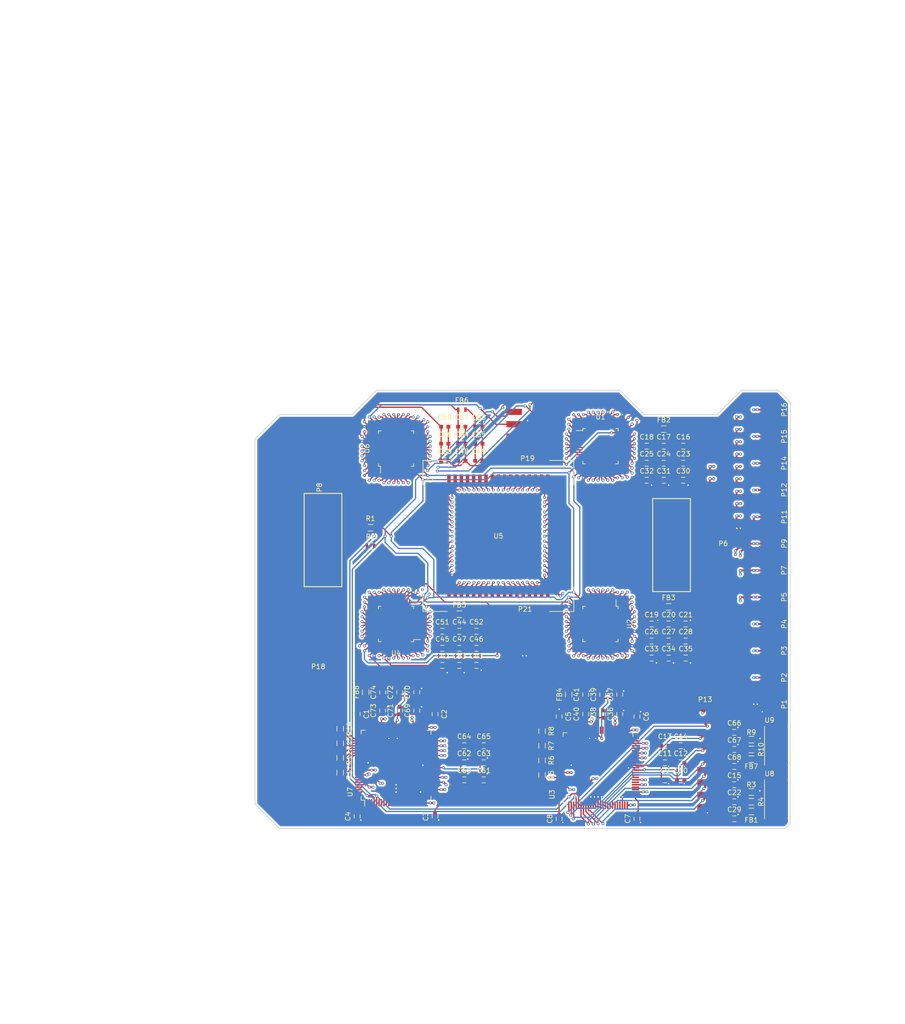
<source format=kicad_pcb>
(kicad_pcb (version 4) (host pcbnew 4.0.5)
  (layers (0 F.Cu signal) (1 In1.Cu signal) (2 In2.Cu signal) (31 B.Cu signal) (34 B.Paste user) (35 F.Paste user) (36 B.SilkS user) (37 F.SilkS user) (38 B.Mask user) (39 F.Mask user) (44 Edge.Cuts user))
  (net 0 "")
  (net 1 GND)
  (net 2 "Net-(C11-Pad1)")
  (net 3 "Net-(C16-Pad1)")
  (net 4 "Net-(C18-Pad1)")
  (net 5 "Net-(C19-Pad1)")
  (net 6 "Net-(C21-Pad1)")
  (net 7 "Net-(C36-Pad1)")
  (net 8 "Net-(C37-Pad1)")
  (net 9 "Net-(C42-Pad1)")
  (net 10 "Net-(C44-Pad1)")
  (net 11 "Net-(C48-Pad1)")
  (net 12 "Net-(C50-Pad1)")
  (net 13 "Net-(C60-Pad1)")
  (net 14 "Net-(C69-Pad1)")
  (net 15 "Net-(C70-Pad1)")
  (net 16 "Net-(FB1-Pad1)")
  (net 17 "Net-(FB7-Pad1)")
  (net 18 "Net-(P1-Pad2)")
  (net 19 "Net-(P2-Pad2)")
  (net 20 BackGate)
  (net 21 "Net-(P3-Pad2)")
  (net 22 I3)
  (net 23 "Net-(P4-Pad2)")
  (net 24 I4)
  (net 25 "Net-(P5-Pad2)")
  (net 26 I5)
  (net 27 "Net-(P6-Pad2)")
  (net 28 I7)
  (net 29 I6)
  (net 30 I8)
  (net 31 I9)
  (net 32 "Net-(P6-Pad14)")
  (net 33 I10)
  (net 34 I11)
  (net 35 I12)
  (net 36 "Net-(P7-Pad2)")
  (net 37 BT1_RX)
  (net 38 BT1_TX)
  (net 39 "Net-(P9-Pad2)")
  (net 40 BT2_RX)
  (net 41 BT2_TX)
  (net 42 "Net-(P11-Pad2)")
  (net 43 "Net-(P12-Pad2)")
  (net 44 DisplayMISO)
  (net 45 DisplaySCK)
  (net 46 DisplayMOSI)
  (net 47 DisplayCS)
  (net 48 CardCS)
  (net 49 DisplayDataOrCommand)
  (net 50 DisplayReset)
  (net 51 "Net-(P14-Pad2)")
  (net 52 "Net-(P15-Pad2)")
  (net 53 "Net-(P16-Pad2)")
  (net 54 D18)
  (net 55 D17)
  (net 56 D50)
  (net 57 D49)
  (net 58 I2C0_SCL)
  (net 59 I2C0_SDA)
  (net 60 "Net-(R3-Pad1)")
  (net 61 "Net-(R4-Pad1)")
  (net 62 "Net-(R5-Pad1)")
  (net 63 "Net-(R5-Pad2)")
  (net 64 "Net-(R6-Pad1)")
  (net 65 "Net-(R6-Pad2)")
  (net 66 "Net-(R7-Pad1)")
  (net 67 "Net-(R7-Pad2)")
  (net 68 "Net-(R8-Pad1)")
  (net 69 "Net-(R8-Pad2)")
  (net 70 "Net-(R9-Pad1)")
  (net 71 "Net-(R10-Pad1)")
  (net 72 "Net-(R11-Pad1)")
  (net 73 "Net-(R11-Pad2)")
  (net 74 "Net-(R12-Pad1)")
  (net 75 "Net-(R12-Pad2)")
  (net 76 "Net-(R13-Pad1)")
  (net 77 "Net-(R13-Pad2)")
  (net 78 "Net-(R14-Pad1)")
  (net 79 "Net-(R14-Pad2)")
  (net 80 D8)
  (net 81 D9)
  (net 82 D10)
  (net 83 D11)
  (net 84 D12)
  (net 85 D13)
  (net 86 D14)
  (net 87 D15)
  (net 88 D16)
  (net 89 D19)
  (net 90 D20)
  (net 91 D21)
  (net 92 D22)
  (net 93 D23)
  (net 94 D24)
  (net 95 D25)
  (net 96 D26)
  (net 97 D27)
  (net 98 D28)
  (net 99 D29)
  (net 100 D30)
  (net 101 D31)
  (net 102 D32)
  (net 103 D1)
  (net 104 D2)
  (net 105 D3)
  (net 106 D4)
  (net 107 D5)
  (net 108 D6)
  (net 109 D7)
  (net 110 D40)
  (net 111 D41)
  (net 112 D42)
  (net 113 D43)
  (net 114 D44)
  (net 115 D45)
  (net 116 D46)
  (net 117 D47)
  (net 118 D48)
  (net 119 D51)
  (net 120 D52)
  (net 121 D53)
  (net 122 D54)
  (net 123 D55)
  (net 124 D56)
  (net 125 D57)
  (net 126 D58)
  (net 127 D59)
  (net 128 D60)
  (net 129 D61)
  (net 130 D62)
  (net 131 D63)
  (net 132 D64)
  (net 133 D33)
  (net 134 D34)
  (net 135 D35)
  (net 136 D36)
  (net 137 D37)
  (net 138 D38)
  (net 139 D39)
  (net 140 VDDD)
  (net 141 D17P)
  (net 142 D18P)
  (net 143 D49P)
  (net 144 D50P)
  (net 145 SWDIO6)
  (net 146 SWDCLK6)
  (net 147 XRES6)
  (net 148 SWDIO5)
  (net 149 SWDCLK5)
  (net 150 XRES5)
  (net 151 XRES1)
  (net 152 XRES2)
  (net 153 XRES4)
  (net 154 XRES3)
  (net 155 "Net-(R3-Pad2)")
  (net 156 "Net-(R4-Pad2)")
  (net 157 "Net-(R9-Pad2)")
  (net 158 "Net-(R10-Pad2)")
  (module "NoyceLibrary:68_PLCC_Socket_(8468-21B1-RK-TP)" (layer F.Cu) (at 200.025 99.93)
    (fp_text reference U5 (at 0 0) (layer F.SilkS))
    (fp_text value "68_PLCC_Socket_(8468-21B1-RK-TP)")
    (pad 8 smd rect (at -11.68 -10.16) (size 1.91 0.7) (layers F.Cu F.Paste F.Mask) (net 80 D8))
    (pad 7 smd rect (at -11.68 -8.89) (size 1.91 0.7) (layers F.Cu F.Paste F.Mask) (net 109 D7))
    (pad 6 smd rect (at -11.68 -7.62) (size 1.91 0.7) (layers F.Cu F.Paste F.Mask) (net 108 D6))
    (pad 5 smd rect (at -11.68 -6.35) (size 1.91 0.7) (layers F.Cu F.Paste F.Mask) (net 107 D5))
    (pad 4 smd rect (at -11.68 -5.08) (size 1.91 0.7) (layers F.Cu F.Paste F.Mask) (net 106 D4))
    (pad 3 smd rect (at -11.68 -3.81) (size 1.91 0.7) (layers F.Cu F.Paste F.Mask) (net 105 D3))
    (pad 2 smd rect (at -11.68 -2.54) (size 1.91 0.7) (layers F.Cu F.Paste F.Mask) (net 104 D2))
    (pad 1 smd rect (at -11.68 -1.27) (size 1.91 0.7) (layers F.Cu F.Paste F.Mask) (net 103 D1))
    (pad 66 smd rect (at -11.68 0) (size 1.91 0.7) (layers F.Cu F.Paste F.Mask) (net 132 D64))
    (pad 65 smd rect (at -11.68 1.27) (size 1.91 0.7) (layers F.Cu F.Paste F.Mask) (net 131 D63))
    (pad 64 smd rect (at -11.68 2.54) (size 1.91 0.7) (layers F.Cu F.Paste F.Mask) (net 130 D62))
    (pad 63 smd rect (at -11.68 3.81) (size 1.91 0.7) (layers F.Cu F.Paste F.Mask) (net 129 D61))
    (pad 62 smd rect (at -11.68 5.08) (size 1.91 0.7) (layers F.Cu F.Paste F.Mask) (net 128 D60))
    (pad 61 smd rect (at -11.68 6.35) (size 1.91 0.7) (layers F.Cu F.Paste F.Mask) (net 127 D59))
    (pad 60 smd rect (at -11.68 7.62) (size 1.91 0.7) (layers F.Cu F.Paste F.Mask) (net 126 D58))
    (pad 59 smd rect (at -11.68 8.89) (size 1.91 0.7) (layers F.Cu F.Paste F.Mask) (net 125 D57))
    (pad 67 smd rect (at -11.68 10.16) (size 1.91 0.7) (layers F.Cu F.Paste F.Mask) (net 1 GND))
    (pad 58 smd rect (at -10.16 11.68) (size 0.7 1.91) (layers F.Cu F.Paste F.Mask) (net 124 D56))
    (pad 27 smd rect (at 11.68 -8.89) (size 1.91 0.7) (layers F.Cu F.Paste F.Mask) (net 97 D27))
    (pad 28 smd rect (at 11.68 -7.62) (size 1.91 0.7) (layers F.Cu F.Paste F.Mask) (net 98 D28))
    (pad 29 smd rect (at 11.68 -6.35) (size 1.91 0.7) (layers F.Cu F.Paste F.Mask) (net 99 D29))
    (pad 30 smd rect (at 11.68 -5.08) (size 1.91 0.7) (layers F.Cu F.Paste F.Mask) (net 100 D30))
    (pad 31 smd rect (at 11.68 -3.81) (size 1.91 0.7) (layers F.Cu F.Paste F.Mask) (net 101 D31))
    (pad 32 smd rect (at 11.68 -2.54) (size 1.91 0.7) (layers F.Cu F.Paste F.Mask) (net 102 D32))
    (pad 33 smd rect (at 11.68 -1.27) (size 1.91 0.7) (layers F.Cu F.Paste F.Mask) (net 22 I3))
    (pad 34 smd rect (at 11.68 0) (size 1.91 0.7) (layers F.Cu F.Paste F.Mask) (net 20 BackGate))
    (pad 35 smd rect (at 11.68 1.27) (size 1.91 0.7) (layers F.Cu F.Paste F.Mask) (net 133 D33))
    (pad 36 smd rect (at 11.68 2.54) (size 1.91 0.7) (layers F.Cu F.Paste F.Mask) (net 134 D34))
    (pad 37 smd rect (at 11.68 3.81) (size 1.91 0.7) (layers F.Cu F.Paste F.Mask) (net 135 D35))
    (pad 38 smd rect (at 11.68 5.08) (size 1.91 0.7) (layers F.Cu F.Paste F.Mask) (net 136 D36))
    (pad 39 smd rect (at 11.68 6.35) (size 1.91 0.7) (layers F.Cu F.Paste F.Mask) (net 137 D37))
    (pad 40 smd rect (at 11.68 7.62) (size 1.91 0.7) (layers F.Cu F.Paste F.Mask) (net 138 D38))
    (pad 41 smd rect (at 11.68 8.89) (size 1.91 0.7) (layers F.Cu F.Paste F.Mask) (net 139 D39))
    (pad 68 smd rect (at 11.68 10.16) (size 1.91 0.7) (layers F.Cu F.Paste F.Mask) (net 24 I4))
    (pad 9 smd rect (at -10.16 -11.68) (size 0.7 1.91) (layers F.Cu F.Paste F.Mask) (net 81 D9))
    (pad 10 smd rect (at -8.89 -11.68) (size 0.7 1.91) (layers F.Cu F.Paste F.Mask) (net 82 D10))
    (pad 11 smd rect (at -7.62 -11.68) (size 0.7 1.91) (layers F.Cu F.Paste F.Mask) (net 83 D11))
    (pad 12 smd rect (at -6.35 -11.68) (size 0.7 1.91) (layers F.Cu F.Paste F.Mask) (net 84 D12))
    (pad 13 smd rect (at -5.08 -11.68) (size 0.7 1.91) (layers F.Cu F.Paste F.Mask) (net 85 D13))
    (pad 14 smd rect (at -3.81 -11.68) (size 0.7 1.91) (layers F.Cu F.Paste F.Mask) (net 86 D14))
    (pad 15 smd rect (at -2.54 -11.68) (size 0.7 1.91) (layers F.Cu F.Paste F.Mask) (net 87 D15))
    (pad 16 smd rect (at -1.27 -11.68) (size 0.7 1.91) (layers F.Cu F.Paste F.Mask) (net 88 D16))
    (pad 17 smd rect (at 0 -11.68) (size 0.7 1.91) (layers F.Cu F.Paste F.Mask) (net 55 D17))
    (pad 18 smd rect (at 1.27 -11.68) (size 0.7 1.91) (layers F.Cu F.Paste F.Mask) (net 54 D18))
    (pad 19 smd rect (at 2.54 -11.68) (size 0.7 1.91) (layers F.Cu F.Paste F.Mask) (net 89 D19))
    (pad 20 smd rect (at 3.81 -11.68) (size 0.7 1.91) (layers F.Cu F.Paste F.Mask) (net 90 D20))
    (pad 21 smd rect (at 5.08 -11.68) (size 0.7 1.91) (layers F.Cu F.Paste F.Mask) (net 91 D21))
    (pad 22 smd rect (at 6.35 -11.68) (size 0.7 1.91) (layers F.Cu F.Paste F.Mask) (net 92 D22))
    (pad 23 smd rect (at 7.62 -11.68) (size 0.7 1.91) (layers F.Cu F.Paste F.Mask) (net 93 D23))
    (pad 24 smd rect (at 8.89 -11.68) (size 0.7 1.91) (layers F.Cu F.Paste F.Mask) (net 94 D24))
    (pad 25 smd rect (at 10.16 -11.68) (size 0.7 1.91) (layers F.Cu F.Paste F.Mask) (net 95 D25))
    (pad 57 smd rect (at -8.89 11.68) (size 0.7 1.91) (layers F.Cu F.Paste F.Mask) (net 123 D55))
    (pad 56 smd rect (at -7.62 11.68) (size 0.7 1.91) (layers F.Cu F.Paste F.Mask) (net 122 D54))
    (pad 55 smd rect (at -6.35 11.68) (size 0.7 1.91) (layers F.Cu F.Paste F.Mask) (net 121 D53))
    (pad 54 smd rect (at -5.08 11.68) (size 0.7 1.91) (layers F.Cu F.Paste F.Mask) (net 120 D52))
    (pad 53 smd rect (at -3.81 11.68) (size 0.7 1.91) (layers F.Cu F.Paste F.Mask) (net 119 D51))
    (pad 52 smd rect (at -2.54 11.68) (size 0.7 1.91) (layers F.Cu F.Paste F.Mask) (net 56 D50))
    (pad 51 smd rect (at -1.27 11.68) (size 0.7 1.91) (layers F.Cu F.Paste F.Mask) (net 57 D49))
    (pad 50 smd rect (at 0 11.68) (size 0.7 1.91) (layers F.Cu F.Paste F.Mask) (net 118 D48))
    (pad 49 smd rect (at 1.27 11.68) (size 0.7 1.91) (layers F.Cu F.Paste F.Mask) (net 117 D47))
    (pad 48 smd rect (at 2.54 11.68) (size 0.7 1.91) (layers F.Cu F.Paste F.Mask) (net 116 D46))
    (pad 47 smd rect (at 3.81 11.68) (size 0.7 1.91) (layers F.Cu F.Paste F.Mask) (net 115 D45))
    (pad 46 smd rect (at 5.08 11.68) (size 0.7 1.91) (layers F.Cu F.Paste F.Mask) (net 114 D44))
    (pad 45 smd rect (at 6.35 11.68) (size 0.7 1.91) (layers F.Cu F.Paste F.Mask) (net 113 D43))
    (pad 44 smd rect (at 7.62 11.68) (size 0.7 1.91) (layers F.Cu F.Paste F.Mask) (net 112 D42))
    (pad 43 smd rect (at 8.89 11.68) (size 0.7 1.91) (layers F.Cu F.Paste F.Mask) (net 111 D41))
    (pad 42 smd rect (at 10.16 11.68) (size 0.7 1.91) (layers F.Cu F.Paste F.Mask) (net 110 D40))
    (pad 26 smd rect (at 11.68 -10.16) (size 1.91 0.7) (layers F.Cu F.Paste F.Mask) (net 96 D26))
  )
  (module Capacitors_SMD:C_0603 (layer F.Cu) (at 171 136.5 270)
    (fp_text reference C1 (at 0 -1.9 270) (layer F.SilkS))
    (fp_text value 0.1uF)
    (pad 1 smd rect (at -0.75 0 270) (size 0.8 0.75) (layers F.Cu F.Paste F.Mask) (net 1 GND))
    (pad 2 smd rect (at 0.75 0 270) (size 0.8 0.75) (layers F.Cu F.Paste F.Mask) (net 140 VDDD))
  )
  (module Capacitors_SMD:C_0603 (layer F.Cu) (at 187 136.5 270)
    (fp_text reference C2 (at 0 -1.9 270) (layer F.SilkS))
    (fp_text value 0.1uF)
    (pad 1 smd rect (at -0.75 0 270) (size 0.8 0.75) (layers F.Cu F.Paste F.Mask) (net 1 GND))
    (pad 2 smd rect (at 0.75 0 270) (size 0.8 0.75) (layers F.Cu F.Paste F.Mask) (net 140 VDDD))
  )
  (module Capacitors_SMD:C_0603 (layer F.Cu) (at 187 157.5 90)
    (fp_text reference C3 (at 0 -1.9 90) (layer F.SilkS))
    (fp_text value 0.1uF)
    (pad 1 smd rect (at -0.75 0 90) (size 0.8 0.75) (layers F.Cu F.Paste F.Mask) (net 1 GND))
    (pad 2 smd rect (at 0.75 0 90) (size 0.8 0.75) (layers F.Cu F.Paste F.Mask) (net 140 VDDD))
  )
  (module Capacitors_SMD:C_0603 (layer F.Cu) (at 171 157.5 90)
    (fp_text reference C4 (at 0 -1.9 90) (layer F.SilkS))
    (fp_text value 0.1uF)
    (pad 1 smd rect (at -0.75 0 90) (size 0.8 0.75) (layers F.Cu F.Paste F.Mask) (net 1 GND))
    (pad 2 smd rect (at 0.75 0 90) (size 0.8 0.75) (layers F.Cu F.Paste F.Mask) (net 140 VDDD))
  )
  (module Capacitors_SMD:C_0603 (layer F.Cu) (at 212.5 137 270)
    (fp_text reference C5 (at 0 -1.9 270) (layer F.SilkS))
    (fp_text value 0.1uF)
    (pad 1 smd rect (at -0.75 0 270) (size 0.8 0.75) (layers F.Cu F.Paste F.Mask) (net 1 GND))
    (pad 2 smd rect (at 0.75 0 270) (size 0.8 0.75) (layers F.Cu F.Paste F.Mask) (net 140 VDDD))
  )
  (module Capacitors_SMD:C_0603 (layer F.Cu) (at 228.5 137 270)
    (fp_text reference C6 (at 0 -1.9 270) (layer F.SilkS))
    (fp_text value 0.1uF)
    (pad 1 smd rect (at -0.75 0 270) (size 0.8 0.75) (layers F.Cu F.Paste F.Mask) (net 1 GND))
    (pad 2 smd rect (at 0.75 0 270) (size 0.8 0.75) (layers F.Cu F.Paste F.Mask) (net 140 VDDD))
  )
  (module Capacitors_SMD:C_0603 (layer F.Cu) (at 228.5 158 90)
    (fp_text reference C7 (at 0 -1.9 90) (layer F.SilkS))
    (fp_text value 0.1uF)
    (pad 1 smd rect (at -0.75 0 90) (size 0.8 0.75) (layers F.Cu F.Paste F.Mask) (net 1 GND))
    (pad 2 smd rect (at 0.75 0 90) (size 0.8 0.75) (layers F.Cu F.Paste F.Mask) (net 140 VDDD))
  )
  (module Capacitors_SMD:C_0603 (layer F.Cu) (at 212.5 158 90)
    (fp_text reference C8 (at 0 -1.9 90) (layer F.SilkS))
    (fp_text value 0.1uF)
    (pad 1 smd rect (at -0.75 0 90) (size 0.8 0.75) (layers F.Cu F.Paste F.Mask) (net 1 GND))
    (pad 2 smd rect (at 0.75 0 90) (size 0.8 0.75) (layers F.Cu F.Paste F.Mask) (net 140 VDDD))
  )
  (module Capacitors_SMD:C_0603 (layer F.Cu) (at 234.25 150)
    (fp_text reference C9 (at 0 -1.9) (layer F.SilkS))
    (fp_text value 47uF)
    (pad 1 smd rect (at -0.75 0) (size 0.8 0.75) (layers F.Cu F.Paste F.Mask) (net 2 "Net-(C11-Pad1)"))
    (pad 2 smd rect (at 0.75 0) (size 0.8 0.75) (layers F.Cu F.Paste F.Mask) (net 1 GND))
  )
  (module Capacitors_SMD:C_0603 (layer F.Cu) (at 237.5 150)
    (fp_text reference C10 (at 0 -1.9) (layer F.SilkS))
    (fp_text value 47uF)
    (pad 1 smd rect (at -0.75 0) (size 0.8 0.75) (layers F.Cu F.Paste F.Mask) (net 140 VDDD))
    (pad 2 smd rect (at 0.75 0) (size 0.8 0.75) (layers F.Cu F.Paste F.Mask) (net 1 GND))
  )
  (module Capacitors_SMD:C_0603 (layer F.Cu) (at 234.25 146.5)
    (fp_text reference C11 (at 0 -1.9) (layer F.SilkS))
    (fp_text value 1uF)
    (pad 1 smd rect (at -0.75 0) (size 0.8 0.75) (layers F.Cu F.Paste F.Mask) (net 2 "Net-(C11-Pad1)"))
    (pad 2 smd rect (at 0.75 0) (size 0.8 0.75) (layers F.Cu F.Paste F.Mask) (net 1 GND))
  )
  (module Capacitors_SMD:C_0603 (layer F.Cu) (at 237.5 146.5)
    (fp_text reference C12 (at 0 -1.9) (layer F.SilkS))
    (fp_text value 1uF)
    (pad 1 smd rect (at -0.75 0) (size 0.8 0.75) (layers F.Cu F.Paste F.Mask) (net 140 VDDD))
    (pad 2 smd rect (at 0.75 0) (size 0.8 0.75) (layers F.Cu F.Paste F.Mask) (net 1 GND))
  )
  (module Capacitors_SMD:C_0603 (layer F.Cu) (at 234.25 143)
    (fp_text reference C13 (at 0 -1.9) (layer F.SilkS))
    (fp_text value 0.1uF)
    (pad 1 smd rect (at -0.75 0) (size 0.8 0.75) (layers F.Cu F.Paste F.Mask) (net 2 "Net-(C11-Pad1)"))
    (pad 2 smd rect (at 0.75 0) (size 0.8 0.75) (layers F.Cu F.Paste F.Mask) (net 1 GND))
  )
  (module Capacitors_SMD:C_0603 (layer F.Cu) (at 237.5 143)
    (fp_text reference C14 (at 0 -1.9) (layer F.SilkS))
    (fp_text value 0.1uF)
    (pad 1 smd rect (at -0.75 0) (size 0.8 0.75) (layers F.Cu F.Paste F.Mask) (net 140 VDDD))
    (pad 2 smd rect (at 0.75 0) (size 0.8 0.75) (layers F.Cu F.Paste F.Mask) (net 1 GND))
  )
  (module Capacitors_SMD:C_0603 (layer F.Cu) (at 248.5 151)
    (fp_text reference C15 (at 0 -1.9) (layer F.SilkS))
    (fp_text value 47uF)
    (pad 1 smd rect (at -0.75 0) (size 0.8 0.75) (layers F.Cu F.Paste F.Mask) (net 140 VDDD))
    (pad 2 smd rect (at 0.75 0) (size 0.8 0.75) (layers F.Cu F.Paste F.Mask) (net 1 GND))
  )
  (module Capacitors_SMD:C_0603 (layer F.Cu) (at 238 81.5)
    (fp_text reference C16 (at 0 -1.9) (layer F.SilkS))
    (fp_text value 47uF)
    (pad 1 smd rect (at -0.75 0) (size 0.8 0.75) (layers F.Cu F.Paste F.Mask) (net 3 "Net-(C16-Pad1)"))
    (pad 2 smd rect (at 0.75 0) (size 0.8 0.75) (layers F.Cu F.Paste F.Mask) (net 1 GND))
  )
  (module Capacitors_SMD:C_0603 (layer F.Cu) (at 234 81.5)
    (fp_text reference C17 (at 0 -1.9) (layer F.SilkS))
    (fp_text value 47uF)
    (pad 1 smd rect (at -0.75 0) (size 0.8 0.75) (layers F.Cu F.Paste F.Mask) (net 140 VDDD))
    (pad 2 smd rect (at 0.75 0) (size 0.8 0.75) (layers F.Cu F.Paste F.Mask) (net 1 GND))
  )
  (module Capacitors_SMD:C_0603 (layer F.Cu) (at 230.5 81.5)
    (fp_text reference C18 (at 0 -1.9) (layer F.SilkS))
    (fp_text value 47uF)
    (pad 1 smd rect (at -0.75 0) (size 0.8 0.75) (layers F.Cu F.Paste F.Mask) (net 4 "Net-(C18-Pad1)"))
    (pad 2 smd rect (at 0.75 0) (size 0.8 0.75) (layers F.Cu F.Paste F.Mask) (net 1 GND))
  )
  (module Capacitors_SMD:C_0603 (layer F.Cu) (at 231.5 118)
    (fp_text reference C19 (at 0 -1.9) (layer F.SilkS))
    (fp_text value 47uF)
    (pad 1 smd rect (at -0.75 0) (size 0.8 0.75) (layers F.Cu F.Paste F.Mask) (net 5 "Net-(C19-Pad1)"))
    (pad 2 smd rect (at 0.75 0) (size 0.8 0.75) (layers F.Cu F.Paste F.Mask) (net 1 GND))
  )
  (module Capacitors_SMD:C_0603 (layer F.Cu) (at 235 118)
    (fp_text reference C20 (at 0 -1.9) (layer F.SilkS))
    (fp_text value 47uF)
    (pad 1 smd rect (at -0.75 0) (size 0.8 0.75) (layers F.Cu F.Paste F.Mask) (net 140 VDDD))
    (pad 2 smd rect (at 0.75 0) (size 0.8 0.75) (layers F.Cu F.Paste F.Mask) (net 1 GND))
  )
  (module Capacitors_SMD:C_0603 (layer F.Cu) (at 238.5 118)
    (fp_text reference C21 (at 0 -1.9) (layer F.SilkS))
    (fp_text value 47uF)
    (pad 1 smd rect (at -0.75 0) (size 0.8 0.75) (layers F.Cu F.Paste F.Mask) (net 6 "Net-(C21-Pad1)"))
    (pad 2 smd rect (at 0.75 0) (size 0.8 0.75) (layers F.Cu F.Paste F.Mask) (net 1 GND))
  )
  (module Capacitors_SMD:C_0603 (layer F.Cu) (at 248.5 154.5)
    (fp_text reference C22 (at 0 -1.9) (layer F.SilkS))
    (fp_text value 1uF)
    (pad 1 smd rect (at -0.75 0) (size 0.8 0.75) (layers F.Cu F.Paste F.Mask) (net 140 VDDD))
    (pad 2 smd rect (at 0.75 0) (size 0.8 0.75) (layers F.Cu F.Paste F.Mask) (net 1 GND))
  )
  (module Capacitors_SMD:C_0603 (layer F.Cu) (at 238 85)
    (fp_text reference C23 (at 0 -1.9) (layer F.SilkS))
    (fp_text value 1uF)
    (pad 1 smd rect (at -0.75 0) (size 0.8 0.75) (layers F.Cu F.Paste F.Mask) (net 3 "Net-(C16-Pad1)"))
    (pad 2 smd rect (at 0.75 0) (size 0.8 0.75) (layers F.Cu F.Paste F.Mask) (net 1 GND))
  )
  (module Capacitors_SMD:C_0603 (layer F.Cu) (at 234 85)
    (fp_text reference C24 (at 0 -1.9) (layer F.SilkS))
    (fp_text value 1uF)
    (pad 1 smd rect (at -0.75 0) (size 0.8 0.75) (layers F.Cu F.Paste F.Mask) (net 140 VDDD))
    (pad 2 smd rect (at 0.75 0) (size 0.8 0.75) (layers F.Cu F.Paste F.Mask) (net 1 GND))
  )
  (module Capacitors_SMD:C_0603 (layer F.Cu) (at 230.5 85)
    (fp_text reference C25 (at 0 -1.9) (layer F.SilkS))
    (fp_text value 1uF)
    (pad 1 smd rect (at -0.75 0) (size 0.8 0.75) (layers F.Cu F.Paste F.Mask) (net 4 "Net-(C18-Pad1)"))
    (pad 2 smd rect (at 0.75 0) (size 0.8 0.75) (layers F.Cu F.Paste F.Mask) (net 1 GND))
  )
  (module Capacitors_SMD:C_0603 (layer F.Cu) (at 231.5 121.5)
    (fp_text reference C26 (at 0 -1.9) (layer F.SilkS))
    (fp_text value 1uF)
    (pad 1 smd rect (at -0.75 0) (size 0.8 0.75) (layers F.Cu F.Paste F.Mask) (net 5 "Net-(C19-Pad1)"))
    (pad 2 smd rect (at 0.75 0) (size 0.8 0.75) (layers F.Cu F.Paste F.Mask) (net 1 GND))
  )
  (module Capacitors_SMD:C_0603 (layer F.Cu) (at 235 121.5)
    (fp_text reference C27 (at 0 -1.9) (layer F.SilkS))
    (fp_text value 1uF)
    (pad 1 smd rect (at -0.75 0) (size 0.8 0.75) (layers F.Cu F.Paste F.Mask) (net 140 VDDD))
    (pad 2 smd rect (at 0.75 0) (size 0.8 0.75) (layers F.Cu F.Paste F.Mask) (net 1 GND))
  )
  (module Capacitors_SMD:C_0603 (layer F.Cu) (at 238.5 121.5)
    (fp_text reference C28 (at 0 -1.9) (layer F.SilkS))
    (fp_text value 1uF)
    (pad 1 smd rect (at -0.75 0) (size 0.8 0.75) (layers F.Cu F.Paste F.Mask) (net 6 "Net-(C21-Pad1)"))
    (pad 2 smd rect (at 0.75 0) (size 0.8 0.75) (layers F.Cu F.Paste F.Mask) (net 1 GND))
  )
  (module Capacitors_SMD:C_0603 (layer F.Cu) (at 248.5 158)
    (fp_text reference C29 (at 0 -1.9) (layer F.SilkS))
    (fp_text value 0.1uF)
    (pad 1 smd rect (at -0.75 0) (size 0.8 0.75) (layers F.Cu F.Paste F.Mask) (net 140 VDDD))
    (pad 2 smd rect (at 0.75 0) (size 0.8 0.75) (layers F.Cu F.Paste F.Mask) (net 1 GND))
  )
  (module Capacitors_SMD:C_0603 (layer F.Cu) (at 238 88.5)
    (fp_text reference C30 (at 0 -1.9) (layer F.SilkS))
    (fp_text value 0.1uF)
    (pad 1 smd rect (at -0.75 0) (size 0.8 0.75) (layers F.Cu F.Paste F.Mask) (net 3 "Net-(C16-Pad1)"))
    (pad 2 smd rect (at 0.75 0) (size 0.8 0.75) (layers F.Cu F.Paste F.Mask) (net 1 GND))
  )
  (module Capacitors_SMD:C_0603 (layer F.Cu) (at 234 88.5)
    (fp_text reference C31 (at 0 -1.9) (layer F.SilkS))
    (fp_text value 0.1uF)
    (pad 1 smd rect (at -0.75 0) (size 0.8 0.75) (layers F.Cu F.Paste F.Mask) (net 140 VDDD))
    (pad 2 smd rect (at 0.75 0) (size 0.8 0.75) (layers F.Cu F.Paste F.Mask) (net 1 GND))
  )
  (module Capacitors_SMD:C_0603 (layer F.Cu) (at 230.5 88.5)
    (fp_text reference C32 (at 0 -1.9) (layer F.SilkS))
    (fp_text value 0.1uF)
    (pad 1 smd rect (at -0.75 0) (size 0.8 0.75) (layers F.Cu F.Paste F.Mask) (net 4 "Net-(C18-Pad1)"))
    (pad 2 smd rect (at 0.75 0) (size 0.8 0.75) (layers F.Cu F.Paste F.Mask) (net 1 GND))
  )
  (module Capacitors_SMD:C_0603 (layer F.Cu) (at 231.5 125)
    (fp_text reference C33 (at 0 -1.9) (layer F.SilkS))
    (fp_text value 0.1uF)
    (pad 1 smd rect (at -0.75 0) (size 0.8 0.75) (layers F.Cu F.Paste F.Mask) (net 5 "Net-(C19-Pad1)"))
    (pad 2 smd rect (at 0.75 0) (size 0.8 0.75) (layers F.Cu F.Paste F.Mask) (net 1 GND))
  )
  (module Capacitors_SMD:C_0603 (layer F.Cu) (at 235 125)
    (fp_text reference C34 (at 0 -1.9) (layer F.SilkS))
    (fp_text value 0.1uF)
    (pad 1 smd rect (at -0.75 0) (size 0.8 0.75) (layers F.Cu F.Paste F.Mask) (net 140 VDDD))
    (pad 2 smd rect (at 0.75 0) (size 0.8 0.75) (layers F.Cu F.Paste F.Mask) (net 1 GND))
  )
  (module Capacitors_SMD:C_0603 (layer F.Cu) (at 238.5 125)
    (fp_text reference C35 (at 0 -1.9) (layer F.SilkS))
    (fp_text value 0.1uF)
    (pad 1 smd rect (at -0.75 0) (size 0.8 0.75) (layers F.Cu F.Paste F.Mask) (net 6 "Net-(C21-Pad1)"))
    (pad 2 smd rect (at 0.75 0) (size 0.8 0.75) (layers F.Cu F.Paste F.Mask) (net 1 GND))
  )
  (module Capacitors_SMD:C_0603 (layer F.Cu) (at 224.961659 136.499085 90)
    (fp_text reference C36 (at 0 -1.9 90) (layer F.SilkS))
    (fp_text value 47uF)
    (pad 1 smd rect (at -0.75 0 90) (size 0.8 0.75) (layers F.Cu F.Paste F.Mask) (net 7 "Net-(C36-Pad1)"))
    (pad 2 smd rect (at 0.75 0 90) (size 0.8 0.75) (layers F.Cu F.Paste F.Mask) (net 1 GND))
  )
  (module Capacitors_SMD:C_0603 (layer F.Cu) (at 224.961659 132.499085 90)
    (fp_text reference C37 (at 0 -1.9 90) (layer F.SilkS))
    (fp_text value 47uF)
    (pad 1 smd rect (at -0.75 0 90) (size 0.8 0.75) (layers F.Cu F.Paste F.Mask) (net 8 "Net-(C37-Pad1)"))
    (pad 2 smd rect (at 0.75 0 90) (size 0.8 0.75) (layers F.Cu F.Paste F.Mask) (net 1 GND))
  )
  (module Capacitors_SMD:C_0603 (layer F.Cu) (at 221.461659 136.499085 90)
    (fp_text reference C38 (at 0 -1.9 90) (layer F.SilkS))
    (fp_text value 1uF)
    (pad 1 smd rect (at -0.75 0 90) (size 0.8 0.75) (layers F.Cu F.Paste F.Mask) (net 7 "Net-(C36-Pad1)"))
    (pad 2 smd rect (at 0.75 0 90) (size 0.8 0.75) (layers F.Cu F.Paste F.Mask) (net 1 GND))
  )
  (module Capacitors_SMD:C_0603 (layer F.Cu) (at 221.461659 132.499085 90)
    (fp_text reference C39 (at 0 -1.9 90) (layer F.SilkS))
    (fp_text value 1uF)
    (pad 1 smd rect (at -0.75 0 90) (size 0.8 0.75) (layers F.Cu F.Paste F.Mask) (net 8 "Net-(C37-Pad1)"))
    (pad 2 smd rect (at 0.75 0 90) (size 0.8 0.75) (layers F.Cu F.Paste F.Mask) (net 1 GND))
  )
  (module Capacitors_SMD:C_0603 (layer F.Cu) (at 217.961659 136.499085 90)
    (fp_text reference C40 (at 0 -1.9 90) (layer F.SilkS))
    (fp_text value 0.1uF)
    (pad 1 smd rect (at -0.75 0 90) (size 0.8 0.75) (layers F.Cu F.Paste F.Mask) (net 7 "Net-(C36-Pad1)"))
    (pad 2 smd rect (at 0.75 0 90) (size 0.8 0.75) (layers F.Cu F.Paste F.Mask) (net 1 GND))
  )
  (module Capacitors_SMD:C_0603 (layer F.Cu) (at 217.961659 132.499085 90)
    (fp_text reference C41 (at 0 -1.9 90) (layer F.SilkS))
    (fp_text value 0.1uF)
    (pad 1 smd rect (at -0.75 0 90) (size 0.8 0.75) (layers F.Cu F.Paste F.Mask) (net 8 "Net-(C37-Pad1)"))
    (pad 2 smd rect (at 0.75 0 90) (size 0.8 0.75) (layers F.Cu F.Paste F.Mask) (net 1 GND))
  )
  (module Capacitors_SMD:C_0603 (layer F.Cu) (at 188.5 126.5)
    (fp_text reference C42 (at 0 -1.9) (layer F.SilkS))
    (fp_text value 47uF)
    (pad 1 smd rect (at -0.75 0) (size 0.8 0.75) (layers F.Cu F.Paste F.Mask) (net 9 "Net-(C42-Pad1)"))
    (pad 2 smd rect (at 0.75 0) (size 0.8 0.75) (layers F.Cu F.Paste F.Mask) (net 1 GND))
  )
  (module Capacitors_SMD:C_0603 (layer F.Cu) (at 195.5 126.5)
    (fp_text reference C43 (at 0 -1.9) (layer F.SilkS))
    (fp_text value 47uF)
    (pad 1 smd rect (at -0.75 0) (size 0.8 0.75) (layers F.Cu F.Paste F.Mask) (net 140 VDDD))
    (pad 2 smd rect (at 0.75 0) (size 0.8 0.75) (layers F.Cu F.Paste F.Mask) (net 1 GND))
  )
  (module Capacitors_SMD:C_0603 (layer F.Cu) (at 192 119.5)
    (fp_text reference C44 (at 0 -1.9) (layer F.SilkS))
    (fp_text value 47uF)
    (pad 1 smd rect (at -0.75 0) (size 0.8 0.75) (layers F.Cu F.Paste F.Mask) (net 10 "Net-(C44-Pad1)"))
    (pad 2 smd rect (at 0.75 0) (size 0.8 0.75) (layers F.Cu F.Paste F.Mask) (net 1 GND))
  )
  (module Capacitors_SMD:C_0603 (layer F.Cu) (at 188.5 123)
    (fp_text reference C45 (at 0 -1.9) (layer F.SilkS))
    (fp_text value 1uF)
    (pad 1 smd rect (at -0.75 0) (size 0.8 0.75) (layers F.Cu F.Paste F.Mask) (net 9 "Net-(C42-Pad1)"))
    (pad 2 smd rect (at 0.75 0) (size 0.8 0.75) (layers F.Cu F.Paste F.Mask) (net 1 GND))
  )
  (module Capacitors_SMD:C_0603 (layer F.Cu) (at 195.5 123)
    (fp_text reference C46 (at 0 -1.9) (layer F.SilkS))
    (fp_text value 1uF)
    (pad 1 smd rect (at -0.75 0) (size 0.8 0.75) (layers F.Cu F.Paste F.Mask) (net 140 VDDD))
    (pad 2 smd rect (at 0.75 0) (size 0.8 0.75) (layers F.Cu F.Paste F.Mask) (net 1 GND))
  )
  (module Capacitors_SMD:C_0603 (layer F.Cu) (at 192 123)
    (fp_text reference C47 (at 0 -1.9) (layer F.SilkS))
    (fp_text value 1uF)
    (pad 1 smd rect (at -0.75 0) (size 0.8 0.75) (layers F.Cu F.Paste F.Mask) (net 10 "Net-(C44-Pad1)"))
    (pad 2 smd rect (at 0.75 0) (size 0.8 0.75) (layers F.Cu F.Paste F.Mask) (net 1 GND))
  )
  (module Capacitors_SMD:C_0603 (layer F.Cu) (at 192.5 84.5)
    (fp_text reference C48 (at 0 -1.9) (layer F.SilkS))
    (fp_text value 47uF)
    (pad 1 smd rect (at -0.75 0) (size 0.8 0.75) (layers F.Cu F.Paste F.Mask) (net 11 "Net-(C48-Pad1)"))
    (pad 2 smd rect (at 0.75 0) (size 0.8 0.75) (layers F.Cu F.Paste F.Mask) (net 1 GND))
  )
  (module Capacitors_SMD:C_0603 (layer F.Cu) (at 196 84.5)
    (fp_text reference C49 (at 0 -1.9) (layer F.SilkS))
    (fp_text value 47uF)
    (pad 1 smd rect (at -0.75 0) (size 0.8 0.75) (layers F.Cu F.Paste F.Mask) (net 140 VDDD))
    (pad 2 smd rect (at 0.75 0) (size 0.8 0.75) (layers F.Cu F.Paste F.Mask) (net 1 GND))
  )
  (module Capacitors_SMD:C_0603 (layer F.Cu) (at 189 84.5)
    (fp_text reference C50 (at 0 -1.9) (layer F.SilkS))
    (fp_text value 47uF)
    (pad 1 smd rect (at -0.75 0) (size 0.8 0.75) (layers F.Cu F.Paste F.Mask) (net 12 "Net-(C50-Pad1)"))
    (pad 2 smd rect (at 0.75 0) (size 0.8 0.75) (layers F.Cu F.Paste F.Mask) (net 1 GND))
  )
  (module Capacitors_SMD:C_0603 (layer F.Cu) (at 188.5 119.5)
    (fp_text reference C51 (at 0 -1.9) (layer F.SilkS))
    (fp_text value 0.1uF)
    (pad 1 smd rect (at -0.75 0) (size 0.8 0.75) (layers F.Cu F.Paste F.Mask) (net 9 "Net-(C42-Pad1)"))
    (pad 2 smd rect (at 0.75 0) (size 0.8 0.75) (layers F.Cu F.Paste F.Mask) (net 1 GND))
  )
  (module Capacitors_SMD:C_0603 (layer F.Cu) (at 195.5 119.5)
    (fp_text reference C52 (at 0 -1.9) (layer F.SilkS))
    (fp_text value 0.1uF)
    (pad 1 smd rect (at -0.75 0) (size 0.8 0.75) (layers F.Cu F.Paste F.Mask) (net 140 VDDD))
    (pad 2 smd rect (at 0.75 0) (size 0.8 0.75) (layers F.Cu F.Paste F.Mask) (net 1 GND))
  )
  (module Capacitors_SMD:C_0603 (layer F.Cu) (at 192 126.5)
    (fp_text reference C53 (at 0 -1.9) (layer F.SilkS))
    (fp_text value 0.1uF)
    (pad 1 smd rect (at -0.75 0) (size 0.8 0.75) (layers F.Cu F.Paste F.Mask) (net 10 "Net-(C44-Pad1)"))
    (pad 2 smd rect (at 0.75 0) (size 0.8 0.75) (layers F.Cu F.Paste F.Mask) (net 1 GND))
  )
  (module Capacitors_SMD:C_0603 (layer F.Cu) (at 192.5 81)
    (fp_text reference C54 (at 0 -1.9) (layer F.SilkS))
    (fp_text value 1uF)
    (pad 1 smd rect (at -0.75 0) (size 0.8 0.75) (layers F.Cu F.Paste F.Mask) (net 11 "Net-(C48-Pad1)"))
    (pad 2 smd rect (at 0.75 0) (size 0.8 0.75) (layers F.Cu F.Paste F.Mask) (net 1 GND))
  )
  (module Capacitors_SMD:C_0603 (layer F.Cu) (at 196 81)
    (fp_text reference C55 (at 0 -1.9) (layer F.SilkS))
    (fp_text value 1uF)
    (pad 1 smd rect (at -0.75 0) (size 0.8 0.75) (layers F.Cu F.Paste F.Mask) (net 140 VDDD))
    (pad 2 smd rect (at 0.75 0) (size 0.8 0.75) (layers F.Cu F.Paste F.Mask) (net 1 GND))
  )
  (module Capacitors_SMD:C_0603 (layer F.Cu) (at 189 81)
    (fp_text reference C56 (at 0 -1.9) (layer F.SilkS))
    (fp_text value 1uF)
    (pad 1 smd rect (at -0.75 0) (size 0.8 0.75) (layers F.Cu F.Paste F.Mask) (net 12 "Net-(C50-Pad1)"))
    (pad 2 smd rect (at 0.75 0) (size 0.8 0.75) (layers F.Cu F.Paste F.Mask) (net 1 GND))
  )
  (module Capacitors_SMD:C_0603 (layer F.Cu) (at 192.5 77.5)
    (fp_text reference C57 (at 0 -1.9) (layer F.SilkS))
    (fp_text value 0.1uF)
    (pad 1 smd rect (at -0.75 0) (size 0.8 0.75) (layers F.Cu F.Paste F.Mask) (net 11 "Net-(C48-Pad1)"))
    (pad 2 smd rect (at 0.75 0) (size 0.8 0.75) (layers F.Cu F.Paste F.Mask) (net 1 GND))
  )
  (module Capacitors_SMD:C_0603 (layer F.Cu) (at 196 77.5)
    (fp_text reference C58 (at 0 -1.9) (layer F.SilkS))
    (fp_text value 0.1uF)
    (pad 1 smd rect (at -0.75 0) (size 0.8 0.75) (layers F.Cu F.Paste F.Mask) (net 140 VDDD))
    (pad 2 smd rect (at 0.75 0) (size 0.8 0.75) (layers F.Cu F.Paste F.Mask) (net 1 GND))
  )
  (module Capacitors_SMD:C_0603 (layer F.Cu) (at 189 77.5)
    (fp_text reference C59 (at 0 -1.9) (layer F.SilkS))
    (fp_text value 0.1uF)
    (pad 1 smd rect (at -0.75 0) (size 0.8 0.75) (layers F.Cu F.Paste F.Mask) (net 12 "Net-(C50-Pad1)"))
    (pad 2 smd rect (at 0.75 0) (size 0.8 0.75) (layers F.Cu F.Paste F.Mask) (net 1 GND))
  )
  (module Capacitors_SMD:C_0603 (layer F.Cu) (at 193 150)
    (fp_text reference C60 (at 0 -1.9) (layer F.SilkS))
    (fp_text value 47uF)
    (pad 1 smd rect (at -0.75 0) (size 0.8 0.75) (layers F.Cu F.Paste F.Mask) (net 13 "Net-(C60-Pad1)"))
    (pad 2 smd rect (at 0.75 0) (size 0.8 0.75) (layers F.Cu F.Paste F.Mask) (net 1 GND))
  )
  (module Capacitors_SMD:C_0603 (layer F.Cu) (at 197 150)
    (fp_text reference C61 (at 0 -1.9) (layer F.SilkS))
    (fp_text value 47uF)
    (pad 1 smd rect (at -0.75 0) (size 0.8 0.75) (layers F.Cu F.Paste F.Mask) (net 140 VDDD))
    (pad 2 smd rect (at 0.75 0) (size 0.8 0.75) (layers F.Cu F.Paste F.Mask) (net 1 GND))
  )
  (module Capacitors_SMD:C_0603 (layer F.Cu) (at 193 146.5)
    (fp_text reference C62 (at 0 -1.9) (layer F.SilkS))
    (fp_text value 1uF)
    (pad 1 smd rect (at -0.75 0) (size 0.8 0.75) (layers F.Cu F.Paste F.Mask) (net 13 "Net-(C60-Pad1)"))
    (pad 2 smd rect (at 0.75 0) (size 0.8 0.75) (layers F.Cu F.Paste F.Mask) (net 1 GND))
  )
  (module Capacitors_SMD:C_0603 (layer F.Cu) (at 197 146.5)
    (fp_text reference C63 (at 0 -1.9) (layer F.SilkS))
    (fp_text value 1uF)
    (pad 1 smd rect (at -0.75 0) (size 0.8 0.75) (layers F.Cu F.Paste F.Mask) (net 140 VDDD))
    (pad 2 smd rect (at 0.75 0) (size 0.8 0.75) (layers F.Cu F.Paste F.Mask) (net 1 GND))
  )
  (module Capacitors_SMD:C_0603 (layer F.Cu) (at 193 143)
    (fp_text reference C64 (at 0 -1.9) (layer F.SilkS))
    (fp_text value 0.1uF)
    (pad 1 smd rect (at -0.75 0) (size 0.8 0.75) (layers F.Cu F.Paste F.Mask) (net 13 "Net-(C60-Pad1)"))
    (pad 2 smd rect (at 0.75 0) (size 0.8 0.75) (layers F.Cu F.Paste F.Mask) (net 1 GND))
  )
  (module Capacitors_SMD:C_0603 (layer F.Cu) (at 197 143)
    (fp_text reference C65 (at 0 -1.9) (layer F.SilkS))
    (fp_text value 0.1uF)
    (pad 1 smd rect (at -0.75 0) (size 0.8 0.75) (layers F.Cu F.Paste F.Mask) (net 140 VDDD))
    (pad 2 smd rect (at 0.75 0) (size 0.8 0.75) (layers F.Cu F.Paste F.Mask) (net 1 GND))
  )
  (module Capacitors_SMD:C_0603 (layer F.Cu) (at 248.5 140.25)
    (fp_text reference C66 (at 0 -1.9) (layer F.SilkS))
    (fp_text value 47uF)
    (pad 1 smd rect (at -0.75 0) (size 0.8 0.75) (layers F.Cu F.Paste F.Mask) (net 140 VDDD))
    (pad 2 smd rect (at 0.75 0) (size 0.8 0.75) (layers F.Cu F.Paste F.Mask) (net 1 GND))
  )
  (module Capacitors_SMD:C_0603 (layer F.Cu) (at 248.5 143.75)
    (fp_text reference C67 (at 0 -1.9) (layer F.SilkS))
    (fp_text value 1uF)
    (pad 1 smd rect (at -0.75 0) (size 0.8 0.75) (layers F.Cu F.Paste F.Mask) (net 140 VDDD))
    (pad 2 smd rect (at 0.75 0) (size 0.8 0.75) (layers F.Cu F.Paste F.Mask) (net 1 GND))
  )
  (module Capacitors_SMD:C_0603 (layer F.Cu) (at 248.5 147.25)
    (fp_text reference C68 (at 0 -1.9) (layer F.SilkS))
    (fp_text value 0.1uF)
    (pad 1 smd rect (at -0.75 0) (size 0.8 0.75) (layers F.Cu F.Paste F.Mask) (net 140 VDDD))
    (pad 2 smd rect (at 0.75 0) (size 0.8 0.75) (layers F.Cu F.Paste F.Mask) (net 1 GND))
  )
  (module Capacitors_SMD:C_0603 (layer F.Cu) (at 183.239264 135.782972 90)
    (fp_text reference C69 (at 0 -1.9 90) (layer F.SilkS))
    (fp_text value 47uF)
    (pad 1 smd rect (at -0.75 0 90) (size 0.8 0.75) (layers F.Cu F.Paste F.Mask) (net 14 "Net-(C69-Pad1)"))
    (pad 2 smd rect (at 0.75 0 90) (size 0.8 0.75) (layers F.Cu F.Paste F.Mask) (net 1 GND))
  )
  (module Capacitors_SMD:C_0603 (layer F.Cu) (at 183.239264 132.032972 90)
    (fp_text reference C70 (at 0 -1.9 90) (layer F.SilkS))
    (fp_text value 47uF)
    (pad 1 smd rect (at -0.75 0 90) (size 0.8 0.75) (layers F.Cu F.Paste F.Mask) (net 15 "Net-(C70-Pad1)"))
    (pad 2 smd rect (at 0.75 0 90) (size 0.8 0.75) (layers F.Cu F.Paste F.Mask) (net 1 GND))
  )
  (module Capacitors_SMD:C_0603 (layer F.Cu) (at 179.739264 135.782972 90)
    (fp_text reference C71 (at 0 -1.9 90) (layer F.SilkS))
    (fp_text value 1uF)
    (pad 1 smd rect (at -0.75 0 90) (size 0.8 0.75) (layers F.Cu F.Paste F.Mask) (net 14 "Net-(C69-Pad1)"))
    (pad 2 smd rect (at 0.75 0 90) (size 0.8 0.75) (layers F.Cu F.Paste F.Mask) (net 1 GND))
  )
  (module Capacitors_SMD:C_0603 (layer F.Cu) (at 179.739264 132.032972 90)
    (fp_text reference C72 (at 0 -1.9 90) (layer F.SilkS))
    (fp_text value 1uF)
    (pad 1 smd rect (at -0.75 0 90) (size 0.8 0.75) (layers F.Cu F.Paste F.Mask) (net 15 "Net-(C70-Pad1)"))
    (pad 2 smd rect (at 0.75 0 90) (size 0.8 0.75) (layers F.Cu F.Paste F.Mask) (net 1 GND))
  )
  (module Capacitors_SMD:C_0603 (layer F.Cu) (at 176.239264 135.782972 90)
    (fp_text reference C73 (at 0 -1.9 90) (layer F.SilkS))
    (fp_text value 0.1uF)
    (pad 1 smd rect (at -0.75 0 90) (size 0.8 0.75) (layers F.Cu F.Paste F.Mask) (net 14 "Net-(C69-Pad1)"))
    (pad 2 smd rect (at 0.75 0 90) (size 0.8 0.75) (layers F.Cu F.Paste F.Mask) (net 1 GND))
  )
  (module Capacitors_SMD:C_0603 (layer F.Cu) (at 176.239264 132.032972 90)
    (fp_text reference C74 (at 0 -1.9 90) (layer F.SilkS))
    (fp_text value 0.1uF)
    (pad 1 smd rect (at -0.75 0 90) (size 0.8 0.75) (layers F.Cu F.Paste F.Mask) (net 15 "Net-(C70-Pad1)"))
    (pad 2 smd rect (at 0.75 0 90) (size 0.8 0.75) (layers F.Cu F.Paste F.Mask) (net 1 GND))
  )
  (module Resistors_SMD:R_0603 (layer F.Cu) (at 252 156.5 180)
    (fp_text reference FB1 (at 0 -1.75 180) (layer F.SilkS))
    (fp_text value R)
    (pad 1 smd rect (at -0.75 0 180) (size 0.5 0.9) (layers F.Cu F.Paste F.Mask) (net 16 "Net-(FB1-Pad1)"))
    (pad 2 smd rect (at 0.75 0 180) (size 0.5 0.9) (layers F.Cu F.Paste F.Mask) (net 140 VDDD))
  )
  (module Resistors_SMD:R_0603 (layer F.Cu) (at 234 78)
    (fp_text reference FB2 (at 0 -1.9) (layer F.SilkS))
    (fp_text value R)
    (pad 1 smd rect (at -0.75 0) (size 0.5 0.9) (layers F.Cu F.Paste F.Mask) (net 3 "Net-(C16-Pad1)"))
    (pad 2 smd rect (at 0.75 0) (size 0.5 0.9) (layers F.Cu F.Paste F.Mask) (net 140 VDDD))
  )
  (module Resistors_SMD:R_0603 (layer F.Cu) (at 235 114.5)
    (fp_text reference FB3 (at 0 -1.9) (layer F.SilkS))
    (fp_text value R)
    (pad 1 smd rect (at -0.75 0) (size 0.5 0.9) (layers F.Cu F.Paste F.Mask) (net 5 "Net-(C19-Pad1)"))
    (pad 2 smd rect (at 0.75 0) (size 0.5 0.9) (layers F.Cu F.Paste F.Mask) (net 140 VDDD))
  )
  (module Resistors_SMD:R_0603 (layer F.Cu) (at 214.461659 132.5 90)
    (fp_text reference FB4 (at 0 -1.9 90) (layer F.SilkS))
    (fp_text value R)
    (pad 1 smd rect (at -0.75 0 90) (size 0.5 0.9) (layers F.Cu F.Paste F.Mask) (net 7 "Net-(C36-Pad1)"))
    (pad 2 smd rect (at 0.75 0 90) (size 0.5 0.9) (layers F.Cu F.Paste F.Mask) (net 140 VDDD))
  )
  (module Resistors_SMD:R_0603 (layer F.Cu) (at 192 116)
    (fp_text reference FB5 (at 0 -1.9) (layer F.SilkS))
    (fp_text value R)
    (pad 1 smd rect (at -0.75 0) (size 0.5 0.9) (layers F.Cu F.Paste F.Mask) (net 9 "Net-(C42-Pad1)"))
    (pad 2 smd rect (at 0.75 0) (size 0.5 0.9) (layers F.Cu F.Paste F.Mask) (net 140 VDDD))
  )
  (module Resistors_SMD:R_0603 (layer F.Cu) (at 192.5 74)
    (fp_text reference FB6 (at 0 -1.9) (layer F.SilkS))
    (fp_text value R)
    (pad 1 smd rect (at -0.75 0) (size 0.5 0.9) (layers F.Cu F.Paste F.Mask) (net 11 "Net-(C48-Pad1)"))
    (pad 2 smd rect (at 0.75 0) (size 0.5 0.9) (layers F.Cu F.Paste F.Mask) (net 140 VDDD))
  )
  (module Resistors_SMD:R_0603 (layer F.Cu) (at 252 145.75 180)
    (fp_text reference FB7 (at 0 -1.5 180) (layer F.SilkS))
    (fp_text value R)
    (pad 1 smd rect (at -0.75 0 180) (size 0.5 0.9) (layers F.Cu F.Paste F.Mask) (net 17 "Net-(FB7-Pad1)"))
    (pad 2 smd rect (at 0.75 0 180) (size 0.5 0.9) (layers F.Cu F.Paste F.Mask) (net 140 VDDD))
  )
  (module Resistors_SMD:R_0603 (layer F.Cu) (at 172.739264 132 90)
    (fp_text reference FB8 (at 0 -1.9 90) (layer F.SilkS))
    (fp_text value R)
    (pad 1 smd rect (at -0.75 0 90) (size 0.5 0.9) (layers F.Cu F.Paste F.Mask) (net 14 "Net-(C69-Pad1)"))
    (pad 2 smd rect (at 0.75 0 90) (size 0.5 0.9) (layers F.Cu F.Paste F.Mask) (net 140 VDDD))
  )
  (module "NoyceLibrary:IPEX_Connector_SMD_(RECE.20279.001E.01)" (layer F.Cu) (at 255.25 134.5 270)
    (fp_text reference P1 (at 0 -3.5 270) (layer F.SilkS))
    (fp_text value CONN_01X02)
    (pad 2 smd rect (at 1.685 -1.25 270) (size 1.2 2.5) (layers F.Cu F.Paste F.Mask) (net 18 "Net-(P1-Pad2)"))
    (pad 2 smd rect (at -1.685 -1.25 270) (size 1.2 2.5) (layers F.Cu F.Paste F.Mask) (net 18 "Net-(P1-Pad2)"))
    (pad 1 smd rect (at 0 0.48 270) (size 1.15 1.2) (layers F.Cu F.Paste F.Mask) (net 1 GND))
    (pad 3 smd rect (at 0 -1.25 270) (size 0.2 0.2) (layers F.Cu F.Mask) (clearance 1.25) (thermal_gap 2))
  )
  (module "NoyceLibrary:IPEX_Connector_SMD_(RECE.20279.001E.01)" (layer F.Cu) (at 255.25 129 270)
    (fp_text reference P2 (at 0 -3.5 270) (layer F.SilkS))
    (fp_text value CONN_01X02)
    (pad 2 smd rect (at 1.685 -1.25 270) (size 1.2 2.5) (layers F.Cu F.Paste F.Mask) (net 19 "Net-(P2-Pad2)"))
    (pad 2 smd rect (at -1.685 -1.25 270) (size 1.2 2.5) (layers F.Cu F.Paste F.Mask) (net 19 "Net-(P2-Pad2)"))
    (pad 1 smd rect (at 0 0.48 270) (size 1.15 1.2) (layers F.Cu F.Paste F.Mask) (net 20 BackGate))
    (pad 3 smd rect (at 0 -1.25 270) (size 0.2 0.2) (layers F.Cu F.Mask) (clearance 1.25) (thermal_gap 2))
  )
  (module "NoyceLibrary:IPEX_Connector_SMD_(RECE.20279.001E.01)" (layer F.Cu) (at 255.25 123.5 270)
    (fp_text reference P3 (at 0 -3.5 270) (layer F.SilkS))
    (fp_text value CONN_01X02)
    (pad 2 smd rect (at 1.685 -1.25 270) (size 1.2 2.5) (layers F.Cu F.Paste F.Mask) (net 21 "Net-(P3-Pad2)"))
    (pad 2 smd rect (at -1.685 -1.25 270) (size 1.2 2.5) (layers F.Cu F.Paste F.Mask) (net 21 "Net-(P3-Pad2)"))
    (pad 1 smd rect (at 0 0.48 270) (size 1.15 1.2) (layers F.Cu F.Paste F.Mask) (net 22 I3))
    (pad 3 smd rect (at 0 -1.25 270) (size 0.2 0.2) (layers F.Cu F.Mask) (clearance 1.25) (thermal_gap 2))
  )
  (module "NoyceLibrary:IPEX_Connector_SMD_(RECE.20279.001E.01)" (layer F.Cu) (at 255.25 118 270)
    (fp_text reference P4 (at 0 -3.5 270) (layer F.SilkS))
    (fp_text value CONN_01X02)
    (pad 2 smd rect (at 1.685 -1.25 270) (size 1.2 2.5) (layers F.Cu F.Paste F.Mask) (net 23 "Net-(P4-Pad2)"))
    (pad 2 smd rect (at -1.685 -1.25 270) (size 1.2 2.5) (layers F.Cu F.Paste F.Mask) (net 23 "Net-(P4-Pad2)"))
    (pad 1 smd rect (at 0 0.48 270) (size 1.15 1.2) (layers F.Cu F.Paste F.Mask) (net 24 I4))
    (pad 3 smd rect (at 0 -1.25 270) (size 0.2 0.2) (layers F.Cu F.Mask) (clearance 1.25) (thermal_gap 2))
  )
  (module "NoyceLibrary:IPEX_Connector_SMD_(RECE.20279.001E.01)" (layer F.Cu) (at 255.25 112.5 270)
    (fp_text reference P5 (at 0 -3.5 270) (layer F.SilkS))
    (fp_text value CONN_01X02)
    (pad 2 smd rect (at 1.685 -1.25 270) (size 1.2 2.5) (layers F.Cu F.Paste F.Mask) (net 25 "Net-(P5-Pad2)"))
    (pad 2 smd rect (at -1.685 -1.25 270) (size 1.2 2.5) (layers F.Cu F.Paste F.Mask) (net 25 "Net-(P5-Pad2)"))
    (pad 1 smd rect (at 0 0.48 270) (size 1.15 1.2) (layers F.Cu F.Paste F.Mask) (net 26 I5))
    (pad 3 smd rect (at 0 -1.25 270) (size 0.2 0.2) (layers F.Cu F.Mask) (clearance 1.25) (thermal_gap 2))
  )
  (module "NoyceLibrary:IPEX_Connector_SMD_(RECE.20279.001E.01)" (layer F.Cu) (at 255.25 107 270)
    (fp_text reference P7 (at 0 -3.5 270) (layer F.SilkS))
    (fp_text value CONN_01X02)
    (pad 2 smd rect (at 1.685 -1.25 270) (size 1.2 2.5) (layers F.Cu F.Paste F.Mask) (net 36 "Net-(P7-Pad2)"))
    (pad 2 smd rect (at -1.685 -1.25 270) (size 1.2 2.5) (layers F.Cu F.Paste F.Mask) (net 36 "Net-(P7-Pad2)"))
    (pad 1 smd rect (at 0 0.48 270) (size 1.15 1.2) (layers F.Cu F.Paste F.Mask) (net 29 I6))
    (pad 3 smd rect (at 0 -1.25 270) (size 0.2 0.2) (layers F.Cu F.Mask) (clearance 1.25) (thermal_gap 2))
  )
  (module "NoyceLibrary:IPEX_Connector_SMD_(RECE.20279.001E.01)" (layer F.Cu) (at 255.25 101.5 270)
    (fp_text reference P9 (at 0 -3.5 270) (layer F.SilkS))
    (fp_text value CONN_01X02)
    (pad 2 smd rect (at 1.685 -1.25 270) (size 1.2 2.5) (layers F.Cu F.Paste F.Mask) (net 39 "Net-(P9-Pad2)"))
    (pad 2 smd rect (at -1.685 -1.25 270) (size 1.2 2.5) (layers F.Cu F.Paste F.Mask) (net 39 "Net-(P9-Pad2)"))
    (pad 1 smd rect (at 0 0.48 270) (size 1.15 1.2) (layers F.Cu F.Paste F.Mask) (net 28 I7))
    (pad 3 smd rect (at 0 -1.25 270) (size 0.2 0.2) (layers F.Cu F.Mask) (clearance 1.25) (thermal_gap 2))
  )
  (module "NoyceLibrary:IPEX_Connector_SMD_(RECE.20279.001E.01)" (layer F.Cu) (at 255.25 96 270)
    (fp_text reference P11 (at 0 -3.5 270) (layer F.SilkS))
    (fp_text value CONN_01X02)
    (pad 2 smd rect (at 1.685 -1.25 270) (size 1.2 2.5) (layers F.Cu F.Paste F.Mask) (net 42 "Net-(P11-Pad2)"))
    (pad 2 smd rect (at -1.685 -1.25 270) (size 1.2 2.5) (layers F.Cu F.Paste F.Mask) (net 42 "Net-(P11-Pad2)"))
    (pad 1 smd rect (at 0 0.48 270) (size 1.15 1.2) (layers F.Cu F.Paste F.Mask) (net 30 I8))
    (pad 3 smd rect (at 0 -1.25 270) (size 0.2 0.2) (layers F.Cu F.Mask) (clearance 1.25) (thermal_gap 2))
  )
  (module "NoyceLibrary:IPEX_Connector_SMD_(RECE.20279.001E.01)" (layer F.Cu) (at 255.25 90.5 270)
    (fp_text reference P12 (at 0 -3.5 270) (layer F.SilkS))
    (fp_text value CONN_01X02)
    (pad 2 smd rect (at 1.685 -1.25 270) (size 1.2 2.5) (layers F.Cu F.Paste F.Mask) (net 43 "Net-(P12-Pad2)"))
    (pad 2 smd rect (at -1.685 -1.25 270) (size 1.2 2.5) (layers F.Cu F.Paste F.Mask) (net 43 "Net-(P12-Pad2)"))
    (pad 1 smd rect (at 0 0.48 270) (size 1.15 1.2) (layers F.Cu F.Paste F.Mask) (net 31 I9))
    (pad 3 smd rect (at 0 -1.25 270) (size 0.2 0.2) (layers F.Cu F.Mask) (clearance 1.25) (thermal_gap 2))
  )
  (module "NoyceLibrary:IPEX_Connector_SMD_(RECE.20279.001E.01)" (layer F.Cu) (at 255.25 85 270)
    (fp_text reference P14 (at 0 -3.5 270) (layer F.SilkS))
    (fp_text value CONN_01X02)
    (pad 2 smd rect (at 1.685 -1.25 270) (size 1.2 2.5) (layers F.Cu F.Paste F.Mask) (net 51 "Net-(P14-Pad2)"))
    (pad 2 smd rect (at -1.685 -1.25 270) (size 1.2 2.5) (layers F.Cu F.Paste F.Mask) (net 51 "Net-(P14-Pad2)"))
    (pad 1 smd rect (at 0 0.48 270) (size 1.15 1.2) (layers F.Cu F.Paste F.Mask) (net 33 I10))
    (pad 3 smd rect (at 0 -1.25 270) (size 0.2 0.2) (layers F.Cu F.Mask) (clearance 1.25) (thermal_gap 2))
  )
  (module "NoyceLibrary:IPEX_Connector_SMD_(RECE.20279.001E.01)" (layer F.Cu) (at 255.25 79.5 270)
    (fp_text reference P15 (at 0 -3.5 270) (layer F.SilkS))
    (fp_text value CONN_01X02)
    (pad 2 smd rect (at 1.685 -1.25 270) (size 1.2 2.5) (layers F.Cu F.Paste F.Mask) (net 52 "Net-(P15-Pad2)"))
    (pad 2 smd rect (at -1.685 -1.25 270) (size 1.2 2.5) (layers F.Cu F.Paste F.Mask) (net 52 "Net-(P15-Pad2)"))
    (pad 1 smd rect (at 0 0.48 270) (size 1.15 1.2) (layers F.Cu F.Paste F.Mask) (net 34 I11))
    (pad 3 smd rect (at 0 -1.25 270) (size 0.2 0.2) (layers F.Cu F.Mask) (clearance 1.25) (thermal_gap 2))
  )
  (module "NoyceLibrary:IPEX_Connector_SMD_(RECE.20279.001E.01)" (layer F.Cu) (at 255.25 74 270)
    (fp_text reference P16 (at 0 -3.5 270) (layer F.SilkS))
    (fp_text value CONN_01X02)
    (pad 2 smd rect (at 1.685 -1.25 270) (size 1.2 2.5) (layers F.Cu F.Paste F.Mask) (net 53 "Net-(P16-Pad2)"))
    (pad 2 smd rect (at -1.685 -1.25 270) (size 1.2 2.5) (layers F.Cu F.Paste F.Mask) (net 53 "Net-(P16-Pad2)"))
    (pad 1 smd rect (at 0 0.48 270) (size 1.15 1.2) (layers F.Cu F.Paste F.Mask) (net 35 I12))
    (pad 3 smd rect (at 0 -1.25 270) (size 0.2 0.2) (layers F.Cu F.Mask) (clearance 1.25) (thermal_gap 2))
  )
  (module Resistors_SMD:R_0603 (layer F.Cu) (at 173.75 98.25)
    (fp_text reference R1 (at 0 -1.9) (layer F.SilkS))
    (fp_text value 1k)
    (pad 1 smd rect (at -0.75 0) (size 0.5 0.9) (layers F.Cu F.Paste F.Mask) (net 140 VDDD))
    (pad 2 smd rect (at 0.75 0) (size 0.5 0.9) (layers F.Cu F.Paste F.Mask) (net 58 I2C0_SCL))
  )
  (module Resistors_SMD:R_0603 (layer F.Cu) (at 173.75 102)
    (fp_text reference R2 (at 0 -1.9) (layer F.SilkS))
    (fp_text value 1k)
    (pad 1 smd rect (at -0.75 0) (size 0.5 0.9) (layers F.Cu F.Paste F.Mask) (net 140 VDDD))
    (pad 2 smd rect (at 0.75 0) (size 0.5 0.9) (layers F.Cu F.Paste F.Mask) (net 59 I2C0_SDA))
  )
  (module Resistors_SMD:R_0603 (layer F.Cu) (at 252 152.5)
    (fp_text reference R3 (at 0 -1.5) (layer F.SilkS))
    (fp_text value 22R)
    (pad 1 smd rect (at -0.75 0) (size 0.5 0.9) (layers F.Cu F.Paste F.Mask) (net 60 "Net-(R3-Pad1)"))
    (pad 2 smd rect (at 0.75 0) (size 0.5 0.9) (layers F.Cu F.Paste F.Mask) (net 155 "Net-(R3-Pad2)"))
  )
  (module Resistors_SMD:R_0603 (layer F.Cu) (at 252 154.5)
    (fp_text reference R4 (at 2 0 90) (layer F.SilkS))
    (fp_text value 22R)
    (pad 1 smd rect (at -0.75 0) (size 0.5 0.9) (layers F.Cu F.Paste F.Mask) (net 61 "Net-(R4-Pad1)"))
    (pad 2 smd rect (at 0.75 0) (size 0.5 0.9) (layers F.Cu F.Paste F.Mask) (net 156 "Net-(R4-Pad2)"))
  )
  (module Resistors_SMD:R_0603 (layer F.Cu) (at 209 149 270)
    (fp_text reference R5 (at 0 -1.9 270) (layer F.SilkS))
    (fp_text value R)
    (pad 1 smd rect (at -0.75 0 270) (size 0.5 0.9) (layers F.Cu F.Paste F.Mask) (net 62 "Net-(R5-Pad1)"))
    (pad 2 smd rect (at 0.75 0 270) (size 0.5 0.9) (layers F.Cu F.Paste F.Mask) (net 63 "Net-(R5-Pad2)"))
  )
  (module Resistors_SMD:R_0603 (layer F.Cu) (at 209 146 270)
    (fp_text reference R6 (at 0 -1.9 270) (layer F.SilkS))
    (fp_text value R)
    (pad 1 smd rect (at -0.75 0 270) (size 0.5 0.9) (layers F.Cu F.Paste F.Mask) (net 64 "Net-(R6-Pad1)"))
    (pad 2 smd rect (at 0.75 0 270) (size 0.5 0.9) (layers F.Cu F.Paste F.Mask) (net 65 "Net-(R6-Pad2)"))
  )
  (module Resistors_SMD:R_0603 (layer F.Cu) (at 209 143 270)
    (fp_text reference R7 (at 0 -1.9 270) (layer F.SilkS))
    (fp_text value R)
    (pad 1 smd rect (at -0.75 0 270) (size 0.5 0.9) (layers F.Cu F.Paste F.Mask) (net 66 "Net-(R7-Pad1)"))
    (pad 2 smd rect (at 0.75 0 270) (size 0.5 0.9) (layers F.Cu F.Paste F.Mask) (net 67 "Net-(R7-Pad2)"))
  )
  (module Resistors_SMD:R_0603 (layer F.Cu) (at 209 140 270)
    (fp_text reference R8 (at 0 -1.9 270) (layer F.SilkS))
    (fp_text value R)
    (pad 1 smd rect (at -0.75 0 270) (size 0.5 0.9) (layers F.Cu F.Paste F.Mask) (net 68 "Net-(R8-Pad1)"))
    (pad 2 smd rect (at 0.75 0 270) (size 0.5 0.9) (layers F.Cu F.Paste F.Mask) (net 69 "Net-(R8-Pad2)"))
  )
  (module Resistors_SMD:R_0603 (layer F.Cu) (at 252 141.75)
    (fp_text reference R9 (at 0 -1.5) (layer F.SilkS))
    (fp_text value 22R)
    (pad 1 smd rect (at -0.75 0) (size 0.5 0.9) (layers F.Cu F.Paste F.Mask) (net 70 "Net-(R9-Pad1)"))
    (pad 2 smd rect (at 0.75 0) (size 0.5 0.9) (layers F.Cu F.Paste F.Mask) (net 157 "Net-(R9-Pad2)"))
  )
  (module Resistors_SMD:R_0603 (layer F.Cu) (at 252 143.75)
    (fp_text reference R10 (at 2 0 90) (layer F.SilkS))
    (fp_text value 22R)
    (pad 1 smd rect (at -0.75 0) (size 0.5 0.9) (layers F.Cu F.Paste F.Mask) (net 71 "Net-(R10-Pad1)"))
    (pad 2 smd rect (at 0.75 0) (size 0.5 0.9) (layers F.Cu F.Paste F.Mask) (net 158 "Net-(R10-Pad2)"))
  )
  (module Resistors_SMD:R_0603 (layer F.Cu) (at 167.5 148.5 270)
    (fp_text reference R11 (at 0 -1.9 270) (layer F.SilkS))
    (fp_text value R)
    (pad 1 smd rect (at -0.75 0 270) (size 0.5 0.9) (layers F.Cu F.Paste F.Mask) (net 72 "Net-(R11-Pad1)"))
    (pad 2 smd rect (at 0.75 0 270) (size 0.5 0.9) (layers F.Cu F.Paste F.Mask) (net 73 "Net-(R11-Pad2)"))
  )
  (module Resistors_SMD:R_0603 (layer F.Cu) (at 167.5 145.5 270)
    (fp_text reference R12 (at 0 -1.9 270) (layer F.SilkS))
    (fp_text value R)
    (pad 1 smd rect (at -0.75 0 270) (size 0.5 0.9) (layers F.Cu F.Paste F.Mask) (net 74 "Net-(R12-Pad1)"))
    (pad 2 smd rect (at 0.75 0 270) (size 0.5 0.9) (layers F.Cu F.Paste F.Mask) (net 75 "Net-(R12-Pad2)"))
  )
  (module Resistors_SMD:R_0603 (layer F.Cu) (at 167.5 142.5 270)
    (fp_text reference R13 (at 0 -1.9 270) (layer F.SilkS))
    (fp_text value R)
    (pad 1 smd rect (at -0.75 0 270) (size 0.5 0.9) (layers F.Cu F.Paste F.Mask) (net 76 "Net-(R13-Pad1)"))
    (pad 2 smd rect (at 0.75 0 270) (size 0.5 0.9) (layers F.Cu F.Paste F.Mask) (net 77 "Net-(R13-Pad2)"))
  )
  (module Resistors_SMD:R_0603 (layer F.Cu) (at 167.5 139.5 270)
    (fp_text reference R14 (at 0 -1.9 270) (layer F.SilkS))
    (fp_text value R)
    (pad 1 smd rect (at -0.75 0 270) (size 0.5 0.9) (layers F.Cu F.Paste F.Mask) (net 78 "Net-(R14-Pad1)"))
    (pad 2 smd rect (at 0.75 0 270) (size 0.5 0.9) (layers F.Cu F.Paste F.Mask) (net 79 "Net-(R14-Pad2)"))
  )
  (module Housings_QFP:TQFP-48_7x7mm_Pitch0.5mm (layer F.Cu) (at 221 81.5)
    (fp_text reference U1 (at 0 -6) (layer F.SilkS))
    (fp_text value "CY8C42_(48_TQFP)")
    (pad 1 smd rect (at -4.35 -2.75) (size 1.3 0.25) (layers F.Cu F.Paste F.Mask) (net 80 D8))
    (pad 2 smd rect (at -4.35 -2.25) (size 1.3 0.25) (layers F.Cu F.Paste F.Mask) (net 81 D9))
    (pad 3 smd rect (at -4.35 -1.75) (size 1.3 0.25) (layers F.Cu F.Paste F.Mask) (net 82 D10))
    (pad 4 smd rect (at -4.35 -1.25) (size 1.3 0.25) (layers F.Cu F.Paste F.Mask) (net 83 D11))
    (pad 5 smd rect (at -4.35 -0.75) (size 1.3 0.25) (layers F.Cu F.Paste F.Mask) (net 84 D12))
    (pad 6 smd rect (at -4.35 -0.25) (size 1.3 0.25) (layers F.Cu F.Paste F.Mask) (net 85 D13))
    (pad 7 smd rect (at -4.35 0.25) (size 1.3 0.25) (layers F.Cu F.Paste F.Mask) (net 86 D14))
    (pad 8 smd rect (at -4.35 0.75) (size 1.3 0.25) (layers F.Cu F.Paste F.Mask) (net 87 D15))
    (pad 9 smd rect (at -4.35 1.25) (size 1.3 0.25) (layers F.Cu F.Paste F.Mask) (net 88 D16))
    (pad 10 smd rect (at -4.35 1.75) (size 1.3 0.25) (layers F.Cu F.Paste F.Mask))
    (pad 11 smd rect (at -4.35 2.25) (size 1.3 0.25) (layers F.Cu F.Paste F.Mask))
    (pad 12 smd rect (at -4.35 2.75) (size 1.3 0.25) (layers F.Cu F.Paste F.Mask) (net 58 I2C0_SCL))
    (pad 13 smd rect (at -2.75 4.35 90) (size 1.3 0.25) (layers F.Cu F.Paste F.Mask) (net 59 I2C0_SDA))
    (pad 14 smd rect (at -2.25 4.35 90) (size 1.3 0.25) (layers F.Cu F.Paste F.Mask) (net 55 D17))
    (pad 15 smd rect (at -1.75 4.35 90) (size 1.3 0.25) (layers F.Cu F.Paste F.Mask) (net 1 GND))
    (pad 16 smd rect (at -1.25 4.35 90) (size 1.3 0.25) (layers F.Cu F.Paste F.Mask) (net 54 D18))
    (pad 17 smd rect (at -0.75 4.35 90) (size 1.3 0.25) (layers F.Cu F.Paste F.Mask) (net 89 D19))
    (pad 18 smd rect (at -0.25 4.35 90) (size 1.3 0.25) (layers F.Cu F.Paste F.Mask) (net 90 D20))
    (pad 19 smd rect (at 0.25 4.35 90) (size 1.3 0.25) (layers F.Cu F.Paste F.Mask) (net 91 D21))
    (pad 20 smd rect (at 0.75 4.35 90) (size 1.3 0.25) (layers F.Cu F.Paste F.Mask) (net 92 D22))
    (pad 21 smd rect (at 1.25 4.35 90) (size 1.3 0.25) (layers F.Cu F.Paste F.Mask) (net 140 VDDD))
    (pad 22 smd rect (at 1.75 4.35 90) (size 1.3 0.25) (layers F.Cu F.Paste F.Mask) (net 93 D23))
    (pad 23 smd rect (at 2.25 4.35 90) (size 1.3 0.25) (layers F.Cu F.Paste F.Mask) (net 94 D24))
    (pad 24 smd rect (at 2.75 4.35 90) (size 1.3 0.25) (layers F.Cu F.Paste F.Mask) (net 95 D25))
    (pad 25 smd rect (at 4.35 2.75) (size 1.3 0.25) (layers F.Cu F.Paste F.Mask) (net 96 D26))
    (pad 26 smd rect (at 4.35 2.25) (size 1.3 0.25) (layers F.Cu F.Paste F.Mask))
    (pad 27 smd rect (at 4.35 1.75) (size 1.3 0.25) (layers F.Cu F.Paste F.Mask))
    (pad 28 smd rect (at 4.35 1.25) (size 1.3 0.25) (layers F.Cu F.Paste F.Mask) (net 97 D27))
    (pad 29 smd rect (at 4.35 0.75) (size 1.3 0.25) (layers F.Cu F.Paste F.Mask) (net 98 D28))
    (pad 30 smd rect (at 4.35 0.25) (size 1.3 0.25) (layers F.Cu F.Paste F.Mask) (net 99 D29))
    (pad 31 smd rect (at 4.35 -0.25) (size 1.3 0.25) (layers F.Cu F.Paste F.Mask) (net 100 D30))
    (pad 32 smd rect (at 4.35 -0.75) (size 1.3 0.25) (layers F.Cu F.Paste F.Mask) (net 101 D31))
    (pad 33 smd rect (at 4.35 -1.25) (size 1.3 0.25) (layers F.Cu F.Paste F.Mask) (net 102 D32))
    (pad 34 smd rect (at 4.35 -1.75) (size 1.3 0.25) (layers F.Cu F.Paste F.Mask) (net 29 I6))
    (pad 35 smd rect (at 4.35 -2.25) (size 1.3 0.25) (layers F.Cu F.Paste F.Mask) (net 26 I5))
    (pad 36 smd rect (at 4.35 -2.75) (size 1.3 0.25) (layers F.Cu F.Paste F.Mask) (net 151 XRES1))
    (pad 37 smd rect (at 2.75 -4.35 90) (size 1.3 0.25) (layers F.Cu F.Paste F.Mask) (net 4 "Net-(C18-Pad1)"))
    (pad 38 smd rect (at 2.25 -4.35 90) (size 1.3 0.25) (layers F.Cu F.Paste F.Mask) (net 1 GND))
    (pad 39 smd rect (at 1.75 -4.35 90) (size 1.3 0.25) (layers F.Cu F.Paste F.Mask) (net 140 VDDD))
    (pad 40 smd rect (at 1.25 -4.35 90) (size 1.3 0.25) (layers F.Cu F.Paste F.Mask) (net 3 "Net-(C16-Pad1)"))
    (pad 41 smd rect (at 0.75 -4.35 90) (size 1.3 0.25) (layers F.Cu F.Paste F.Mask) (net 1 GND))
    (pad 42 smd rect (at 0.25 -4.35 90) (size 1.3 0.25) (layers F.Cu F.Paste F.Mask) (net 103 D1))
    (pad 43 smd rect (at -0.25 -4.35 90) (size 1.3 0.25) (layers F.Cu F.Paste F.Mask) (net 104 D2))
    (pad 44 smd rect (at -0.75 -4.35 90) (size 1.3 0.25) (layers F.Cu F.Paste F.Mask) (net 105 D3))
    (pad 45 smd rect (at -1.25 -4.35 90) (size 1.3 0.25) (layers F.Cu F.Paste F.Mask) (net 106 D4))
    (pad 46 smd rect (at -1.75 -4.35 90) (size 1.3 0.25) (layers F.Cu F.Paste F.Mask) (net 107 D5))
    (pad 47 smd rect (at -2.25 -4.35 90) (size 1.3 0.25) (layers F.Cu F.Paste F.Mask) (net 108 D6))
    (pad 48 smd rect (at -2.75 -4.35 90) (size 1.3 0.25) (layers F.Cu F.Paste F.Mask) (net 109 D7))
  )
  (module Housings_QFP:TQFP-48_7x7mm_Pitch0.5mm (layer F.Cu) (at 221 118 270)
    (fp_text reference U2 (at 0 -6 270) (layer F.SilkS))
    (fp_text value "CY8C42_(48_TQFP)")
    (pad 1 smd rect (at -4.35 -2.75 270) (size 1.3 0.25) (layers F.Cu F.Paste F.Mask) (net 110 D40))
    (pad 2 smd rect (at -4.35 -2.25 270) (size 1.3 0.25) (layers F.Cu F.Paste F.Mask) (net 111 D41))
    (pad 3 smd rect (at -4.35 -1.75 270) (size 1.3 0.25) (layers F.Cu F.Paste F.Mask) (net 112 D42))
    (pad 4 smd rect (at -4.35 -1.25 270) (size 1.3 0.25) (layers F.Cu F.Paste F.Mask) (net 113 D43))
    (pad 5 smd rect (at -4.35 -0.75 270) (size 1.3 0.25) (layers F.Cu F.Paste F.Mask) (net 114 D44))
    (pad 6 smd rect (at -4.35 -0.25 270) (size 1.3 0.25) (layers F.Cu F.Paste F.Mask) (net 115 D45))
    (pad 7 smd rect (at -4.35 0.25 270) (size 1.3 0.25) (layers F.Cu F.Paste F.Mask) (net 116 D46))
    (pad 8 smd rect (at -4.35 0.75 270) (size 1.3 0.25) (layers F.Cu F.Paste F.Mask) (net 117 D47))
    (pad 9 smd rect (at -4.35 1.25 270) (size 1.3 0.25) (layers F.Cu F.Paste F.Mask) (net 118 D48))
    (pad 10 smd rect (at -4.35 1.75 270) (size 1.3 0.25) (layers F.Cu F.Paste F.Mask))
    (pad 11 smd rect (at -4.35 2.25 270) (size 1.3 0.25) (layers F.Cu F.Paste F.Mask))
    (pad 12 smd rect (at -4.35 2.75 270) (size 1.3 0.25) (layers F.Cu F.Paste F.Mask) (net 58 I2C0_SCL))
    (pad 13 smd rect (at -2.75 4.35) (size 1.3 0.25) (layers F.Cu F.Paste F.Mask) (net 59 I2C0_SDA))
    (pad 14 smd rect (at -2.25 4.35) (size 1.3 0.25) (layers F.Cu F.Paste F.Mask) (net 57 D49))
    (pad 15 smd rect (at -1.75 4.35) (size 1.3 0.25) (layers F.Cu F.Paste F.Mask) (net 1 GND))
    (pad 16 smd rect (at -1.25 4.35) (size 1.3 0.25) (layers F.Cu F.Paste F.Mask) (net 56 D50))
    (pad 17 smd rect (at -0.75 4.35) (size 1.3 0.25) (layers F.Cu F.Paste F.Mask) (net 119 D51))
    (pad 18 smd rect (at -0.25 4.35) (size 1.3 0.25) (layers F.Cu F.Paste F.Mask) (net 120 D52))
    (pad 19 smd rect (at 0.25 4.35) (size 1.3 0.25) (layers F.Cu F.Paste F.Mask) (net 121 D53))
    (pad 20 smd rect (at 0.75 4.35) (size 1.3 0.25) (layers F.Cu F.Paste F.Mask) (net 122 D54))
    (pad 21 smd rect (at 1.25 4.35) (size 1.3 0.25) (layers F.Cu F.Paste F.Mask) (net 140 VDDD))
    (pad 22 smd rect (at 1.75 4.35) (size 1.3 0.25) (layers F.Cu F.Paste F.Mask) (net 123 D55))
    (pad 23 smd rect (at 2.25 4.35) (size 1.3 0.25) (layers F.Cu F.Paste F.Mask) (net 124 D56))
    (pad 24 smd rect (at 2.75 4.35) (size 1.3 0.25) (layers F.Cu F.Paste F.Mask) (net 125 D57))
    (pad 25 smd rect (at 4.35 2.75 270) (size 1.3 0.25) (layers F.Cu F.Paste F.Mask) (net 126 D58))
    (pad 26 smd rect (at 4.35 2.25 270) (size 1.3 0.25) (layers F.Cu F.Paste F.Mask))
    (pad 27 smd rect (at 4.35 1.75 270) (size 1.3 0.25) (layers F.Cu F.Paste F.Mask))
    (pad 28 smd rect (at 4.35 1.25 270) (size 1.3 0.25) (layers F.Cu F.Paste F.Mask) (net 127 D59))
    (pad 29 smd rect (at 4.35 0.75 270) (size 1.3 0.25) (layers F.Cu F.Paste F.Mask) (net 128 D60))
    (pad 30 smd rect (at 4.35 0.25 270) (size 1.3 0.25) (layers F.Cu F.Paste F.Mask) (net 129 D61))
    (pad 31 smd rect (at 4.35 -0.25 270) (size 1.3 0.25) (layers F.Cu F.Paste F.Mask) (net 130 D62))
    (pad 32 smd rect (at 4.35 -0.75 270) (size 1.3 0.25) (layers F.Cu F.Paste F.Mask) (net 131 D63))
    (pad 33 smd rect (at 4.35 -1.25 270) (size 1.3 0.25) (layers F.Cu F.Paste F.Mask) (net 132 D64))
    (pad 34 smd rect (at 4.35 -1.75 270) (size 1.3 0.25) (layers F.Cu F.Paste F.Mask) (net 29 I6))
    (pad 35 smd rect (at 4.35 -2.25 270) (size 1.3 0.25) (layers F.Cu F.Paste F.Mask) (net 26 I5))
    (pad 36 smd rect (at 4.35 -2.75 270) (size 1.3 0.25) (layers F.Cu F.Paste F.Mask) (net 153 XRES4))
    (pad 37 smd rect (at 2.75 -4.35) (size 1.3 0.25) (layers F.Cu F.Paste F.Mask) (net 6 "Net-(C21-Pad1)"))
    (pad 38 smd rect (at 2.25 -4.35) (size 1.3 0.25) (layers F.Cu F.Paste F.Mask) (net 1 GND))
    (pad 39 smd rect (at 1.75 -4.35) (size 1.3 0.25) (layers F.Cu F.Paste F.Mask) (net 140 VDDD))
    (pad 40 smd rect (at 1.25 -4.35) (size 1.3 0.25) (layers F.Cu F.Paste F.Mask) (net 5 "Net-(C19-Pad1)"))
    (pad 41 smd rect (at 0.75 -4.35) (size 1.3 0.25) (layers F.Cu F.Paste F.Mask) (net 1 GND))
    (pad 42 smd rect (at 0.25 -4.35) (size 1.3 0.25) (layers F.Cu F.Paste F.Mask) (net 133 D33))
    (pad 43 smd rect (at -0.25 -4.35) (size 1.3 0.25) (layers F.Cu F.Paste F.Mask) (net 134 D34))
    (pad 44 smd rect (at -0.75 -4.35) (size 1.3 0.25) (layers F.Cu F.Paste F.Mask) (net 135 D35))
    (pad 45 smd rect (at -1.25 -4.35) (size 1.3 0.25) (layers F.Cu F.Paste F.Mask) (net 136 D36))
    (pad 46 smd rect (at -1.75 -4.35) (size 1.3 0.25) (layers F.Cu F.Paste F.Mask) (net 137 D37))
    (pad 47 smd rect (at -2.25 -4.35) (size 1.3 0.25) (layers F.Cu F.Paste F.Mask) (net 138 D38))
    (pad 48 smd rect (at -2.75 -4.35) (size 1.3 0.25) (layers F.Cu F.Paste F.Mask) (net 139 D39))
  )
  (module Housings_QFP:TQFP-100_14x14mm_Pitch0.5mm (layer F.Cu) (at 220.5 147.5 90)
    (fp_text reference U3 (at -5.5 -9.45 90) (layer F.SilkS))
    (fp_text value "CY8C58_(100_TQFP)")
    (pad 1 smd rect (at -7.7 -6 90) (size 1.5 0.3) (layers F.Cu F.Paste F.Mask) (net 44 DisplayMISO))
    (pad 2 smd rect (at -7.7 -5.5 90) (size 1.5 0.3) (layers F.Cu F.Paste F.Mask) (net 45 DisplaySCK))
    (pad 3 smd rect (at -7.7 -5 90) (size 1.5 0.3) (layers F.Cu F.Paste F.Mask) (net 46 DisplayMOSI))
    (pad 4 smd rect (at -7.7 -4.5 90) (size 1.5 0.3) (layers F.Cu F.Paste F.Mask) (net 58 I2C0_SCL))
    (pad 5 smd rect (at -7.7 -4 90) (size 1.5 0.3) (layers F.Cu F.Paste F.Mask) (net 59 I2C0_SDA))
    (pad 6 smd rect (at -7.7 -3.5 90) (size 1.5 0.3) (layers F.Cu F.Paste F.Mask) (net 47 DisplayCS))
    (pad 7 smd rect (at -7.7 -3 90) (size 1.5 0.3) (layers F.Cu F.Paste F.Mask) (net 48 CardCS))
    (pad 8 smd rect (at -7.7 -2.5 90) (size 1.5 0.3) (layers F.Cu F.Paste F.Mask) (net 49 DisplayDataOrCommand))
    (pad 9 smd rect (at -7.7 -2 90) (size 1.5 0.3) (layers F.Cu F.Paste F.Mask) (net 50 DisplayReset))
    (pad 10 smd rect (at -7.7 -1.5 90) (size 1.5 0.3) (layers F.Cu F.Paste F.Mask) (net 1 GND))
    (pad 11 smd rect (at -7.7 -1 90) (size 1.5 0.3) (layers F.Cu F.Paste F.Mask))
    (pad 12 smd rect (at -7.7 -0.5 90) (size 1.5 0.3) (layers F.Cu F.Paste F.Mask) (net 1 GND))
    (pad 13 smd rect (at -7.7 0 90) (size 1.5 0.3) (layers F.Cu F.Paste F.Mask) (net 1 GND))
    (pad 14 smd rect (at -7.7 0.5 90) (size 1.5 0.3) (layers F.Cu F.Paste F.Mask) (net 1 GND))
    (pad 15 smd rect (at -7.7 1 90) (size 1.5 0.3) (layers F.Cu F.Paste F.Mask) (net 150 XRES5))
    (pad 16 smd rect (at -7.7 1.5 90) (size 1.5 0.3) (layers F.Cu F.Paste F.Mask))
    (pad 17 smd rect (at -7.7 2 90) (size 1.5 0.3) (layers F.Cu F.Paste F.Mask))
    (pad 18 smd rect (at -7.7 2.5 90) (size 1.5 0.3) (layers F.Cu F.Paste F.Mask))
    (pad 19 smd rect (at -7.7 3 90) (size 1.5 0.3) (layers F.Cu F.Paste F.Mask))
    (pad 20 smd rect (at -7.7 3.5 90) (size 1.5 0.3) (layers F.Cu F.Paste F.Mask) (net 148 SWDIO5))
    (pad 21 smd rect (at -7.7 4 90) (size 1.5 0.3) (layers F.Cu F.Paste F.Mask) (net 149 SWDCLK5))
    (pad 22 smd rect (at -7.7 4.5 90) (size 1.5 0.3) (layers F.Cu F.Paste F.Mask))
    (pad 23 smd rect (at -7.7 5 90) (size 1.5 0.3) (layers F.Cu F.Paste F.Mask) (net 1 GND))
    (pad 24 smd rect (at -7.7 5.5 90) (size 1.5 0.3) (layers F.Cu F.Paste F.Mask))
    (pad 25 smd rect (at -7.7 6 90) (size 1.5 0.3) (layers F.Cu F.Paste F.Mask) (net 20 BackGate))
    (pad 26 smd rect (at -6 7.7 180) (size 1.5 0.3) (layers F.Cu F.Paste F.Mask) (net 140 VDDD))
    (pad 27 smd rect (at -5.5 7.7 180) (size 1.5 0.3) (layers F.Cu F.Paste F.Mask))
    (pad 28 smd rect (at -5 7.7 180) (size 1.5 0.3) (layers F.Cu F.Paste F.Mask) (net 22 I3))
    (pad 29 smd rect (at -4.5 7.7 180) (size 1.5 0.3) (layers F.Cu F.Paste F.Mask) (net 37 BT1_RX))
    (pad 30 smd rect (at -4 7.7 180) (size 1.5 0.3) (layers F.Cu F.Paste F.Mask) (net 38 BT1_TX))
    (pad 31 smd rect (at -3.5 7.7 180) (size 1.5 0.3) (layers F.Cu F.Paste F.Mask) (net 24 I4))
    (pad 32 smd rect (at -3 7.7 180) (size 1.5 0.3) (layers F.Cu F.Paste F.Mask))
    (pad 33 smd rect (at -2.5 7.7 180) (size 1.5 0.3) (layers F.Cu F.Paste F.Mask) (net 26 I5))
    (pad 34 smd rect (at -2 7.7 180) (size 1.5 0.3) (layers F.Cu F.Paste F.Mask))
    (pad 35 smd rect (at -1.5 7.7 180) (size 1.5 0.3) (layers F.Cu F.Paste F.Mask) (net 60 "Net-(R3-Pad1)"))
    (pad 36 smd rect (at -1 7.7 180) (size 1.5 0.3) (layers F.Cu F.Paste F.Mask) (net 61 "Net-(R4-Pad1)"))
    (pad 37 smd rect (at -0.5 7.7 180) (size 1.5 0.3) (layers F.Cu F.Paste F.Mask) (net 140 VDDD))
    (pad 38 smd rect (at 0 7.7 180) (size 1.5 0.3) (layers F.Cu F.Paste F.Mask) (net 1 GND))
    (pad 39 smd rect (at 0.5 7.7 180) (size 1.5 0.3) (layers F.Cu F.Paste F.Mask) (net 2 "Net-(C11-Pad1)"))
    (pad 40 smd rect (at 1 7.7 180) (size 1.5 0.3) (layers F.Cu F.Paste F.Mask))
    (pad 41 smd rect (at 1.5 7.7 180) (size 1.5 0.3) (layers F.Cu F.Paste F.Mask))
    (pad 42 smd rect (at 2 7.7 180) (size 1.5 0.3) (layers F.Cu F.Paste F.Mask) (net 29 I6))
    (pad 43 smd rect (at 2.5 7.7 180) (size 1.5 0.3) (layers F.Cu F.Paste F.Mask))
    (pad 44 smd rect (at 3 7.7 180) (size 1.5 0.3) (layers F.Cu F.Paste F.Mask) (net 28 I7))
    (pad 45 smd rect (at 3.5 7.7 180) (size 1.5 0.3) (layers F.Cu F.Paste F.Mask))
    (pad 46 smd rect (at 4 7.7 180) (size 1.5 0.3) (layers F.Cu F.Paste F.Mask) (net 30 I8))
    (pad 47 smd rect (at 4.5 7.7 180) (size 1.5 0.3) (layers F.Cu F.Paste F.Mask))
    (pad 48 smd rect (at 5 7.7 180) (size 1.5 0.3) (layers F.Cu F.Paste F.Mask) (net 31 I9))
    (pad 49 smd rect (at 5.5 7.7 180) (size 1.5 0.3) (layers F.Cu F.Paste F.Mask))
    (pad 50 smd rect (at 6 7.7 180) (size 1.5 0.3) (layers F.Cu F.Paste F.Mask) (net 140 VDDD))
    (pad 51 smd rect (at 7.7 6 90) (size 1.5 0.3) (layers F.Cu F.Paste F.Mask) (net 33 I10))
    (pad 52 smd rect (at 7.7 5.5 90) (size 1.5 0.3) (layers F.Cu F.Paste F.Mask))
    (pad 53 smd rect (at 7.7 5 90) (size 1.5 0.3) (layers F.Cu F.Paste F.Mask))
    (pad 54 smd rect (at 7.7 4.5 90) (size 1.5 0.3) (layers F.Cu F.Paste F.Mask))
    (pad 55 smd rect (at 7.7 4 90) (size 1.5 0.3) (layers F.Cu F.Paste F.Mask))
    (pad 56 smd rect (at 7.7 3.5 90) (size 1.5 0.3) (layers F.Cu F.Paste F.Mask) (net 34 I11))
    (pad 57 smd rect (at 7.7 3 90) (size 1.5 0.3) (layers F.Cu F.Paste F.Mask))
    (pad 58 smd rect (at 7.7 2.5 90) (size 1.5 0.3) (layers F.Cu F.Paste F.Mask))
    (pad 59 smd rect (at 7.7 2 90) (size 1.5 0.3) (layers F.Cu F.Paste F.Mask))
    (pad 60 smd rect (at 7.7 1.5 90) (size 1.5 0.3) (layers F.Cu F.Paste F.Mask))
    (pad 61 smd rect (at 7.7 1 90) (size 1.5 0.3) (layers F.Cu F.Paste F.Mask))
    (pad 62 smd rect (at 7.7 0.5 90) (size 1.5 0.3) (layers F.Cu F.Paste F.Mask))
    (pad 63 smd rect (at 7.7 0 90) (size 1.5 0.3) (layers F.Cu F.Paste F.Mask) (net 8 "Net-(C37-Pad1)"))
    (pad 64 smd rect (at 7.7 -0.5 90) (size 1.5 0.3) (layers F.Cu F.Paste F.Mask) (net 1 GND))
    (pad 65 smd rect (at 7.7 -1 90) (size 1.5 0.3) (layers F.Cu F.Paste F.Mask) (net 7 "Net-(C36-Pad1)"))
    (pad 66 smd rect (at 7.7 -1.5 90) (size 1.5 0.3) (layers F.Cu F.Paste F.Mask) (net 1 GND))
    (pad 67 smd rect (at 7.7 -2 90) (size 1.5 0.3) (layers F.Cu F.Paste F.Mask))
    (pad 68 smd rect (at 7.7 -2.5 90) (size 1.5 0.3) (layers F.Cu F.Paste F.Mask))
    (pad 69 smd rect (at 7.7 -3 90) (size 1.5 0.3) (layers F.Cu F.Paste F.Mask) (net 35 I12))
    (pad 70 smd rect (at 7.7 -3.5 90) (size 1.5 0.3) (layers F.Cu F.Paste F.Mask))
    (pad 71 smd rect (at 7.7 -4 90) (size 1.5 0.3) (layers F.Cu F.Paste F.Mask))
    (pad 72 smd rect (at 7.7 -4.5 90) (size 1.5 0.3) (layers F.Cu F.Paste F.Mask))
    (pad 73 smd rect (at 7.7 -5 90) (size 1.5 0.3) (layers F.Cu F.Paste F.Mask))
    (pad 74 smd rect (at 7.7 -5.5 90) (size 1.5 0.3) (layers F.Cu F.Paste F.Mask))
    (pad 75 smd rect (at 7.7 -6 90) (size 1.5 0.3) (layers F.Cu F.Paste F.Mask) (net 140 VDDD))
    (pad 76 smd rect (at 6 -7.7 180) (size 1.5 0.3) (layers F.Cu F.Paste F.Mask))
    (pad 77 smd rect (at 5.5 -7.7 180) (size 1.5 0.3) (layers F.Cu F.Paste F.Mask) (net 68 "Net-(R8-Pad1)"))
    (pad 78 smd rect (at 5 -7.7 180) (size 1.5 0.3) (layers F.Cu F.Paste F.Mask) (net 69 "Net-(R8-Pad2)"))
    (pad 79 smd rect (at 4.5 -7.7 180) (size 1.5 0.3) (layers F.Cu F.Paste F.Mask) (net 66 "Net-(R7-Pad1)"))
    (pad 80 smd rect (at 4 -7.7 180) (size 1.5 0.3) (layers F.Cu F.Paste F.Mask) (net 67 "Net-(R7-Pad2)"))
    (pad 81 smd rect (at 3.5 -7.7 180) (size 1.5 0.3) (layers F.Cu F.Paste F.Mask) (net 64 "Net-(R6-Pad1)"))
    (pad 82 smd rect (at 3 -7.7 180) (size 1.5 0.3) (layers F.Cu F.Paste F.Mask) (net 65 "Net-(R6-Pad2)"))
    (pad 83 smd rect (at 2.5 -7.7 180) (size 1.5 0.3) (layers F.Cu F.Paste F.Mask) (net 62 "Net-(R5-Pad1)"))
    (pad 84 smd rect (at 2 -7.7 180) (size 1.5 0.3) (layers F.Cu F.Paste F.Mask) (net 63 "Net-(R5-Pad2)"))
    (pad 85 smd rect (at 1.5 -7.7 180) (size 1.5 0.3) (layers F.Cu F.Paste F.Mask))
    (pad 86 smd rect (at 1 -7.7 180) (size 1.5 0.3) (layers F.Cu F.Paste F.Mask) (net 2 "Net-(C11-Pad1)"))
    (pad 87 smd rect (at 0.5 -7.7 180) (size 1.5 0.3) (layers F.Cu F.Paste F.Mask) (net 1 GND))
    (pad 88 smd rect (at 0 -7.7 180) (size 1.5 0.3) (layers F.Cu F.Paste F.Mask) (net 140 VDDD))
    (pad 89 smd rect (at -0.5 -7.7 180) (size 1.5 0.3) (layers F.Cu F.Paste F.Mask))
    (pad 90 smd rect (at -1 -7.7 180) (size 1.5 0.3) (layers F.Cu F.Paste F.Mask) (net 26 I5))
    (pad 91 smd rect (at -1.5 -7.7 180) (size 1.5 0.3) (layers F.Cu F.Paste F.Mask))
    (pad 92 smd rect (at -2 -7.7 180) (size 1.5 0.3) (layers F.Cu F.Paste F.Mask) (net 29 I6))
    (pad 93 smd rect (at -2.5 -7.7 180) (size 1.5 0.3) (layers F.Cu F.Paste F.Mask))
    (pad 94 smd rect (at -3 -7.7 180) (size 1.5 0.3) (layers F.Cu F.Paste F.Mask) (net 28 I7))
    (pad 95 smd rect (at -3.5 -7.7 180) (size 1.5 0.3) (layers F.Cu F.Paste F.Mask))
    (pad 96 smd rect (at -4 -7.7 180) (size 1.5 0.3) (layers F.Cu F.Paste F.Mask) (net 30 I8))
    (pad 97 smd rect (at -4.5 -7.7 180) (size 1.5 0.3) (layers F.Cu F.Paste F.Mask))
    (pad 98 smd rect (at -5 -7.7 180) (size 1.5 0.3) (layers F.Cu F.Paste F.Mask))
    (pad 99 smd rect (at -5.5 -7.7 180) (size 1.5 0.3) (layers F.Cu F.Paste F.Mask))
    (pad 100 smd rect (at -6 -7.7 180) (size 1.5 0.3) (layers F.Cu F.Paste F.Mask) (net 140 VDDD))
  )
  (module Housings_QFP:TQFP-48_7x7mm_Pitch0.5mm (layer F.Cu) (at 179 118 180)
    (fp_text reference U4 (at 0 -6 180) (layer F.SilkS))
    (fp_text value "CY8C42_(48_TQFP)")
    (pad 1 smd rect (at -4.35 -2.75 180) (size 1.3 0.25) (layers F.Cu F.Paste F.Mask) (net 110 D40))
    (pad 2 smd rect (at -4.35 -2.25 180) (size 1.3 0.25) (layers F.Cu F.Paste F.Mask) (net 111 D41))
    (pad 3 smd rect (at -4.35 -1.75 180) (size 1.3 0.25) (layers F.Cu F.Paste F.Mask) (net 112 D42))
    (pad 4 smd rect (at -4.35 -1.25 180) (size 1.3 0.25) (layers F.Cu F.Paste F.Mask) (net 113 D43))
    (pad 5 smd rect (at -4.35 -0.75 180) (size 1.3 0.25) (layers F.Cu F.Paste F.Mask) (net 114 D44))
    (pad 6 smd rect (at -4.35 -0.25 180) (size 1.3 0.25) (layers F.Cu F.Paste F.Mask) (net 115 D45))
    (pad 7 smd rect (at -4.35 0.25 180) (size 1.3 0.25) (layers F.Cu F.Paste F.Mask) (net 116 D46))
    (pad 8 smd rect (at -4.35 0.75 180) (size 1.3 0.25) (layers F.Cu F.Paste F.Mask) (net 117 D47))
    (pad 9 smd rect (at -4.35 1.25 180) (size 1.3 0.25) (layers F.Cu F.Paste F.Mask) (net 118 D48))
    (pad 10 smd rect (at -4.35 1.75 180) (size 1.3 0.25) (layers F.Cu F.Paste F.Mask))
    (pad 11 smd rect (at -4.35 2.25 180) (size 1.3 0.25) (layers F.Cu F.Paste F.Mask))
    (pad 12 smd rect (at -4.35 2.75 180) (size 1.3 0.25) (layers F.Cu F.Paste F.Mask) (net 58 I2C0_SCL))
    (pad 13 smd rect (at -2.75 4.35 270) (size 1.3 0.25) (layers F.Cu F.Paste F.Mask) (net 59 I2C0_SDA))
    (pad 14 smd rect (at -2.25 4.35 270) (size 1.3 0.25) (layers F.Cu F.Paste F.Mask) (net 143 D49P))
    (pad 15 smd rect (at -1.75 4.35 270) (size 1.3 0.25) (layers F.Cu F.Paste F.Mask) (net 1 GND))
    (pad 16 smd rect (at -1.25 4.35 270) (size 1.3 0.25) (layers F.Cu F.Paste F.Mask) (net 144 D50P))
    (pad 17 smd rect (at -0.75 4.35 270) (size 1.3 0.25) (layers F.Cu F.Paste F.Mask) (net 119 D51))
    (pad 18 smd rect (at -0.25 4.35 270) (size 1.3 0.25) (layers F.Cu F.Paste F.Mask) (net 120 D52))
    (pad 19 smd rect (at 0.25 4.35 270) (size 1.3 0.25) (layers F.Cu F.Paste F.Mask) (net 121 D53))
    (pad 20 smd rect (at 0.75 4.35 270) (size 1.3 0.25) (layers F.Cu F.Paste F.Mask) (net 122 D54))
    (pad 21 smd rect (at 1.25 4.35 270) (size 1.3 0.25) (layers F.Cu F.Paste F.Mask) (net 140 VDDD))
    (pad 22 smd rect (at 1.75 4.35 270) (size 1.3 0.25) (layers F.Cu F.Paste F.Mask) (net 123 D55))
    (pad 23 smd rect (at 2.25 4.35 270) (size 1.3 0.25) (layers F.Cu F.Paste F.Mask) (net 124 D56))
    (pad 24 smd rect (at 2.75 4.35 270) (size 1.3 0.25) (layers F.Cu F.Paste F.Mask) (net 125 D57))
    (pad 25 smd rect (at 4.35 2.75 180) (size 1.3 0.25) (layers F.Cu F.Paste F.Mask) (net 126 D58))
    (pad 26 smd rect (at 4.35 2.25 180) (size 1.3 0.25) (layers F.Cu F.Paste F.Mask))
    (pad 27 smd rect (at 4.35 1.75 180) (size 1.3 0.25) (layers F.Cu F.Paste F.Mask))
    (pad 28 smd rect (at 4.35 1.25 180) (size 1.3 0.25) (layers F.Cu F.Paste F.Mask) (net 127 D59))
    (pad 29 smd rect (at 4.35 0.75 180) (size 1.3 0.25) (layers F.Cu F.Paste F.Mask) (net 128 D60))
    (pad 30 smd rect (at 4.35 0.25 180) (size 1.3 0.25) (layers F.Cu F.Paste F.Mask) (net 129 D61))
    (pad 31 smd rect (at 4.35 -0.25 180) (size 1.3 0.25) (layers F.Cu F.Paste F.Mask) (net 130 D62))
    (pad 32 smd rect (at 4.35 -0.75 180) (size 1.3 0.25) (layers F.Cu F.Paste F.Mask) (net 131 D63))
    (pad 33 smd rect (at 4.35 -1.25 180) (size 1.3 0.25) (layers F.Cu F.Paste F.Mask) (net 132 D64))
    (pad 34 smd rect (at 4.35 -1.75 180) (size 1.3 0.25) (layers F.Cu F.Paste F.Mask) (net 30 I8))
    (pad 35 smd rect (at 4.35 -2.25 180) (size 1.3 0.25) (layers F.Cu F.Paste F.Mask) (net 28 I7))
    (pad 36 smd rect (at 4.35 -2.75 180) (size 1.3 0.25) (layers F.Cu F.Paste F.Mask) (net 154 XRES3))
    (pad 37 smd rect (at 2.75 -4.35 270) (size 1.3 0.25) (layers F.Cu F.Paste F.Mask) (net 10 "Net-(C44-Pad1)"))
    (pad 38 smd rect (at 2.25 -4.35 270) (size 1.3 0.25) (layers F.Cu F.Paste F.Mask) (net 1 GND))
    (pad 39 smd rect (at 1.75 -4.35 270) (size 1.3 0.25) (layers F.Cu F.Paste F.Mask) (net 140 VDDD))
    (pad 40 smd rect (at 1.25 -4.35 270) (size 1.3 0.25) (layers F.Cu F.Paste F.Mask) (net 9 "Net-(C42-Pad1)"))
    (pad 41 smd rect (at 0.75 -4.35 270) (size 1.3 0.25) (layers F.Cu F.Paste F.Mask) (net 1 GND))
    (pad 42 smd rect (at 0.25 -4.35 270) (size 1.3 0.25) (layers F.Cu F.Paste F.Mask) (net 133 D33))
    (pad 43 smd rect (at -0.25 -4.35 270) (size 1.3 0.25) (layers F.Cu F.Paste F.Mask) (net 134 D34))
    (pad 44 smd rect (at -0.75 -4.35 270) (size 1.3 0.25) (layers F.Cu F.Paste F.Mask) (net 135 D35))
    (pad 45 smd rect (at -1.25 -4.35 270) (size 1.3 0.25) (layers F.Cu F.Paste F.Mask) (net 136 D36))
    (pad 46 smd rect (at -1.75 -4.35 270) (size 1.3 0.25) (layers F.Cu F.Paste F.Mask) (net 137 D37))
    (pad 47 smd rect (at -2.25 -4.35 270) (size 1.3 0.25) (layers F.Cu F.Paste F.Mask) (net 138 D38))
    (pad 48 smd rect (at -2.75 -4.35 270) (size 1.3 0.25) (layers F.Cu F.Paste F.Mask) (net 139 D39))
  )
  (module Housings_QFP:TQFP-48_7x7mm_Pitch0.5mm (layer F.Cu) (at 179 82 90)
    (fp_text reference U6 (at 0 -6 90) (layer F.SilkS))
    (fp_text value "CY8C42_(48_TQFP)")
    (pad 1 smd rect (at -4.35 -2.75 90) (size 1.3 0.25) (layers F.Cu F.Paste F.Mask) (net 80 D8))
    (pad 2 smd rect (at -4.35 -2.25 90) (size 1.3 0.25) (layers F.Cu F.Paste F.Mask) (net 81 D9))
    (pad 3 smd rect (at -4.35 -1.75 90) (size 1.3 0.25) (layers F.Cu F.Paste F.Mask) (net 82 D10))
    (pad 4 smd rect (at -4.35 -1.25 90) (size 1.3 0.25) (layers F.Cu F.Paste F.Mask) (net 83 D11))
    (pad 5 smd rect (at -4.35 -0.75 90) (size 1.3 0.25) (layers F.Cu F.Paste F.Mask) (net 84 D12))
    (pad 6 smd rect (at -4.35 -0.25 90) (size 1.3 0.25) (layers F.Cu F.Paste F.Mask) (net 85 D13))
    (pad 7 smd rect (at -4.35 0.25 90) (size 1.3 0.25) (layers F.Cu F.Paste F.Mask) (net 86 D14))
    (pad 8 smd rect (at -4.35 0.75 90) (size 1.3 0.25) (layers F.Cu F.Paste F.Mask) (net 87 D15))
    (pad 9 smd rect (at -4.35 1.25 90) (size 1.3 0.25) (layers F.Cu F.Paste F.Mask) (net 88 D16))
    (pad 10 smd rect (at -4.35 1.75 90) (size 1.3 0.25) (layers F.Cu F.Paste F.Mask))
    (pad 11 smd rect (at -4.35 2.25 90) (size 1.3 0.25) (layers F.Cu F.Paste F.Mask))
    (pad 12 smd rect (at -4.35 2.75 90) (size 1.3 0.25) (layers F.Cu F.Paste F.Mask) (net 58 I2C0_SCL))
    (pad 13 smd rect (at -2.75 4.35 180) (size 1.3 0.25) (layers F.Cu F.Paste F.Mask) (net 59 I2C0_SDA))
    (pad 14 smd rect (at -2.25 4.35 180) (size 1.3 0.25) (layers F.Cu F.Paste F.Mask) (net 141 D17P))
    (pad 15 smd rect (at -1.75 4.35 180) (size 1.3 0.25) (layers F.Cu F.Paste F.Mask) (net 1 GND))
    (pad 16 smd rect (at -1.25 4.35 180) (size 1.3 0.25) (layers F.Cu F.Paste F.Mask) (net 142 D18P))
    (pad 17 smd rect (at -0.75 4.35 180) (size 1.3 0.25) (layers F.Cu F.Paste F.Mask) (net 89 D19))
    (pad 18 smd rect (at -0.25 4.35 180) (size 1.3 0.25) (layers F.Cu F.Paste F.Mask) (net 90 D20))
    (pad 19 smd rect (at 0.25 4.35 180) (size 1.3 0.25) (layers F.Cu F.Paste F.Mask) (net 91 D21))
    (pad 20 smd rect (at 0.75 4.35 180) (size 1.3 0.25) (layers F.Cu F.Paste F.Mask) (net 92 D22))
    (pad 21 smd rect (at 1.25 4.35 180) (size 1.3 0.25) (layers F.Cu F.Paste F.Mask) (net 140 VDDD))
    (pad 22 smd rect (at 1.75 4.35 180) (size 1.3 0.25) (layers F.Cu F.Paste F.Mask) (net 93 D23))
    (pad 23 smd rect (at 2.25 4.35 180) (size 1.3 0.25) (layers F.Cu F.Paste F.Mask) (net 94 D24))
    (pad 24 smd rect (at 2.75 4.35 180) (size 1.3 0.25) (layers F.Cu F.Paste F.Mask) (net 95 D25))
    (pad 25 smd rect (at 4.35 2.75 90) (size 1.3 0.25) (layers F.Cu F.Paste F.Mask) (net 96 D26))
    (pad 26 smd rect (at 4.35 2.25 90) (size 1.3 0.25) (layers F.Cu F.Paste F.Mask))
    (pad 27 smd rect (at 4.35 1.75 90) (size 1.3 0.25) (layers F.Cu F.Paste F.Mask))
    (pad 28 smd rect (at 4.35 1.25 90) (size 1.3 0.25) (layers F.Cu F.Paste F.Mask) (net 97 D27))
    (pad 29 smd rect (at 4.35 0.75 90) (size 1.3 0.25) (layers F.Cu F.Paste F.Mask) (net 98 D28))
    (pad 30 smd rect (at 4.35 0.25 90) (size 1.3 0.25) (layers F.Cu F.Paste F.Mask) (net 99 D29))
    (pad 31 smd rect (at 4.35 -0.25 90) (size 1.3 0.25) (layers F.Cu F.Paste F.Mask) (net 100 D30))
    (pad 32 smd rect (at 4.35 -0.75 90) (size 1.3 0.25) (layers F.Cu F.Paste F.Mask) (net 101 D31))
    (pad 33 smd rect (at 4.35 -1.25 90) (size 1.3 0.25) (layers F.Cu F.Paste F.Mask) (net 102 D32))
    (pad 34 smd rect (at 4.35 -1.75 90) (size 1.3 0.25) (layers F.Cu F.Paste F.Mask) (net 30 I8))
    (pad 35 smd rect (at 4.35 -2.25 90) (size 1.3 0.25) (layers F.Cu F.Paste F.Mask) (net 28 I7))
    (pad 36 smd rect (at 4.35 -2.75 90) (size 1.3 0.25) (layers F.Cu F.Paste F.Mask) (net 152 XRES2))
    (pad 37 smd rect (at 2.75 -4.35 180) (size 1.3 0.25) (layers F.Cu F.Paste F.Mask) (net 12 "Net-(C50-Pad1)"))
    (pad 38 smd rect (at 2.25 -4.35 180) (size 1.3 0.25) (layers F.Cu F.Paste F.Mask) (net 1 GND))
    (pad 39 smd rect (at 1.75 -4.35 180) (size 1.3 0.25) (layers F.Cu F.Paste F.Mask) (net 140 VDDD))
    (pad 40 smd rect (at 1.25 -4.35 180) (size 1.3 0.25) (layers F.Cu F.Paste F.Mask) (net 11 "Net-(C48-Pad1)"))
    (pad 41 smd rect (at 0.75 -4.35 180) (size 1.3 0.25) (layers F.Cu F.Paste F.Mask) (net 1 GND))
    (pad 42 smd rect (at 0.25 -4.35 180) (size 1.3 0.25) (layers F.Cu F.Paste F.Mask) (net 103 D1))
    (pad 43 smd rect (at -0.25 -4.35 180) (size 1.3 0.25) (layers F.Cu F.Paste F.Mask) (net 104 D2))
    (pad 44 smd rect (at -0.75 -4.35 180) (size 1.3 0.25) (layers F.Cu F.Paste F.Mask) (net 105 D3))
    (pad 45 smd rect (at -1.25 -4.35 180) (size 1.3 0.25) (layers F.Cu F.Paste F.Mask) (net 106 D4))
    (pad 46 smd rect (at -1.75 -4.35 180) (size 1.3 0.25) (layers F.Cu F.Paste F.Mask) (net 107 D5))
    (pad 47 smd rect (at -2.25 -4.35 180) (size 1.3 0.25) (layers F.Cu F.Paste F.Mask) (net 108 D6))
    (pad 48 smd rect (at -2.75 -4.35 180) (size 1.3 0.25) (layers F.Cu F.Paste F.Mask) (net 109 D7))
  )
  (module Housings_QFP:TQFP-100_14x14mm_Pitch0.5mm (layer F.Cu) (at 179 147 90)
    (fp_text reference U7 (at -5.5 -9.45 90) (layer F.SilkS))
    (fp_text value "CY8C58_(100_TQFP)")
    (pad 1 smd rect (at -7.7 -6 90) (size 1.5 0.3) (layers F.Cu F.Paste F.Mask))
    (pad 2 smd rect (at -7.7 -5.5 90) (size 1.5 0.3) (layers F.Cu F.Paste F.Mask))
    (pad 3 smd rect (at -7.7 -5 90) (size 1.5 0.3) (layers F.Cu F.Paste F.Mask))
    (pad 4 smd rect (at -7.7 -4.5 90) (size 1.5 0.3) (layers F.Cu F.Paste F.Mask) (net 58 I2C0_SCL))
    (pad 5 smd rect (at -7.7 -4 90) (size 1.5 0.3) (layers F.Cu F.Paste F.Mask) (net 59 I2C0_SDA))
    (pad 6 smd rect (at -7.7 -3.5 90) (size 1.5 0.3) (layers F.Cu F.Paste F.Mask))
    (pad 7 smd rect (at -7.7 -3 90) (size 1.5 0.3) (layers F.Cu F.Paste F.Mask))
    (pad 8 smd rect (at -7.7 -2.5 90) (size 1.5 0.3) (layers F.Cu F.Paste F.Mask))
    (pad 9 smd rect (at -7.7 -2 90) (size 1.5 0.3) (layers F.Cu F.Paste F.Mask))
    (pad 10 smd rect (at -7.7 -1.5 90) (size 1.5 0.3) (layers F.Cu F.Paste F.Mask) (net 1 GND))
    (pad 11 smd rect (at -7.7 -1 90) (size 1.5 0.3) (layers F.Cu F.Paste F.Mask))
    (pad 12 smd rect (at -7.7 -0.5 90) (size 1.5 0.3) (layers F.Cu F.Paste F.Mask) (net 1 GND))
    (pad 13 smd rect (at -7.7 0 90) (size 1.5 0.3) (layers F.Cu F.Paste F.Mask) (net 1 GND))
    (pad 14 smd rect (at -7.7 0.5 90) (size 1.5 0.3) (layers F.Cu F.Paste F.Mask) (net 1 GND))
    (pad 15 smd rect (at -7.7 1 90) (size 1.5 0.3) (layers F.Cu F.Paste F.Mask) (net 147 XRES6))
    (pad 16 smd rect (at -7.7 1.5 90) (size 1.5 0.3) (layers F.Cu F.Paste F.Mask))
    (pad 17 smd rect (at -7.7 2 90) (size 1.5 0.3) (layers F.Cu F.Paste F.Mask))
    (pad 18 smd rect (at -7.7 2.5 90) (size 1.5 0.3) (layers F.Cu F.Paste F.Mask))
    (pad 19 smd rect (at -7.7 3 90) (size 1.5 0.3) (layers F.Cu F.Paste F.Mask))
    (pad 20 smd rect (at -7.7 3.5 90) (size 1.5 0.3) (layers F.Cu F.Paste F.Mask) (net 145 SWDIO6))
    (pad 21 smd rect (at -7.7 4 90) (size 1.5 0.3) (layers F.Cu F.Paste F.Mask) (net 146 SWDCLK6))
    (pad 22 smd rect (at -7.7 4.5 90) (size 1.5 0.3) (layers F.Cu F.Paste F.Mask))
    (pad 23 smd rect (at -7.7 5 90) (size 1.5 0.3) (layers F.Cu F.Paste F.Mask) (net 1 GND))
    (pad 24 smd rect (at -7.7 5.5 90) (size 1.5 0.3) (layers F.Cu F.Paste F.Mask))
    (pad 25 smd rect (at -7.7 6 90) (size 1.5 0.3) (layers F.Cu F.Paste F.Mask) (net 20 BackGate))
    (pad 26 smd rect (at -6 7.7 180) (size 1.5 0.3) (layers F.Cu F.Paste F.Mask) (net 140 VDDD))
    (pad 27 smd rect (at -5.5 7.7 180) (size 1.5 0.3) (layers F.Cu F.Paste F.Mask))
    (pad 28 smd rect (at -5 7.7 180) (size 1.5 0.3) (layers F.Cu F.Paste F.Mask) (net 22 I3))
    (pad 29 smd rect (at -4.5 7.7 180) (size 1.5 0.3) (layers F.Cu F.Paste F.Mask) (net 40 BT2_RX))
    (pad 30 smd rect (at -4 7.7 180) (size 1.5 0.3) (layers F.Cu F.Paste F.Mask) (net 41 BT2_TX))
    (pad 31 smd rect (at -3.5 7.7 180) (size 1.5 0.3) (layers F.Cu F.Paste F.Mask) (net 24 I4))
    (pad 32 smd rect (at -3 7.7 180) (size 1.5 0.3) (layers F.Cu F.Paste F.Mask))
    (pad 33 smd rect (at -2.5 7.7 180) (size 1.5 0.3) (layers F.Cu F.Paste F.Mask) (net 26 I5))
    (pad 34 smd rect (at -2 7.7 180) (size 1.5 0.3) (layers F.Cu F.Paste F.Mask))
    (pad 35 smd rect (at -1.5 7.7 180) (size 1.5 0.3) (layers F.Cu F.Paste F.Mask) (net 70 "Net-(R9-Pad1)"))
    (pad 36 smd rect (at -1 7.7 180) (size 1.5 0.3) (layers F.Cu F.Paste F.Mask) (net 71 "Net-(R10-Pad1)"))
    (pad 37 smd rect (at -0.5 7.7 180) (size 1.5 0.3) (layers F.Cu F.Paste F.Mask) (net 140 VDDD))
    (pad 38 smd rect (at 0 7.7 180) (size 1.5 0.3) (layers F.Cu F.Paste F.Mask) (net 1 GND))
    (pad 39 smd rect (at 0.5 7.7 180) (size 1.5 0.3) (layers F.Cu F.Paste F.Mask) (net 13 "Net-(C60-Pad1)"))
    (pad 40 smd rect (at 1 7.7 180) (size 1.5 0.3) (layers F.Cu F.Paste F.Mask))
    (pad 41 smd rect (at 1.5 7.7 180) (size 1.5 0.3) (layers F.Cu F.Paste F.Mask))
    (pad 42 smd rect (at 2 7.7 180) (size 1.5 0.3) (layers F.Cu F.Paste F.Mask) (net 29 I6))
    (pad 43 smd rect (at 2.5 7.7 180) (size 1.5 0.3) (layers F.Cu F.Paste F.Mask))
    (pad 44 smd rect (at 3 7.7 180) (size 1.5 0.3) (layers F.Cu F.Paste F.Mask) (net 28 I7))
    (pad 45 smd rect (at 3.5 7.7 180) (size 1.5 0.3) (layers F.Cu F.Paste F.Mask))
    (pad 46 smd rect (at 4 7.7 180) (size 1.5 0.3) (layers F.Cu F.Paste F.Mask) (net 30 I8))
    (pad 47 smd rect (at 4.5 7.7 180) (size 1.5 0.3) (layers F.Cu F.Paste F.Mask))
    (pad 48 smd rect (at 5 7.7 180) (size 1.5 0.3) (layers F.Cu F.Paste F.Mask) (net 31 I9))
    (pad 49 smd rect (at 5.5 7.7 180) (size 1.5 0.3) (layers F.Cu F.Paste F.Mask))
    (pad 50 smd rect (at 6 7.7 180) (size 1.5 0.3) (layers F.Cu F.Paste F.Mask) (net 140 VDDD))
    (pad 51 smd rect (at 7.7 6 90) (size 1.5 0.3) (layers F.Cu F.Paste F.Mask) (net 33 I10))
    (pad 52 smd rect (at 7.7 5.5 90) (size 1.5 0.3) (layers F.Cu F.Paste F.Mask))
    (pad 53 smd rect (at 7.7 5 90) (size 1.5 0.3) (layers F.Cu F.Paste F.Mask))
    (pad 54 smd rect (at 7.7 4.5 90) (size 1.5 0.3) (layers F.Cu F.Paste F.Mask))
    (pad 55 smd rect (at 7.7 4 90) (size 1.5 0.3) (layers F.Cu F.Paste F.Mask))
    (pad 56 smd rect (at 7.7 3.5 90) (size 1.5 0.3) (layers F.Cu F.Paste F.Mask) (net 34 I11))
    (pad 57 smd rect (at 7.7 3 90) (size 1.5 0.3) (layers F.Cu F.Paste F.Mask))
    (pad 58 smd rect (at 7.7 2.5 90) (size 1.5 0.3) (layers F.Cu F.Paste F.Mask))
    (pad 59 smd rect (at 7.7 2 90) (size 1.5 0.3) (layers F.Cu F.Paste F.Mask))
    (pad 60 smd rect (at 7.7 1.5 90) (size 1.5 0.3) (layers F.Cu F.Paste F.Mask))
    (pad 61 smd rect (at 7.7 1 90) (size 1.5 0.3) (layers F.Cu F.Paste F.Mask))
    (pad 62 smd rect (at 7.7 0.5 90) (size 1.5 0.3) (layers F.Cu F.Paste F.Mask))
    (pad 63 smd rect (at 7.7 0 90) (size 1.5 0.3) (layers F.Cu F.Paste F.Mask) (net 15 "Net-(C70-Pad1)"))
    (pad 64 smd rect (at 7.7 -0.5 90) (size 1.5 0.3) (layers F.Cu F.Paste F.Mask) (net 1 GND))
    (pad 65 smd rect (at 7.7 -1 90) (size 1.5 0.3) (layers F.Cu F.Paste F.Mask) (net 14 "Net-(C69-Pad1)"))
    (pad 66 smd rect (at 7.7 -1.5 90) (size 1.5 0.3) (layers F.Cu F.Paste F.Mask) (net 1 GND))
    (pad 67 smd rect (at 7.7 -2 90) (size 1.5 0.3) (layers F.Cu F.Paste F.Mask))
    (pad 68 smd rect (at 7.7 -2.5 90) (size 1.5 0.3) (layers F.Cu F.Paste F.Mask))
    (pad 69 smd rect (at 7.7 -3 90) (size 1.5 0.3) (layers F.Cu F.Paste F.Mask) (net 35 I12))
    (pad 70 smd rect (at 7.7 -3.5 90) (size 1.5 0.3) (layers F.Cu F.Paste F.Mask))
    (pad 71 smd rect (at 7.7 -4 90) (size 1.5 0.3) (layers F.Cu F.Paste F.Mask))
    (pad 72 smd rect (at 7.7 -4.5 90) (size 1.5 0.3) (layers F.Cu F.Paste F.Mask))
    (pad 73 smd rect (at 7.7 -5 90) (size 1.5 0.3) (layers F.Cu F.Paste F.Mask))
    (pad 74 smd rect (at 7.7 -5.5 90) (size 1.5 0.3) (layers F.Cu F.Paste F.Mask))
    (pad 75 smd rect (at 7.7 -6 90) (size 1.5 0.3) (layers F.Cu F.Paste F.Mask) (net 140 VDDD))
    (pad 76 smd rect (at 6 -7.7 180) (size 1.5 0.3) (layers F.Cu F.Paste F.Mask))
    (pad 77 smd rect (at 5.5 -7.7 180) (size 1.5 0.3) (layers F.Cu F.Paste F.Mask) (net 78 "Net-(R14-Pad1)"))
    (pad 78 smd rect (at 5 -7.7 180) (size 1.5 0.3) (layers F.Cu F.Paste F.Mask) (net 79 "Net-(R14-Pad2)"))
    (pad 79 smd rect (at 4.5 -7.7 180) (size 1.5 0.3) (layers F.Cu F.Paste F.Mask) (net 76 "Net-(R13-Pad1)"))
    (pad 80 smd rect (at 4 -7.7 180) (size 1.5 0.3) (layers F.Cu F.Paste F.Mask) (net 77 "Net-(R13-Pad2)"))
    (pad 81 smd rect (at 3.5 -7.7 180) (size 1.5 0.3) (layers F.Cu F.Paste F.Mask) (net 74 "Net-(R12-Pad1)"))
    (pad 82 smd rect (at 3 -7.7 180) (size 1.5 0.3) (layers F.Cu F.Paste F.Mask) (net 75 "Net-(R12-Pad2)"))
    (pad 83 smd rect (at 2.5 -7.7 180) (size 1.5 0.3) (layers F.Cu F.Paste F.Mask) (net 72 "Net-(R11-Pad1)"))
    (pad 84 smd rect (at 2 -7.7 180) (size 1.5 0.3) (layers F.Cu F.Paste F.Mask) (net 73 "Net-(R11-Pad2)"))
    (pad 85 smd rect (at 1.5 -7.7 180) (size 1.5 0.3) (layers F.Cu F.Paste F.Mask))
    (pad 86 smd rect (at 1 -7.7 180) (size 1.5 0.3) (layers F.Cu F.Paste F.Mask) (net 13 "Net-(C60-Pad1)"))
    (pad 87 smd rect (at 0.5 -7.7 180) (size 1.5 0.3) (layers F.Cu F.Paste F.Mask) (net 1 GND))
    (pad 88 smd rect (at 0 -7.7 180) (size 1.5 0.3) (layers F.Cu F.Paste F.Mask) (net 140 VDDD))
    (pad 89 smd rect (at -0.5 -7.7 180) (size 1.5 0.3) (layers F.Cu F.Paste F.Mask))
    (pad 90 smd rect (at -1 -7.7 180) (size 1.5 0.3) (layers F.Cu F.Paste F.Mask) (net 26 I5))
    (pad 91 smd rect (at -1.5 -7.7 180) (size 1.5 0.3) (layers F.Cu F.Paste F.Mask))
    (pad 92 smd rect (at -2 -7.7 180) (size 1.5 0.3) (layers F.Cu F.Paste F.Mask) (net 29 I6))
    (pad 93 smd rect (at -2.5 -7.7 180) (size 1.5 0.3) (layers F.Cu F.Paste F.Mask))
    (pad 94 smd rect (at -3 -7.7 180) (size 1.5 0.3) (layers F.Cu F.Paste F.Mask) (net 28 I7))
    (pad 95 smd rect (at -3.5 -7.7 180) (size 1.5 0.3) (layers F.Cu F.Paste F.Mask))
    (pad 96 smd rect (at -4 -7.7 180) (size 1.5 0.3) (layers F.Cu F.Paste F.Mask) (net 30 I8))
    (pad 97 smd rect (at -4.5 -7.7 180) (size 1.5 0.3) (layers F.Cu F.Paste F.Mask))
    (pad 98 smd rect (at -5 -7.7 180) (size 1.5 0.3) (layers F.Cu F.Paste F.Mask))
    (pad 99 smd rect (at -5.5 -7.7 180) (size 1.5 0.3) (layers F.Cu F.Paste F.Mask))
    (pad 100 smd rect (at -6 -7.7 180) (size 1.5 0.3) (layers F.Cu F.Paste F.Mask) (net 140 VDDD))
  )
  (module "NoyceLibrary:Headers_SMD_2x10_(cut_95157-240LF)" (layer F.Cu) (at 246.23 88.19 90)
    (fp_text reference P6 (at -13.31 0 360) (layer F.SilkS))
    (fp_text value CONN_02X10)
    (pad 2 smd rect (at -11.43 -2.73 90) (size 1.27 3.18) (layers F.Cu F.Paste F.Mask) (net 27 "Net-(P6-Pad2)"))
    (pad 4 smd rect (at -8.89 -2.73 90) (size 1.27 3.18) (layers F.Cu F.Paste F.Mask) (net 27 "Net-(P6-Pad2)"))
    (pad 6 smd rect (at -6.35 -2.73 90) (size 1.27 3.18) (layers F.Cu F.Paste F.Mask) (net 27 "Net-(P6-Pad2)"))
    (pad 8 smd rect (at -3.81 -2.73 90) (size 1.27 3.18) (layers F.Cu F.Paste F.Mask) (net 27 "Net-(P6-Pad2)"))
    (pad 10 smd rect (at -1.27 -2.73 90) (size 1.27 3.18) (layers F.Cu F.Paste F.Mask) (net 28 I7))
    (pad 12 smd rect (at 1.27 -2.73 90) (size 1.27 3.18) (layers F.Cu F.Paste F.Mask) (net 30 I8))
    (pad 14 smd rect (at 3.81 -2.73 90) (size 1.27 3.18) (layers F.Cu F.Paste F.Mask) (net 32 "Net-(P6-Pad14)"))
    (pad 16 smd rect (at 6.35 -2.73 90) (size 1.27 3.18) (layers F.Cu F.Paste F.Mask) (net 32 "Net-(P6-Pad14)"))
    (pad 18 smd rect (at 8.89 -2.73 90) (size 1.27 3.18) (layers F.Cu F.Paste F.Mask) (net 32 "Net-(P6-Pad14)"))
    (pad 20 smd rect (at 11.43 -2.73 90) (size 1.27 3.18) (layers F.Cu F.Paste F.Mask) (net 32 "Net-(P6-Pad14)"))
    (pad 1 smd rect (at -11.43 2.73 90) (size 1.27 3.18) (layers F.Cu F.Paste F.Mask) (net 1 GND))
    (pad 3 smd rect (at -8.89 2.73 90) (size 1.27 3.18) (layers F.Cu F.Paste F.Mask) (net 20 BackGate))
    (pad 5 smd rect (at -6.35 2.73 90) (size 1.27 3.18) (layers F.Cu F.Paste F.Mask) (net 22 I3))
    (pad 7 smd rect (at -3.81 2.73 90) (size 1.27 3.18) (layers F.Cu F.Paste F.Mask) (net 24 I4))
    (pad 9 smd rect (at -1.27 2.73 90) (size 1.27 3.18) (layers F.Cu F.Paste F.Mask) (net 26 I5))
    (pad 11 smd rect (at 1.27 2.73 90) (size 1.27 3.18) (layers F.Cu F.Paste F.Mask) (net 29 I6))
    (pad 13 smd rect (at 3.81 2.73 90) (size 1.27 3.18) (layers F.Cu F.Paste F.Mask) (net 31 I9))
    (pad 15 smd rect (at 6.35 2.73 90) (size 1.27 3.18) (layers F.Cu F.Paste F.Mask) (net 33 I10))
    (pad 17 smd rect (at 8.89 2.73 90) (size 1.27 3.18) (layers F.Cu F.Paste F.Mask) (net 34 I11))
    (pad 19 smd rect (at 11.43 2.73 90) (size 1.27 3.18) (layers F.Cu F.Paste F.Mask) (net 35 I12))
  )
  (module "NoyceLibrary:Headers_SMD_2x5_(cut_95157-240LF)" (layer F.Cu) (at 163 119.75 90)
    (fp_text reference P18 (at -7 0 180) (layer F.SilkS))
    (fp_text value CONN_02X05)
    (pad 2 smd rect (at -5.08 -2.73 90) (size 1.27 3.18) (layers F.Cu F.Paste F.Mask) (net 145 SWDIO6))
    (pad 4 smd rect (at -2.54 -2.73 90) (size 1.27 3.18) (layers F.Cu F.Paste F.Mask) (net 146 SWDCLK6))
    (pad 6 smd rect (at 0 -2.73 90) (size 1.27 3.18) (layers F.Cu F.Paste F.Mask) (net 147 XRES6))
    (pad 8 smd rect (at 2.54 -2.73 90) (size 1.27 3.18) (layers F.Cu F.Paste F.Mask) (net 1 GND))
    (pad 10 smd rect (at 5.08 -2.73 90) (size 1.27 3.18) (layers F.Cu F.Paste F.Mask) (net 140 VDDD))
    (pad 1 smd rect (at -5.08 2.73 90) (size 1.27 3.18) (layers F.Cu F.Paste F.Mask) (net 148 SWDIO5))
    (pad 3 smd rect (at -2.54 2.73 90) (size 1.27 3.18) (layers F.Cu F.Paste F.Mask) (net 149 SWDCLK5))
    (pad 5 smd rect (at 0 2.73 90) (size 1.27 3.18) (layers F.Cu F.Paste F.Mask) (net 150 XRES5))
    (pad 7 smd rect (at 2.54 2.73 90) (size 1.27 3.18) (layers F.Cu F.Paste F.Mask) (net 1 GND))
    (pad 9 smd rect (at 5.08 2.73 90) (size 1.27 3.18) (layers F.Cu F.Paste F.Mask) (net 140 VDDD))
  )
  (module "NoyceLibrary:Headers_SMD_2x5_(cut_95157-240LF)" (layer F.Cu) (at 206 77 270)
    (fp_text reference P19 (at 7 0 360) (layer F.SilkS))
    (fp_text value CONN_02X05)
    (pad 2 smd rect (at -5.08 -2.73 270) (size 1.27 3.18) (layers F.Cu F.Paste F.Mask) (net 55 D17))
    (pad 4 smd rect (at -2.54 -2.73 270) (size 1.27 3.18) (layers F.Cu F.Paste F.Mask) (net 54 D18))
    (pad 6 smd rect (at 0 -2.73 270) (size 1.27 3.18) (layers F.Cu F.Paste F.Mask) (net 151 XRES1))
    (pad 8 smd rect (at 2.54 -2.73 270) (size 1.27 3.18) (layers F.Cu F.Paste F.Mask) (net 1 GND))
    (pad 10 smd rect (at 5.08 -2.73 270) (size 1.27 3.18) (layers F.Cu F.Paste F.Mask) (net 140 VDDD))
    (pad 1 smd rect (at -5.08 2.73 270) (size 1.27 3.18) (layers F.Cu F.Paste F.Mask) (net 141 D17P))
    (pad 3 smd rect (at -2.54 2.73 270) (size 1.27 3.18) (layers F.Cu F.Paste F.Mask) (net 142 D18P))
    (pad 5 smd rect (at 0 2.73 270) (size 1.27 3.18) (layers F.Cu F.Paste F.Mask) (net 152 XRES2))
    (pad 7 smd rect (at 2.54 2.73 270) (size 1.27 3.18) (layers F.Cu F.Paste F.Mask) (net 1 GND))
    (pad 9 smd rect (at 5.08 2.73 270) (size 1.27 3.18) (layers F.Cu F.Paste F.Mask) (net 140 VDDD))
  )
  (module "NoyceLibrary:Headers_SMD_2x5_(cut_95157-240LF)" (layer F.Cu) (at 205.5 121.96 270)
    (fp_text reference P21 (at -7 0 360) (layer F.SilkS))
    (fp_text value CONN_02X05)
    (pad 2 smd rect (at -5.08 -2.73 270) (size 1.27 3.18) (layers F.Cu F.Paste F.Mask) (net 57 D49))
    (pad 4 smd rect (at -2.54 -2.73 270) (size 1.27 3.18) (layers F.Cu F.Paste F.Mask) (net 56 D50))
    (pad 6 smd rect (at 0 -2.73 270) (size 1.27 3.18) (layers F.Cu F.Paste F.Mask) (net 153 XRES4))
    (pad 8 smd rect (at 2.54 -2.73 270) (size 1.27 3.18) (layers F.Cu F.Paste F.Mask) (net 1 GND))
    (pad 10 smd rect (at 5.08 -2.73 270) (size 1.27 3.18) (layers F.Cu F.Paste F.Mask) (net 140 VDDD))
    (pad 1 smd rect (at -5.08 2.73 270) (size 1.27 3.18) (layers F.Cu F.Paste F.Mask) (net 143 D49P))
    (pad 3 smd rect (at -2.54 2.73 270) (size 1.27 3.18) (layers F.Cu F.Paste F.Mask) (net 144 D50P))
    (pad 5 smd rect (at 0 2.73 270) (size 1.27 3.18) (layers F.Cu F.Paste F.Mask) (net 154 XRES3))
    (pad 7 smd rect (at 2.54 2.73 270) (size 1.27 3.18) (layers F.Cu F.Paste F.Mask) (net 1 GND))
    (pad 9 smd rect (at 5.08 2.73 270) (size 1.27 3.18) (layers F.Cu F.Paste F.Mask) (net 140 VDDD))
  )
  (module "NoyceLibrary:Headers_SMD_2x4_(cut_95157-240LF)" (layer F.Cu) (at 163.25 82.25 90)
    (fp_text reference P8 (at -7.73 0 90) (layer F.SilkS))
    (fp_text value CONN_02X04)
    (pad 2 smd rect (at -3.81 -2.73 90) (size 1.27 3.18) (layers F.Cu F.Paste F.Mask) (net 140 VDDD))
    (pad 4 smd rect (at -1.27 -2.73 90) (size 1.27 3.18) (layers F.Cu F.Paste F.Mask) (net 1 GND))
    (pad 6 smd rect (at 1.27 -2.73 90) (size 1.27 3.18) (layers F.Cu F.Paste F.Mask) (net 41 BT2_TX))
    (pad 8 smd rect (at 3.81 -2.73 90) (size 1.27 3.18) (layers F.Cu F.Paste F.Mask) (net 40 BT2_RX))
    (pad 1 smd rect (at -3.81 2.73 90) (size 1.27 3.18) (layers F.Cu F.Paste F.Mask) (net 37 BT1_RX))
    (pad 3 smd rect (at -1.27 2.73 90) (size 1.27 3.18) (layers F.Cu F.Paste F.Mask) (net 38 BT1_TX))
    (pad 5 smd rect (at 1.27 2.73 90) (size 1.27 3.18) (layers F.Cu F.Paste F.Mask) (net 1 GND))
    (pad 7 smd rect (at 3.81 2.73 90) (size 1.27 3.18) (layers F.Cu F.Paste F.Mask) (net 140 VDDD))
  )
  (module "NoyceLibrary:Micro_USB_2.0_B_SMD(10118192-0001LF)" (layer F.Cu) (at 258.475 154 90)
    (fp_text reference U8 (at 5.25 -2.75 180) (layer F.SilkS))
    (fp_text value USB_2.0_B)
    (pad "" smd rect (at 1.2 0 90) (size 1.9 1.9) (layers F.Cu F.Paste F.Mask))
    (pad "" smd rect (at -1.2 0 90) (size 1.9 1.9) (layers F.Cu F.Paste F.Mask))
    (pad "" smd rect (at 3.8 0 90) (size 1.8 1.9) (layers F.Cu F.Paste F.Mask))
    (pad "" smd rect (at -3.8 0 90) (size 1.8 1.9) (layers F.Cu F.Paste F.Mask))
    (pad "" smd rect (at 3.1 -2.75 90) (size 2.1 1.6) (layers F.Cu F.Paste F.Mask))
    (pad "" smd rect (at -3.1 -2.75 90) (size 2.1 1.6) (layers F.Cu F.Paste F.Mask))
    (pad 5 smd rect (at 1.3 -2.875 90) (size 0.4 1.35) (layers F.Cu F.Paste F.Mask) (net 1 GND))
    (pad 3 smd rect (at 0 -2.875 90) (size 0.4 1.35) (layers F.Cu F.Paste F.Mask) (net 155 "Net-(R3-Pad2)"))
    (pad 1 smd rect (at -1.3 -2.875 90) (size 0.4 1.35) (layers F.Cu F.Paste F.Mask) (net 16 "Net-(FB1-Pad1)"))
    (pad 4 smd rect (at 0.65 -2.875 90) (size 0.4 1.35) (layers F.Cu F.Paste F.Mask))
    (pad 2 smd rect (at -0.65 -2.875 90) (size 0.4 1.35) (layers F.Cu F.Paste F.Mask) (net 156 "Net-(R4-Pad2)"))
  )
  (module "NoyceLibrary:Micro_USB_2.0_B_SMD(10118192-0001LF)" (layer F.Cu) (at 258.475 143 90)
    (fp_text reference U9 (at 5.25 -2.75 180) (layer F.SilkS))
    (fp_text value USB_2.0_B)
    (pad "" smd rect (at 1.2 0 90) (size 1.9 1.9) (layers F.Cu F.Paste F.Mask))
    (pad "" smd rect (at -1.2 0 90) (size 1.9 1.9) (layers F.Cu F.Paste F.Mask))
    (pad "" smd rect (at 3.8 0 90) (size 1.8 1.9) (layers F.Cu F.Paste F.Mask))
    (pad "" smd rect (at -3.8 0 90) (size 1.8 1.9) (layers F.Cu F.Paste F.Mask))
    (pad "" smd rect (at 3.1 -2.75 90) (size 2.1 1.6) (layers F.Cu F.Paste F.Mask))
    (pad "" smd rect (at -3.1 -2.75 90) (size 2.1 1.6) (layers F.Cu F.Paste F.Mask))
    (pad 5 smd rect (at 1.3 -2.875 90) (size 0.4 1.35) (layers F.Cu F.Paste F.Mask) (net 1 GND))
    (pad 3 smd rect (at 0 -2.875 90) (size 0.4 1.35) (layers F.Cu F.Paste F.Mask) (net 157 "Net-(R9-Pad2)"))
    (pad 1 smd rect (at -1.3 -2.875 90) (size 0.4 1.35) (layers F.Cu F.Paste F.Mask) (net 17 "Net-(FB7-Pad1)"))
    (pad 4 smd rect (at 0.65 -2.875 90) (size 0.4 1.35) (layers F.Cu F.Paste F.Mask))
    (pad 2 smd rect (at -0.65 -2.875 90) (size 0.4 1.35) (layers F.Cu F.Paste F.Mask) (net 158 "Net-(R10-Pad2)"))
  )
  (module "NoyceLibrary:Headers_SMD_1x10_(cut_95157-240LF)" (layer F.Cu) (at 242.5 146.73 270)
    (fp_text reference P13 (at -13.23 0 360) (layer F.SilkS))
    (fp_text value CONN_01X10)
    (pad 1 smd rect (at -11.43 0 270) (size 1.27 3.18) (layers F.Cu F.Paste F.Mask) (net 140 VDDD))
    (pad 2 smd rect (at -8.89 0 270) (size 1.27 3.18) (layers F.Cu F.Paste F.Mask) (net 44 DisplayMISO))
    (pad 3 smd rect (at -6.35 0 270) (size 1.27 3.18) (layers F.Cu F.Paste F.Mask) (net 45 DisplaySCK))
    (pad 4 smd rect (at -3.81 0 270) (size 1.27 3.18) (layers F.Cu F.Paste F.Mask) (net 46 DisplayMOSI))
    (pad 5 smd rect (at -1.27 0 270) (size 1.27 3.18) (layers F.Cu F.Paste F.Mask) (net 47 DisplayCS))
    (pad 6 smd rect (at 1.27 0 270) (size 1.27 3.18) (layers F.Cu F.Paste F.Mask) (net 48 CardCS))
    (pad 7 smd rect (at 3.81 0 270) (size 1.27 3.18) (layers F.Cu F.Paste F.Mask) (net 49 DisplayDataOrCommand))
    (pad 8 smd rect (at 6.35 0 270) (size 1.27 3.18) (layers F.Cu F.Paste F.Mask) (net 50 DisplayReset))
    (pad 9 smd rect (at 8.89 0 270) (size 1.27 3.18) (layers F.Cu F.Paste F.Mask) (net 140 VDDD))
    (pad 10 smd rect (at 11.43 0 270) (size 1.27 3.18) (layers F.Cu F.Paste F.Mask) (net 1 GND))
  )
  (gr_line (start 259 160) (end 260 159) (layer Edge.Cuts) (width 0.15))
  (gr_line (start 257.5 70) (end 260 72.5) (layer Edge.Cuts) (width 0.15))
  (gr_line (start 155 75) (end 150 80) (layer Edge.Cuts) (width 0.15))
  (gr_line (start 155 160) (end 150 155) (layer Edge.Cuts) (width 0.15))
  (gr_line (start 245 75) (end 230 75) (layer Edge.Cuts) (width 0.15))
  (gr_line (start 250 70) (end 245 75) (layer Edge.Cuts) (width 0.15))
  (gr_line (start 257.5 70) (end 250 70) (layer Edge.Cuts) (width 0.15))
  (gr_line (start 260 75) (end 260 72.5) (layer Edge.Cuts) (width 0.15))
  (gr_line (start 225 70) (end 230 75) (layer Edge.Cuts) (width 0.15))
  (gr_line (start 175 70) (end 225 70) (layer Edge.Cuts) (width 0.15))
  (gr_line (start 170 75) (end 175 70) (layer Edge.Cuts) (width 0.15))
  (gr_line (start 155 75) (end 170 75) (layer Edge.Cuts) (width 0.15))
  (gr_line (start 160.1 91.2) (end 167.8 91.2) (layer F.SilkS) (width 0.2))
  (gr_line (start 150 155) (end 150 80) (angle 90) (layer Edge.Cuts) (width 0.15))
  (gr_line (start 259 160) (end 155 160) (angle 90) (layer Edge.Cuts) (width 0.15))
  (gr_line (start 260 75) (end 260 159) (angle 90) (layer Edge.Cuts) (width 0.15))
  (gr_line (start 239.478 111.356434) (end 231.728 111.356434) (layer F.SilkS) (width 0.2))
  (gr_line (start 231.728 92.256434) (end 239.478 92.256434) (layer F.SilkS) (width 0.2))
  (gr_line (start 231.728 111.356434) (end 231.728 92.256434) (layer F.SilkS) (width 0.2))
  (gr_line (start 239.478 92.256434) (end 239.478 111.356434) (layer F.SilkS) (width 0.2))
  (gr_line (start 167.85 110.340434) (end 160.1 110.340434) (layer F.SilkS) (width 0.2))
  (gr_line (start 167.85 91.240434) (end 167.85 110.340434) (layer F.SilkS) (width 0.2))
  (gr_line (start 160.1 110.340434) (end 160.1 91.240434) (layer F.SilkS) (width 0.2))
  (segment (start 218.75 123.219362) (end 218.19241 123.776952) (width 0.254) (layer F.Cu) (net 0))
  (segment (start 218.75 122.35) (end 218.75 123.219362) (width 0.254) (layer F.Cu) (net 0))
  (segment (start 218.19241 123.776952) (end 217.22397 123.776952) (width 0.254) (layer F.Cu) (net 0))
  (segment (start 216.80013 124.200792) (end 216.500131 124.500791) (width 0.254) (layer F.Cu) (net 0))
  (segment (start 217.22397 123.776952) (end 216.80013 124.200792) (width 0.254) (layer F.Cu) (net 0))
  (via (at 216.500131 124.500791) (size 0.6) (drill 0.3) (layers F.Cu B.Cu) (net 0))
  (segment (start 174.65 115.75) (end 173.780638 115.75) (width 0.254) (layer F.Cu) (net 0))
  (segment (start 173.780638 115.75) (end 173.223048 115.19241) (width 0.254) (layer F.Cu) (net 0))
  (segment (start 173.223048 115.19241) (end 173.223048 114.22397) (width 0.254) (layer F.Cu) (net 0))
  (segment (start 172.799208 113.80013) (end 172.499209 113.500131) (width 0.254) (layer F.Cu) (net 0))
  (segment (start 173.223048 114.22397) (end 172.799208 113.80013) (width 0.254) (layer F.Cu) (net 0))
  (via (at 172.499209 113.500131) (size 0.6) (drill 0.3) (layers F.Cu B.Cu) (net 0))
  (segment (start 218.115955 124.5) (end 217.924264 124.5) (width 0.254) (layer F.Cu) (net 0))
  (segment (start 219.25 123.365955) (end 218.115955 124.5) (width 0.254) (layer F.Cu) (net 0))
  (segment (start 219.25 122.35) (end 219.25 123.365955) (width 0.254) (layer F.Cu) (net 0))
  (segment (start 217.924264 124.5) (end 217.5 124.5) (width 0.254) (layer F.Cu) (net 0))
  (via (at 217.5 124.5) (size 0.6) (drill 0.3) (layers F.Cu B.Cu) (net 0))
  (segment (start 174.65 116.25) (end 173.634045 116.25) (width 0.254) (layer F.Cu) (net 0))
  (segment (start 172.5 115.115955) (end 172.5 114.924264) (width 0.254) (layer F.Cu) (net 0))
  (segment (start 173.634045 116.25) (end 172.5 115.115955) (width 0.254) (layer F.Cu) (net 0))
  (segment (start 172.5 114.924264) (end 172.5 114.5) (width 0.254) (layer F.Cu) (net 0))
  (via (at 172.5 114.5) (size 0.6) (drill 0.3) (layers F.Cu B.Cu) (net 0))
  (segment (start 180.75 77.65) (end 180.75 76.634045) (width 0.254) (layer F.Cu) (net 0))
  (segment (start 181.884045 75.5) (end 182.075736 75.5) (width 0.254) (layer F.Cu) (net 0))
  (segment (start 180.75 76.634045) (end 181.884045 75.5) (width 0.254) (layer F.Cu) (net 0))
  (segment (start 182.075736 75.5) (end 182.5 75.5) (width 0.254) (layer F.Cu) (net 0))
  (via (at 182.5 75.5) (size 0.6) (drill 0.3) (layers F.Cu B.Cu) (net 0))
  (segment (start 181.25 77.65) (end 181.25 76.780638) (width 0.254) (layer F.Cu) (net 0))
  (segment (start 181.25 76.780638) (end 181.80759 76.223048) (width 0.254) (layer F.Cu) (net 0))
  (segment (start 183.19987 75.799208) (end 183.499869 75.499209) (width 0.254) (layer F.Cu) (net 0))
  (segment (start 181.80759 76.223048) (end 182.77603 76.223048) (width 0.254) (layer F.Cu) (net 0))
  (segment (start 182.77603 76.223048) (end 183.19987 75.799208) (width 0.254) (layer F.Cu) (net 0))
  (via (at 183.499869 75.499209) (size 0.6) (drill 0.3) (layers F.Cu B.Cu) (net 0))
  (segment (start 227.200792 85.69987) (end 227.500791 85.999869) (width 0.254) (layer F.Cu) (net 0))
  (segment (start 226.776952 85.27603) (end 227.200792 85.69987) (width 0.254) (layer F.Cu) (net 0))
  (segment (start 226.776952 84.30759) (end 226.776952 85.27603) (width 0.254) (layer F.Cu) (net 0))
  (segment (start 226.219362 83.75) (end 226.776952 84.30759) (width 0.254) (layer F.Cu) (net 0))
  (segment (start 225.35 83.75) (end 226.219362 83.75) (width 0.254) (layer F.Cu) (net 0))
  (via (at 227.500791 85.999869) (size 0.6) (drill 0.3) (layers F.Cu B.Cu) (net 0))
  (segment (start 227.5 84.575736) (end 227.5 85) (width 0.254) (layer F.Cu) (net 0))
  (segment (start 227.5 84.384045) (end 227.5 84.575736) (width 0.254) (layer F.Cu) (net 0))
  (segment (start 226.365955 83.25) (end 227.5 84.384045) (width 0.254) (layer F.Cu) (net 0))
  (segment (start 225.35 83.25) (end 226.365955 83.25) (width 0.254) (layer F.Cu) (net 0))
  (via (at 227.5 85) (size 0.6) (drill 0.3) (layers F.Cu B.Cu) (net 0))
  (segment (start 242.5 158.16) (end 242.5 157.258202) (width 0.4) (layer F.Cu) (net 1))
  (segment (start 242.5 157.258202) (end 243 156.758202) (width 0.4) (layer F.Cu) (net 1))
  (via (at 243 156.758202) (size 0.6) (drill 0.3) (layers F.Cu B.Cu) (net 1))
  (segment (start 232.25 118) (end 232.25 117.75) (width 0.254) (layer F.Cu) (net 1))
  (segment (start 232.25 117.75) (end 232.75 117.25) (width 0.254) (layer F.Cu) (net 1))
  (via (at 232.75 117.25) (size 0.6) (drill 0.3) (layers F.Cu B.Cu) (net 1))
  (segment (start 239.25 118) (end 239.25 117.5) (width 0.254) (layer F.Cu) (net 1))
  (segment (start 239.25 117.5) (end 239.5 117.25) (width 0.254) (layer F.Cu) (net 1))
  (via (at 239.5 117.25) (size 0.6) (drill 0.3) (layers F.Cu B.Cu) (net 1))
  (segment (start 235.75 118) (end 235.75 117.5) (width 0.254) (layer F.Cu) (net 1))
  (segment (start 235.75 117.5) (end 236 117.25) (width 0.254) (layer F.Cu) (net 1))
  (via (at 236 117.25) (size 0.6) (drill 0.3) (layers F.Cu B.Cu) (net 1))
  (segment (start 238.25 150) (end 238.25 150.75) (width 0.254) (layer F.Cu) (net 1))
  (via (at 238.25 150.75) (size 0.6) (drill 0.3) (layers F.Cu B.Cu) (net 1))
  (segment (start 238.25 146.5) (end 238.25 147.25) (width 0.254) (layer F.Cu) (net 1))
  (via (at 238.25 147.25) (size 0.6) (drill 0.3) (layers F.Cu B.Cu) (net 1))
  (segment (start 238.25 143) (end 238.25 143.75) (width 0.254) (layer F.Cu) (net 1))
  (via (at 238.25 143.75) (size 0.6) (drill 0.3) (layers F.Cu B.Cu) (net 1))
  (segment (start 235 150) (end 235 150.75) (width 0.254) (layer F.Cu) (net 1))
  (via (at 235 150.75) (size 0.6) (drill 0.3) (layers F.Cu B.Cu) (net 1))
  (segment (start 235 146.5) (end 235 147.25) (width 0.254) (layer F.Cu) (net 1))
  (via (at 235 147.25) (size 0.6) (drill 0.3) (layers F.Cu B.Cu) (net 1))
  (segment (start 235 143) (end 235 144) (width 0.254) (layer F.Cu) (net 1))
  (via (at 235 144) (size 0.6) (drill 0.3) (layers F.Cu B.Cu) (net 1))
  (segment (start 193.75 150) (end 193.75 148.75) (width 0.254) (layer F.Cu) (net 1))
  (via (at 193.75 148.75) (size 0.6) (drill 0.3) (layers F.Cu B.Cu) (net 1))
  (segment (start 197.75 150) (end 197.75 148.75) (width 0.254) (layer F.Cu) (net 1))
  (via (at 197.75 148.75) (size 0.6) (drill 0.3) (layers F.Cu B.Cu) (net 1))
  (segment (start 197.75 146.5) (end 197.75 145.5) (width 0.254) (layer F.Cu) (net 1))
  (via (at 197.75 145.5) (size 0.6) (drill 0.3) (layers F.Cu B.Cu) (net 1))
  (segment (start 197.75 143) (end 197.75 144) (width 0.254) (layer F.Cu) (net 1))
  (via (at 197.75 144) (size 0.6) (drill 0.3) (layers F.Cu B.Cu) (net 1))
  (segment (start 193.75 146.5) (end 193.75 145.75) (width 0.254) (layer F.Cu) (net 1))
  (via (at 193.75 145.75) (size 0.6) (drill 0.3) (layers F.Cu B.Cu) (net 1))
  (segment (start 193.75 143) (end 193.75 144) (width 0.254) (layer F.Cu) (net 1))
  (via (at 193.75 144) (size 0.6) (drill 0.3) (layers F.Cu B.Cu) (net 1))
  (segment (start 219 139.8) (end 219 141.25) (width 0.254) (layer F.Cu) (net 1))
  (segment (start 219 141.25) (end 218.75 141.5) (width 0.254) (layer F.Cu) (net 1))
  (via (at 218.75 141.5) (size 0.6) (drill 0.3) (layers F.Cu B.Cu) (net 1))
  (segment (start 220 139.8) (end 220 141.5) (width 0.254) (layer F.Cu) (net 1))
  (via (at 220 141.5) (size 0.6) (drill 0.3) (layers F.Cu B.Cu) (net 1))
  (segment (start 212.8 147) (end 215 147) (width 0.254) (layer F.Cu) (net 1))
  (via (at 215 147) (size 0.6) (drill 0.3) (layers F.Cu B.Cu) (net 1))
  (segment (start 228.2 147.5) (end 226.75 147.5) (width 0.254) (layer F.Cu) (net 1))
  (via (at 226.75 147.5) (size 0.6) (drill 0.3) (layers F.Cu B.Cu) (net 1))
  (segment (start 225.5 155.2) (end 225.5 153.5) (width 0.254) (layer F.Cu) (net 1))
  (via (at 225.5 153.5) (size 0.6) (drill 0.3) (layers F.Cu B.Cu) (net 1))
  (segment (start 221.25 153.5) (end 219.75 153.5) (width 0.254) (layer F.Cu) (net 1))
  (segment (start 220.5 155.2) (end 220.5 154.25) (width 0.254) (layer F.Cu) (net 1))
  (segment (start 220.5 154.25) (end 221.25 153.5) (width 0.254) (layer F.Cu) (net 1))
  (segment (start 220.5 154.25) (end 219.75 153.5) (width 0.254) (layer F.Cu) (net 1))
  (segment (start 219 155.2) (end 219 153.5) (width 0.254) (layer F.Cu) (net 1))
  (via (at 219 153.5) (size 0.6) (drill 0.3) (layers F.Cu B.Cu) (net 1))
  (segment (start 220.5 153.5) (end 219.75 153.5) (width 0.254) (layer B.Cu) (net 1))
  (via (at 219.75 153.5) (size 0.6) (drill 0.3) (layers F.Cu B.Cu) (net 1))
  (segment (start 220.5 153.5) (end 221.25 153.5) (width 0.254) (layer F.Cu) (net 1))
  (via (at 221.25 153.5) (size 0.6) (drill 0.3) (layers F.Cu B.Cu) (net 1))
  (segment (start 220 155.2) (end 220 154) (width 0.254) (layer F.Cu) (net 1))
  (segment (start 220 154) (end 220.5 153.5) (width 0.254) (layer F.Cu) (net 1))
  (segment (start 221 155.2) (end 221 154) (width 0.254) (layer F.Cu) (net 1))
  (segment (start 221 154) (end 220.5 153.5) (width 0.254) (layer F.Cu) (net 1))
  (segment (start 220.5 155.2) (end 220.5 153.5) (width 0.254) (layer F.Cu) (net 1))
  (via (at 220.5 153.5) (size 0.6) (drill 0.3) (layers F.Cu B.Cu) (net 1))
  (segment (start 171.3 146.5) (end 173.25 146.5) (width 0.254) (layer F.Cu) (net 1))
  (via (at 173.25 146.5) (size 0.6) (drill 0.3) (layers F.Cu B.Cu) (net 1))
  (segment (start 178.5 139.3) (end 178.5 140.75) (width 0.254) (layer F.Cu) (net 1))
  (segment (start 178.5 140.75) (end 179.25 141.5) (width 0.254) (layer F.Cu) (net 1))
  (via (at 179.25 141.5) (size 0.6) (drill 0.3) (layers F.Cu B.Cu) (net 1))
  (segment (start 177.5 139.3) (end 177.5 141.5) (width 0.254) (layer F.Cu) (net 1))
  (via (at 177.5 141.5) (size 0.6) (drill 0.3) (layers F.Cu B.Cu) (net 1))
  (segment (start 186.7 147) (end 184.5 147) (width 0.254) (layer F.Cu) (net 1))
  (via (at 184.5 147) (size 0.6) (drill 0.3) (layers F.Cu B.Cu) (net 1))
  (segment (start 179 151.75) (end 179 151) (width 0.254) (layer F.Cu) (net 1))
  (via (at 179 151) (size 0.6) (drill 0.3) (layers F.Cu B.Cu) (net 1))
  (segment (start 179 152.5) (end 179 151.75) (width 0.254) (layer F.Cu) (net 1))
  (via (at 179 151.75) (size 0.6) (drill 0.3) (layers F.Cu B.Cu) (net 1))
  (segment (start 179 154.7) (end 179 152.5) (width 0.254) (layer F.Cu) (net 1))
  (segment (start 178.5 154.7) (end 178.5 153) (width 0.254) (layer F.Cu) (net 1))
  (segment (start 178.5 153) (end 179 152.5) (width 0.254) (layer F.Cu) (net 1))
  (segment (start 179.5 154.7) (end 179.5 153) (width 0.254) (layer F.Cu) (net 1))
  (segment (start 179.5 153) (end 179 152.5) (width 0.254) (layer F.Cu) (net 1))
  (via (at 179 152.5) (size 0.6) (drill 0.3) (layers F.Cu B.Cu) (net 1))
  (segment (start 184 154.7) (end 184 152.5) (width 0.254) (layer F.Cu) (net 1))
  (via (at 184 152.5) (size 0.6) (drill 0.3) (layers F.Cu B.Cu) (net 1))
  (segment (start 171 158.25) (end 171.75 158.25) (width 0.254) (layer F.Cu) (net 1))
  (via (at 171.75 158.25) (size 0.6) (drill 0.3) (layers F.Cu B.Cu) (net 1))
  (segment (start 187 158.25) (end 187.75 158.25) (width 0.254) (layer F.Cu) (net 1))
  (via (at 187.75 158.25) (size 0.6) (drill 0.3) (layers F.Cu B.Cu) (net 1))
  (segment (start 212.5 158.75) (end 213.25 158.75) (width 0.254) (layer F.Cu) (net 1))
  (via (at 213.25 158.75) (size 0.6) (drill 0.3) (layers F.Cu B.Cu) (net 1))
  (segment (start 228.5 158.75) (end 229.25 158.75) (width 0.254) (layer F.Cu) (net 1))
  (via (at 229.25 158.75) (size 0.6) (drill 0.3) (layers F.Cu B.Cu) (net 1))
  (segment (start 228.5 136.25) (end 229 136.25) (width 0.254) (layer F.Cu) (net 1))
  (segment (start 229 136.25) (end 229.25 136) (width 0.254) (layer F.Cu) (net 1))
  (via (at 229.25 136) (size 0.6) (drill 0.3) (layers F.Cu B.Cu) (net 1))
  (segment (start 212.5 136.25) (end 212.5 135.5) (width 0.254) (layer F.Cu) (net 1))
  (via (at 212.5 135.5) (size 0.6) (drill 0.3) (layers F.Cu B.Cu) (net 1))
  (segment (start 224.961659 131.749085) (end 225.749085 131.749085) (width 0.254) (layer F.Cu) (net 1))
  (segment (start 225.749085 131.749085) (end 225.75 131.75) (width 0.254) (layer F.Cu) (net 1))
  (via (at 225.75 131.75) (size 0.6) (drill 0.3) (layers F.Cu B.Cu) (net 1))
  (segment (start 221.461659 131.749085) (end 222.249085 131.749085) (width 0.254) (layer F.Cu) (net 1))
  (segment (start 222.249085 131.749085) (end 222.25 131.75) (width 0.254) (layer F.Cu) (net 1))
  (via (at 222.25 131.75) (size 0.6) (drill 0.3) (layers F.Cu B.Cu) (net 1))
  (segment (start 217.961659 131.749085) (end 218.749085 131.749085) (width 0.254) (layer F.Cu) (net 1))
  (segment (start 218.749085 131.749085) (end 218.75 131.75) (width 0.254) (layer F.Cu) (net 1))
  (via (at 218.75 131.75) (size 0.6) (drill 0.3) (layers F.Cu B.Cu) (net 1))
  (segment (start 224.961659 135.749085) (end 225.749085 135.749085) (width 0.254) (layer F.Cu) (net 1))
  (segment (start 225.749085 135.749085) (end 225.75 135.75) (width 0.254) (layer F.Cu) (net 1))
  (via (at 225.75 135.75) (size 0.6) (drill 0.3) (layers F.Cu B.Cu) (net 1))
  (segment (start 221.461659 135.749085) (end 222.499085 135.749085) (width 0.254) (layer F.Cu) (net 1))
  (segment (start 222.499085 135.749085) (end 222.5 135.75) (width 0.254) (layer F.Cu) (net 1))
  (via (at 222.5 135.75) (size 0.6) (drill 0.3) (layers F.Cu B.Cu) (net 1))
  (segment (start 217.961659 135.749085) (end 218.999085 135.749085) (width 0.254) (layer F.Cu) (net 1))
  (segment (start 218.999085 135.749085) (end 219 135.75) (width 0.254) (layer F.Cu) (net 1))
  (via (at 219 135.75) (size 0.6) (drill 0.3) (layers F.Cu B.Cu) (net 1))
  (segment (start 176.239264 131.282972) (end 177.217028 131.282972) (width 0.254) (layer F.Cu) (net 1))
  (segment (start 177.217028 131.282972) (end 177.25 131.25) (width 0.254) (layer F.Cu) (net 1))
  (via (at 177.25 131.25) (size 0.6) (drill 0.3) (layers F.Cu B.Cu) (net 1))
  (segment (start 179.739264 131.282972) (end 180.717028 131.282972) (width 0.254) (layer F.Cu) (net 1))
  (segment (start 180.717028 131.282972) (end 180.75 131.25) (width 0.254) (layer F.Cu) (net 1))
  (via (at 180.75 131.25) (size 0.6) (drill 0.3) (layers F.Cu B.Cu) (net 1))
  (segment (start 183.239264 131.282972) (end 184.217028 131.282972) (width 0.254) (layer F.Cu) (net 1))
  (segment (start 184.217028 131.282972) (end 184.25 131.25) (width 0.254) (layer F.Cu) (net 1))
  (via (at 184.25 131.25) (size 0.6) (drill 0.3) (layers F.Cu B.Cu) (net 1))
  (segment (start 183.239264 135.032972) (end 184.217028 135.032972) (width 0.254) (layer F.Cu) (net 1))
  (segment (start 184.217028 135.032972) (end 184.25 135) (width 0.254) (layer F.Cu) (net 1))
  (via (at 184.25 135) (size 0.6) (drill 0.3) (layers F.Cu B.Cu) (net 1))
  (segment (start 179.739264 135.032972) (end 180.717028 135.032972) (width 0.254) (layer F.Cu) (net 1))
  (segment (start 180.717028 135.032972) (end 180.75 135) (width 0.254) (layer F.Cu) (net 1))
  (via (at 180.75 135) (size 0.6) (drill 0.3) (layers F.Cu B.Cu) (net 1))
  (segment (start 176.239264 135.032972) (end 177.217028 135.032972) (width 0.254) (layer F.Cu) (net 1))
  (segment (start 177.217028 135.032972) (end 177.25 135) (width 0.254) (layer F.Cu) (net 1))
  (via (at 177.25 135) (size 0.6) (drill 0.3) (layers F.Cu B.Cu) (net 1))
  (segment (start 202.77 124.5) (end 205 124.5) (width 0.254) (layer F.Cu) (net 1))
  (via (at 205 124.5) (size 0.6) (drill 0.3) (layers F.Cu B.Cu) (net 1))
  (segment (start 208.23 124.5) (end 205.75 124.5) (width 0.254) (layer F.Cu) (net 1))
  (via (at 205.75 124.5) (size 0.6) (drill 0.3) (layers F.Cu B.Cu) (net 1))
  (segment (start 249.25 157.158648) (end 249.278438 157.13021) (width 0.254) (layer F.Cu) (net 1))
  (segment (start 249.25 158) (end 249.25 157.158648) (width 0.254) (layer F.Cu) (net 1))
  (via (at 249.278438 157.13021) (size 0.6) (drill 0.3) (layers F.Cu B.Cu) (net 1))
  (segment (start 208.73 79.54) (end 207.775 79.54) (width 0.254) (layer F.Cu) (net 1))
  (segment (start 207.775 79.54) (end 206 77.765) (width 0.254) (layer F.Cu) (net 1))
  (segment (start 206 77.765) (end 206 76.674264) (width 0.254) (layer F.Cu) (net 1))
  (segment (start 206 76.674264) (end 206 76.25) (width 0.254) (layer F.Cu) (net 1))
  (segment (start 203.27 79.54) (end 204.225 79.54) (width 0.254) (layer F.Cu) (net 1))
  (segment (start 204.225 79.54) (end 206 77.765) (width 0.254) (layer F.Cu) (net 1))
  (segment (start 206 77.765) (end 206 77.089362) (width 0.254) (layer F.Cu) (net 1))
  (segment (start 206 77.089362) (end 206 76.25) (width 0.254) (layer F.Cu) (net 1))
  (via (at 206 76.25) (size 0.6) (drill 0.3) (layers F.Cu B.Cu) (net 1))
  (segment (start 249.25 154.5) (end 249.25 153.5) (width 0.254) (layer F.Cu) (net 1))
  (via (at 249.25 153.5) (size 0.6) (drill 0.3) (layers F.Cu B.Cu) (net 1))
  (segment (start 249.25 151) (end 249.25 150) (width 0.254) (layer F.Cu) (net 1))
  (via (at 249.25 150) (size 0.6) (drill 0.3) (layers F.Cu B.Cu) (net 1))
  (segment (start 249.25 140.25) (end 249.25 139.25) (width 0.254) (layer F.Cu) (net 1))
  (via (at 249.25 139.25) (size 0.6) (drill 0.3) (layers F.Cu B.Cu) (net 1))
  (segment (start 249.25 143.75) (end 249.25 142.75) (width 0.254) (layer F.Cu) (net 1))
  (via (at 249.25 142.75) (size 0.6) (drill 0.3) (layers F.Cu B.Cu) (net 1))
  (segment (start 249.25 147.25) (end 249.25 146.25) (width 0.254) (layer F.Cu) (net 1))
  (via (at 249.25 146.25) (size 0.6) (drill 0.3) (layers F.Cu B.Cu) (net 1))
  (segment (start 254.6 152.7) (end 254.4 152.7) (width 0.254) (layer F.Cu) (net 1))
  (segment (start 254.4 152.7) (end 254.2 152.7) (width 0.254) (layer F.Cu) (net 1))
  (segment (start 255.6 152.7) (end 254.4 152.7) (width 0.254) (layer F.Cu) (net 1))
  (segment (start 255.125 141.7) (end 254.7 141.7) (width 0.254) (layer F.Cu) (net 1))
  (segment (start 254.7 141.7) (end 253.95 141.7) (width 0.254) (layer F.Cu) (net 1))
  (segment (start 255.6 141.7) (end 254.7 141.7) (width 0.254) (layer F.Cu) (net 1))
  (segment (start 255.125 152.7) (end 254.6 152.7) (width 0.254) (layer F.Cu) (net 1))
  (segment (start 255.6 152.7) (end 254.6 152.7) (width 0.254) (layer F.Cu) (net 1))
  (segment (start 254.77 134.5) (end 254.77 135.48) (width 0.254) (layer F.Cu) (net 1))
  (segment (start 254.77 135.48) (end 254.25 136) (width 0.254) (layer F.Cu) (net 1))
  (via (at 254.25 136) (size 0.6) (drill 0.3) (layers F.Cu B.Cu) (net 1))
  (segment (start 253.95 141.7) (end 253.75 141.5) (width 0.254) (layer F.Cu) (net 1))
  (via (at 253.75 141.5) (size 0.6) (drill 0.3) (layers F.Cu B.Cu) (net 1))
  (segment (start 254.2 152.7) (end 253.75 152.25) (width 0.254) (layer F.Cu) (net 1))
  (via (at 253.75 152.25) (size 0.6) (drill 0.3) (layers F.Cu B.Cu) (net 1))
  (segment (start 189.25 127.75) (end 189.5 128) (width 0.254) (layer F.Cu) (net 1))
  (segment (start 189.25 126.5) (end 189.25 127.75) (width 0.254) (layer F.Cu) (net 1))
  (via (at 189.5 128) (size 0.6) (drill 0.3) (layers F.Cu B.Cu) (net 1))
  (segment (start 192.75 126.5) (end 192.75 127.75) (width 0.254) (layer F.Cu) (net 1))
  (segment (start 192.75 127.75) (end 193 128) (width 0.254) (layer F.Cu) (net 1))
  (via (at 193 128) (size 0.6) (drill 0.3) (layers F.Cu B.Cu) (net 1))
  (segment (start 196.25 126.5) (end 196.25 127.25) (width 0.254) (layer F.Cu) (net 1))
  (segment (start 196.25 127.25) (end 196.5 127.5) (width 0.254) (layer F.Cu) (net 1))
  (via (at 196.5 127.5) (size 0.6) (drill 0.3) (layers F.Cu B.Cu) (net 1))
  (segment (start 196.25 119.5) (end 196.25 126.5) (width 0.254) (layer F.Cu) (net 1))
  (segment (start 192.75 119.5) (end 192.75 126.5) (width 0.254) (layer F.Cu) (net 1))
  (segment (start 189.25 119.5) (end 189.25 126.5) (width 0.254) (layer F.Cu) (net 1))
  (segment (start 196.75 77.5) (end 196.75 76.75) (width 0.254) (layer F.Cu) (net 1))
  (segment (start 196.75 76.75) (end 197 76.5) (width 0.254) (layer F.Cu) (net 1))
  (via (at 197 76.5) (size 0.6) (drill 0.3) (layers F.Cu B.Cu) (net 1))
  (segment (start 196.225 85) (end 196.725 84.5) (width 0.254) (layer F.Cu) (net 1))
  (segment (start 196.225 85.275) (end 196 85.5) (width 0.254) (layer F.Cu) (net 1))
  (segment (start 196.225 85) (end 196.225 85.275) (width 0.254) (layer F.Cu) (net 1))
  (segment (start 196.725 84.5) (end 196.75 84.5) (width 0.254) (layer F.Cu) (net 1))
  (segment (start 194.275 85.5) (end 196 85.5) (width 0.254) (layer F.Cu) (net 1))
  (segment (start 193.25 84.5) (end 193.275 84.5) (width 0.254) (layer F.Cu) (net 1))
  (segment (start 193.275 84.5) (end 194.275 85.5) (width 0.254) (layer F.Cu) (net 1))
  (segment (start 190.775 85.5) (end 192.225 85.5) (width 0.254) (layer F.Cu) (net 1))
  (segment (start 192.225 85.5) (end 193.225 84.5) (width 0.254) (layer F.Cu) (net 1))
  (segment (start 193.225 84.5) (end 193.25 84.5) (width 0.254) (layer F.Cu) (net 1))
  (segment (start 189.75 84.5) (end 189.775 84.5) (width 0.254) (layer F.Cu) (net 1))
  (segment (start 189.775 84.5) (end 190.775 85.5) (width 0.254) (layer F.Cu) (net 1))
  (segment (start 196.75 77.5) (end 196.75 84.5) (width 0.254) (layer F.Cu) (net 1))
  (segment (start 193.25 77.5) (end 193.25 84.5) (width 0.254) (layer F.Cu) (net 1))
  (segment (start 189.75 77.5) (end 189.75 84.5) (width 0.254) (layer F.Cu) (net 1))
  (segment (start 239.25 125) (end 239.25 125.75) (width 0.254) (layer F.Cu) (net 1))
  (segment (start 239.25 125.75) (end 239.5 126) (width 0.254) (layer F.Cu) (net 1))
  (via (at 239.5 126) (size 0.6) (drill 0.3) (layers F.Cu B.Cu) (net 1))
  (segment (start 235.75 125) (end 235.75 125.75) (width 0.254) (layer F.Cu) (net 1))
  (segment (start 235.75 125.75) (end 236 126) (width 0.254) (layer F.Cu) (net 1))
  (via (at 236 126) (size 0.6) (drill 0.3) (layers F.Cu B.Cu) (net 1))
  (segment (start 232.25 125) (end 232.25 125.75) (width 0.254) (layer F.Cu) (net 1))
  (segment (start 232.25 125.75) (end 232.5 126) (width 0.254) (layer F.Cu) (net 1))
  (via (at 232.5 126) (size 0.6) (drill 0.3) (layers F.Cu B.Cu) (net 1))
  (segment (start 239.25 118) (end 239.25 125) (width 0.254) (layer F.Cu) (net 1))
  (segment (start 235.75 118) (end 235.75 125) (width 0.254) (layer F.Cu) (net 1))
  (segment (start 232.25 118) (end 232.25 125) (width 0.254) (layer F.Cu) (net 1))
  (segment (start 238.75 88.5) (end 238.75 89.25) (width 0.254) (layer F.Cu) (net 1))
  (segment (start 238.75 89.25) (end 239 89.5) (width 0.254) (layer F.Cu) (net 1))
  (via (at 239 89.5) (size 0.6) (drill 0.3) (layers F.Cu B.Cu) (net 1))
  (segment (start 234.75 88.5) (end 234.75 89.25) (width 0.254) (layer F.Cu) (net 1))
  (segment (start 234.75 89.25) (end 235 89.5) (width 0.254) (layer F.Cu) (net 1))
  (via (at 235 89.5) (size 0.6) (drill 0.3) (layers F.Cu B.Cu) (net 1))
  (segment (start 231.25 88.5) (end 231.25 89.25) (width 0.254) (layer F.Cu) (net 1))
  (segment (start 231.25 89.25) (end 231.5 89.5) (width 0.254) (layer F.Cu) (net 1))
  (via (at 231.5 89.5) (size 0.6) (drill 0.3) (layers F.Cu B.Cu) (net 1))
  (segment (start 238.75 81.5) (end 238.75 88.5) (width 0.254) (layer F.Cu) (net 1))
  (segment (start 234.75 81.5) (end 234.75 88.5) (width 0.254) (layer F.Cu) (net 1))
  (segment (start 231.25 81.5) (end 231.25 88.5) (width 0.254) (layer F.Cu) (net 1))
  (segment (start 174.65 79.75) (end 173.780638 79.75) (width 0.254) (layer F.Cu) (net 1))
  (segment (start 173.780638 79.75) (end 173.223048 79.19241) (width 0.254) (layer F.Cu) (net 1))
  (segment (start 173.223048 79.19241) (end 173.223048 78.22397) (width 0.254) (layer F.Cu) (net 1))
  (segment (start 173.223048 78.22397) (end 172.799208 77.80013) (width 0.254) (layer F.Cu) (net 1))
  (segment (start 172.799208 77.80013) (end 172.499209 77.500131) (width 0.254) (layer F.Cu) (net 1))
  (via (at 172.499209 77.500131) (size 0.6) (drill 0.3) (layers F.Cu B.Cu) (net 1))
  (via (at 190.5 108) (size 0.6) (drill 0.3) (layers F.Cu B.Cu) (net 1))
  (segment (start 188.345 110.09) (end 188.95 110.09) (width 0.254) (layer F.Cu) (net 1))
  (segment (start 188.95 110.09) (end 190.5 108.54) (width 0.254) (layer F.Cu) (net 1))
  (segment (start 190.5 108.54) (end 190.5 108) (width 0.254) (layer F.Cu) (net 1))
  (segment (start 226.219362 120.25) (end 226.776952 120.80759) (width 0.254) (layer F.Cu) (net 1))
  (segment (start 226.776952 120.80759) (end 226.776952 121.77603) (width 0.254) (layer F.Cu) (net 1))
  (segment (start 227.200792 122.19987) (end 227.500791 122.499869) (width 0.254) (layer F.Cu) (net 1))
  (segment (start 226.776952 121.77603) (end 227.200792 122.19987) (width 0.254) (layer F.Cu) (net 1))
  (segment (start 225.35 120.25) (end 226.219362 120.25) (width 0.254) (layer F.Cu) (net 1))
  (via (at 227.500791 122.499869) (size 0.6) (drill 0.3) (layers F.Cu B.Cu) (net 1))
  (segment (start 176.75 123.219362) (end 176.19241 123.776952) (width 0.254) (layer F.Cu) (net 1))
  (segment (start 176.75 122.35) (end 176.75 123.219362) (width 0.254) (layer F.Cu) (net 1))
  (segment (start 176.19241 123.776952) (end 175.22397 123.776952) (width 0.254) (layer F.Cu) (net 1))
  (segment (start 174.80013 124.200792) (end 174.500131 124.500791) (width 0.254) (layer F.Cu) (net 1))
  (segment (start 175.22397 123.776952) (end 174.80013 124.200792) (width 0.254) (layer F.Cu) (net 1))
  (via (at 174.500131 124.500791) (size 0.6) (drill 0.3) (layers F.Cu B.Cu) (net 1))
  (segment (start 216.65 116.25) (end 215.634045 116.25) (width 0.254) (layer F.Cu) (net 1))
  (segment (start 214.5 115.115955) (end 214.5 114.924264) (width 0.254) (layer F.Cu) (net 1))
  (segment (start 215.634045 116.25) (end 214.5 115.115955) (width 0.254) (layer F.Cu) (net 1))
  (segment (start 214.5 114.924264) (end 214.5 114.5) (width 0.254) (layer F.Cu) (net 1))
  (via (at 214.5 114.5) (size 0.6) (drill 0.3) (layers F.Cu B.Cu) (net 1))
  (segment (start 182.075736 111.5) (end 182.5 111.5) (width 0.254) (layer F.Cu) (net 1))
  (segment (start 180.75 112.634045) (end 181.884045 111.5) (width 0.254) (layer F.Cu) (net 1))
  (segment (start 181.884045 111.5) (end 182.075736 111.5) (width 0.254) (layer F.Cu) (net 1))
  (segment (start 180.75 113.65) (end 180.75 112.634045) (width 0.254) (layer F.Cu) (net 1))
  (via (at 182.5 111.5) (size 0.6) (drill 0.3) (layers F.Cu B.Cu) (net 1))
  (segment (start 227 118.75) (end 227.25 118.75) (width 0.254) (layer F.Cu) (net 1))
  (segment (start 227.25 118.75) (end 228 119.5) (width 0.254) (layer F.Cu) (net 1))
  (segment (start 225.35 118.75) (end 227 118.75) (width 0.254) (layer F.Cu) (net 1))
  (via (at 228 119.5) (size 0.6) (drill 0.3) (layers F.Cu B.Cu) (net 1))
  (segment (start 178.25 124.25) (end 177.5 125) (width 0.254) (layer F.Cu) (net 1))
  (segment (start 178.25 124) (end 178.25 124.25) (width 0.254) (layer F.Cu) (net 1))
  (segment (start 178.25 122.35) (end 178.25 124) (width 0.254) (layer F.Cu) (net 1))
  (via (at 177.5 125) (size 0.6) (drill 0.3) (layers F.Cu B.Cu) (net 1))
  (segment (start 219.25 85.85) (end 219.25 86.865955) (width 0.254) (layer F.Cu) (net 1))
  (segment (start 217.924264 88) (end 217.5 88) (width 0.254) (layer F.Cu) (net 1))
  (segment (start 219.25 86.865955) (end 218.115955 88) (width 0.254) (layer F.Cu) (net 1))
  (segment (start 218.115955 88) (end 217.924264 88) (width 0.254) (layer F.Cu) (net 1))
  (via (at 217.5 88) (size 0.6) (drill 0.3) (layers F.Cu B.Cu) (net 1))
  (segment (start 225.19987 75.299208) (end 225.499869 74.999209) (width 0.254) (layer F.Cu) (net 1))
  (segment (start 224.77603 75.723048) (end 225.19987 75.299208) (width 0.254) (layer F.Cu) (net 1))
  (segment (start 223.80759 75.723048) (end 224.77603 75.723048) (width 0.254) (layer F.Cu) (net 1))
  (segment (start 223.25 77.15) (end 223.25 76.280638) (width 0.254) (layer F.Cu) (net 1))
  (segment (start 223.25 76.280638) (end 223.80759 75.723048) (width 0.254) (layer F.Cu) (net 1))
  (via (at 225.499869 74.999209) (size 0.6) (drill 0.3) (layers F.Cu B.Cu) (net 1))
  (segment (start 184.365955 83.75) (end 185.5 84.884045) (width 0.254) (layer F.Cu) (net 1))
  (segment (start 183.35 83.75) (end 184.365955 83.75) (width 0.254) (layer F.Cu) (net 1))
  (segment (start 185.5 85.075736) (end 185.5 85.5) (width 0.254) (layer F.Cu) (net 1))
  (segment (start 185.5 84.884045) (end 185.5 85.075736) (width 0.254) (layer F.Cu) (net 1))
  (via (at 185.5 85.5) (size 0.6) (drill 0.3) (layers F.Cu B.Cu) (net 1))
  (segment (start 221.75 75.5) (end 221.75 75.25) (width 0.254) (layer F.Cu) (net 1))
  (segment (start 221.75 75.25) (end 222.5 74.5) (width 0.254) (layer F.Cu) (net 1))
  (segment (start 221.75 77.15) (end 221.75 75.5) (width 0.254) (layer F.Cu) (net 1))
  (segment (start 172.75 81.25) (end 172 80.5) (width 0.254) (layer F.Cu) (net 1))
  (segment (start 173 81.25) (end 172.75 81.25) (width 0.254) (layer F.Cu) (net 1))
  (segment (start 174.65 81.25) (end 173 81.25) (width 0.254) (layer F.Cu) (net 1))
  (via (at 172 80.5) (size 0.6) (drill 0.3) (layers F.Cu B.Cu) (net 1))
  (via (at 222.5 74.5) (size 0.6) (drill 0.3) (layers F.Cu B.Cu) (net 1))
  (segment (start 249.75 98.36) (end 249 98.36) (width 0.4) (layer B.Cu) (net 1))
  (segment (start 248.96 99.62) (end 248.96 98.4) (width 0.4) (layer F.Cu) (net 1))
  (segment (start 248.96 98.4) (end 249 98.36) (width 0.4) (layer F.Cu) (net 1))
  (segment (start 249 98.36) (end 249.75 98.36) (width 0.4) (layer F.Cu) (net 1))
  (via (at 249.75 98.36) (size 0.6) (drill 0.3) (layers F.Cu B.Cu) (net 1))
  (via (at 249 98.36) (size 0.6) (drill 0.3) (layers F.Cu B.Cu) (net 1))
  (via (at 252.5 134.5) (size 0.6) (drill 0.3) (layers F.Cu B.Cu) (net 1))
  (via (at 253.25 134.5) (size 0.6) (drill 0.3) (layers F.Cu B.Cu) (net 1))
  (segment (start 254.77 134.5) (end 253.25 134.5) (width 0.4) (layer F.Cu) (net 1))
  (segment (start 253.25 134.5) (end 252.5 134.5) (width 0.4) (layer B.Cu) (net 1))
  (segment (start 252.5 134.5) (end 253.25 134.5) (width 0.4) (layer F.Cu) (net 1))
  (segment (start 233.5 146.5) (end 232.846 146.5) (width 0.254) (layer F.Cu) (net 2))
  (segment (start 232.846 146.5) (end 232.346 147) (width 0.254) (layer F.Cu) (net 2))
  (segment (start 229.204 147) (end 228.2 147) (width 0.254) (layer F.Cu) (net 2))
  (segment (start 232.346 147) (end 229.204 147) (width 0.254) (layer F.Cu) (net 2))
  (segment (start 233.5 143) (end 233.5 150) (width 0.254) (layer F.Cu) (net 2))
  (segment (start 233.25 78) (end 233.25 78.2) (width 0.254) (layer F.Cu) (net 3))
  (segment (start 233.25 78.2) (end 236.55 81.5) (width 0.254) (layer F.Cu) (net 3))
  (segment (start 236.55 81.5) (end 237.25 81.5) (width 0.254) (layer F.Cu) (net 3))
  (segment (start 227 73) (end 225 73) (width 0.254) (layer F.Cu) (net 3))
  (segment (start 225 73) (end 223.5 74.5) (width 0.254) (layer F.Cu) (net 3))
  (segment (start 232 78) (end 227 73) (width 0.254) (layer F.Cu) (net 3))
  (segment (start 233.25 78) (end 232 78) (width 0.254) (layer F.Cu) (net 3))
  (segment (start 237.25 81.5) (end 237.25 88.5) (width 0.254) (layer F.Cu) (net 3))
  (segment (start 222.25 77.15) (end 222.25 75.75) (width 0.254) (layer F.Cu) (net 3))
  (segment (start 222.25 75.75) (end 223.5 74.5) (width 0.254) (layer F.Cu) (net 3))
  (via (at 223.5 74.5) (size 0.6) (drill 0.3) (layers F.Cu B.Cu) (net 3))
  (segment (start 227.000106 75.287422) (end 226.700107 75.587421) (width 0.254) (layer F.Cu) (net 4))
  (segment (start 228.47012 75.287422) (end 227.000106 75.287422) (width 0.254) (layer F.Cu) (net 4))
  (segment (start 229.75 76.567302) (end 228.47012 75.287422) (width 0.254) (layer F.Cu) (net 4))
  (segment (start 229.75 81.5) (end 229.75 76.567302) (width 0.254) (layer F.Cu) (net 4))
  (segment (start 229.75 81.5) (end 229.75 88.5) (width 0.254) (layer F.Cu) (net 4))
  (segment (start 223.75 77.15) (end 225.137528 77.15) (width 0.254) (layer F.Cu) (net 4))
  (segment (start 225.137528 77.15) (end 226.400108 75.88742) (width 0.254) (layer F.Cu) (net 4))
  (segment (start 226.400108 75.88742) (end 226.700107 75.587421) (width 0.254) (layer F.Cu) (net 4))
  (via (at 226.700107 75.587421) (size 0.6) (drill 0.3) (layers F.Cu B.Cu) (net 4))
  (segment (start 230.75 121.5) (end 229 121.5) (width 0.254) (layer F.Cu) (net 5))
  (segment (start 229 121.5) (end 228 120.5) (width 0.254) (layer F.Cu) (net 5))
  (segment (start 230.75 118) (end 230.95 118) (width 0.254) (layer F.Cu) (net 5))
  (segment (start 230.95 118) (end 234.25 114.7) (width 0.254) (layer F.Cu) (net 5))
  (segment (start 234.25 114.7) (end 234.25 114.5) (width 0.254) (layer F.Cu) (net 5))
  (segment (start 230.75 118) (end 230.75 125) (width 0.254) (layer F.Cu) (net 5))
  (segment (start 226.75 119.25) (end 228 120.5) (width 0.254) (layer F.Cu) (net 5))
  (segment (start 225.35 119.25) (end 226.75 119.25) (width 0.254) (layer F.Cu) (net 5))
  (via (at 228 120.5) (size 0.6) (drill 0.3) (layers F.Cu B.Cu) (net 5))
  (segment (start 231 126.998143) (end 236.380857 126.998143) (width 0.254) (layer F.Cu) (net 6))
  (segment (start 236.380857 126.998143) (end 237.75 125.629) (width 0.254) (layer F.Cu) (net 6))
  (segment (start 237.75 125.629) (end 237.75 125) (width 0.254) (layer F.Cu) (net 6))
  (segment (start 227.500789 123.498932) (end 231 126.998143) (width 0.254) (layer F.Cu) (net 6))
  (segment (start 237.75 118) (end 237.75 125) (width 0.254) (layer F.Cu) (net 6))
  (segment (start 225.35 120.75) (end 225.35 121.348143) (width 0.254) (layer F.Cu) (net 6))
  (segment (start 227.20079 123.198933) (end 227.500789 123.498932) (width 0.254) (layer F.Cu) (net 6))
  (segment (start 225.35 121.348143) (end 227.20079 123.198933) (width 0.254) (layer F.Cu) (net 6))
  (via (at 227.500789 123.498932) (size 0.6) (drill 0.3) (layers F.Cu B.Cu) (net 6))
  (segment (start 221.461659 137.249085) (end 220.832659 137.249085) (width 0.254) (layer F.Cu) (net 7))
  (segment (start 219.5 138.581744) (end 219.5 138.796) (width 0.254) (layer F.Cu) (net 7))
  (segment (start 219.5 138.796) (end 219.5 139.8) (width 0.254) (layer F.Cu) (net 7))
  (segment (start 220.832659 137.249085) (end 219.5 138.581744) (width 0.254) (layer F.Cu) (net 7))
  (segment (start 217.961659 137.249085) (end 217.332659 137.249085) (width 0.254) (layer F.Cu) (net 7))
  (segment (start 217.332659 137.249085) (end 214.461659 134.378085) (width 0.254) (layer F.Cu) (net 7))
  (segment (start 214.461659 134.378085) (end 214.461659 133.754) (width 0.254) (layer F.Cu) (net 7))
  (segment (start 214.461659 133.754) (end 214.461659 133.25) (width 0.254) (layer F.Cu) (net 7))
  (segment (start 221.461659 137.249085) (end 223.250915 137.249085) (width 0.254) (layer F.Cu) (net 7))
  (segment (start 223.250915 137.249085) (end 223.904915 136.595085) (width 0.254) (layer F.Cu) (net 7))
  (segment (start 223.904915 136.595085) (end 224.332659 136.595085) (width 0.254) (layer F.Cu) (net 7))
  (segment (start 224.332659 136.595085) (end 224.961659 137.224085) (width 0.254) (layer F.Cu) (net 7))
  (segment (start 224.961659 137.224085) (end 224.961659 137.249085) (width 0.254) (layer F.Cu) (net 7))
  (segment (start 219 136.5) (end 220.083574 136.5) (width 0.254) (layer F.Cu) (net 7))
  (segment (start 220.083574 136.5) (end 220.832659 137.249085) (width 0.254) (layer F.Cu) (net 7))
  (segment (start 218.75 136.75) (end 219 136.5) (width 0.254) (layer F.Cu) (net 7))
  (segment (start 218.75 137.089744) (end 218.75 136.75) (width 0.254) (layer F.Cu) (net 7))
  (segment (start 217.961659 137.249085) (end 218.590659 137.249085) (width 0.254) (layer F.Cu) (net 7))
  (segment (start 218.590659 137.249085) (end 218.75 137.089744) (width 0.254) (layer F.Cu) (net 7))
  (segment (start 221.25 141.5) (end 220.5 140.75) (width 0.254) (layer F.Cu) (net 8))
  (segment (start 220.5 140.75) (end 220.5 139.8) (width 0.254) (layer F.Cu) (net 8))
  (segment (start 222.5 134.25) (end 221.25 135.5) (width 0.254) (layer B.Cu) (net 8))
  (segment (start 221.25 135.5) (end 221.25 141.5) (width 0.254) (layer B.Cu) (net 8))
  (via (at 221.25 141.5) (size 0.6) (drill 0.3) (layers F.Cu B.Cu) (net 8))
  (segment (start 222.5 133.249085) (end 222.5 134.25) (width 0.254) (layer B.Cu) (net 8))
  (segment (start 217.961659 133.249085) (end 222.5 133.249085) (width 0.254) (layer F.Cu) (net 8))
  (segment (start 222.5 133.249085) (end 224.961659 133.249085) (width 0.254) (layer F.Cu) (net 8))
  (segment (start 221.461659 133.249085) (end 222.5 133.249085) (width 0.254) (layer F.Cu) (net 8))
  (via (at 222.5 133.249085) (size 0.6) (drill 0.3) (layers F.Cu B.Cu) (net 8))
  (segment (start 187.75 126.5) (end 178 126.5) (width 0.254) (layer F.Cu) (net 9))
  (segment (start 178 126.5) (end 176.5 125) (width 0.254) (layer F.Cu) (net 9))
  (segment (start 187.75 119.5) (end 187.75 126.5) (width 0.254) (layer F.Cu) (net 9))
  (segment (start 191.25 116) (end 187.75 119.5) (width 0.254) (layer F.Cu) (net 9))
  (segment (start 177.75 123.75) (end 176.5 125) (width 0.254) (layer F.Cu) (net 9))
  (segment (start 177.75 122.35) (end 177.75 123.75) (width 0.254) (layer F.Cu) (net 9))
  (via (at 176.5 125) (size 0.6) (drill 0.3) (layers F.Cu B.Cu) (net 9))
  (segment (start 173.801067 124.800788) (end 173.501068 124.500789) (width 0.254) (layer F.Cu) (net 10))
  (segment (start 189.802498 128.630202) (end 177.630481 128.630202) (width 0.254) (layer F.Cu) (net 10))
  (segment (start 177.630481 128.630202) (end 173.801067 124.800788) (width 0.254) (layer F.Cu) (net 10))
  (segment (start 191.25 127.1827) (end 189.802498 128.630202) (width 0.254) (layer F.Cu) (net 10))
  (segment (start 191.25 126.5) (end 191.25 127.1827) (width 0.254) (layer F.Cu) (net 10))
  (segment (start 191.25 119.5) (end 191.25 126.5) (width 0.254) (layer F.Cu) (net 10))
  (segment (start 176.25 122.35) (end 175.651857 122.35) (width 0.254) (layer F.Cu) (net 10))
  (segment (start 175.651857 122.35) (end 173.801067 124.20079) (width 0.254) (layer F.Cu) (net 10))
  (segment (start 173.801067 124.20079) (end 173.501068 124.500789) (width 0.254) (layer F.Cu) (net 10))
  (via (at 173.501068 124.500789) (size 0.6) (drill 0.3) (layers F.Cu B.Cu) (net 10))
  (segment (start 191.75 74) (end 191.246 74) (width 0.254) (layer F.Cu) (net 11))
  (segment (start 191.246 74) (end 190.246 73) (width 0.254) (layer F.Cu) (net 11))
  (segment (start 190.246 73) (end 174 73) (width 0.254) (layer F.Cu) (net 11))
  (segment (start 174 73) (end 171.5 75.5) (width 0.254) (layer F.Cu) (net 11))
  (segment (start 171.5 75.5) (end 171.5 79) (width 0.254) (layer F.Cu) (net 11))
  (segment (start 171.5 79) (end 172 79.5) (width 0.254) (layer F.Cu) (net 11))
  (segment (start 191.75 74) (end 191.75 77.5) (width 0.254) (layer F.Cu) (net 11))
  (segment (start 191.75 77.5) (end 191.75 84.5) (width 0.254) (layer F.Cu) (net 11))
  (segment (start 173.25 80.75) (end 172 79.5) (width 0.254) (layer F.Cu) (net 11))
  (segment (start 174.65 80.75) (end 173.25 80.75) (width 0.254) (layer F.Cu) (net 11))
  (via (at 172 79.5) (size 0.6) (drill 0.3) (layers F.Cu B.Cu) (net 11))
  (segment (start 172.499211 76.076804) (end 172.499211 76.501068) (width 0.254) (layer F.Cu) (net 12))
  (segment (start 172.499211 75.147381) (end 172.499211 76.076804) (width 0.254) (layer F.Cu) (net 12))
  (segment (start 174.146592 73.5) (end 172.499211 75.147381) (width 0.254) (layer F.Cu) (net 12))
  (segment (start 184.225 73.5) (end 174.146592 73.5) (width 0.254) (layer F.Cu) (net 12))
  (segment (start 188.225 77.5) (end 184.225 73.5) (width 0.254) (layer F.Cu) (net 12))
  (segment (start 188.25 77.5) (end 188.225 77.5) (width 0.254) (layer F.Cu) (net 12))
  (segment (start 188.25 77.5) (end 188.25 84.5) (width 0.254) (layer F.Cu) (net 12))
  (segment (start 174.65 79.25) (end 174.65 78.651857) (width 0.254) (layer F.Cu) (net 12))
  (segment (start 174.65 78.651857) (end 172.79921 76.801067) (width 0.254) (layer F.Cu) (net 12))
  (segment (start 172.79921 76.801067) (end 172.499211 76.501068) (width 0.254) (layer F.Cu) (net 12))
  (via (at 172.499211 76.501068) (size 0.6) (drill 0.3) (layers F.Cu B.Cu) (net 12))
  (segment (start 192.25 146.5) (end 186.7 146.5) (width 0.254) (layer F.Cu) (net 13))
  (segment (start 192.25 143) (end 192.25 143.629) (width 0.254) (layer F.Cu) (net 13))
  (segment (start 192.25 143.629) (end 192.25 150) (width 0.254) (layer F.Cu) (net 13))
  (segment (start 179.739264 136.532972) (end 179.110264 136.532972) (width 0.254) (layer F.Cu) (net 14))
  (segment (start 179.110264 136.532972) (end 178 137.643236) (width 0.254) (layer F.Cu) (net 14))
  (segment (start 178 137.643236) (end 178 138.296) (width 0.254) (layer F.Cu) (net 14))
  (segment (start 178 138.296) (end 178 139.3) (width 0.254) (layer F.Cu) (net 14))
  (segment (start 172.739264 132.75) (end 172.739264 133.254) (width 0.254) (layer F.Cu) (net 14))
  (segment (start 172.739264 133.254) (end 176.018236 136.532972) (width 0.254) (layer F.Cu) (net 14))
  (segment (start 176.018236 136.532972) (end 176.239264 136.532972) (width 0.254) (layer F.Cu) (net 14))
  (segment (start 176.239264 136.532972) (end 183.239264 136.532972) (width 0.254) (layer F.Cu) (net 14))
  (segment (start 179.25 137.75) (end 179 138) (width 0.254) (layer F.Cu) (net 15))
  (segment (start 179 138) (end 179 139.3) (width 0.254) (layer F.Cu) (net 15))
  (segment (start 180.75 133.75) (end 179.25 135.25) (width 0.254) (layer B.Cu) (net 15))
  (segment (start 179.25 135.25) (end 179.25 137.75) (width 0.254) (layer B.Cu) (net 15))
  (via (at 179.25 137.75) (size 0.6) (drill 0.3) (layers F.Cu B.Cu) (net 15))
  (segment (start 180.75 132.782972) (end 180.75 133.75) (width 0.254) (layer B.Cu) (net 15))
  (segment (start 176.239264 132.782972) (end 180.75 132.782972) (width 0.254) (layer F.Cu) (net 15))
  (segment (start 180.75 132.782972) (end 183.239264 132.782972) (width 0.254) (layer F.Cu) (net 15))
  (segment (start 179.739264 132.782972) (end 180.75 132.782972) (width 0.254) (layer F.Cu) (net 15))
  (via (at 180.75 132.782972) (size 0.6) (drill 0.3) (layers F.Cu B.Cu) (net 15))
  (segment (start 255.125 155.3) (end 254.5 155.3) (width 0.254) (layer F.Cu) (net 16))
  (segment (start 254.5 155.3) (end 253.75 155.3) (width 0.254) (layer F.Cu) (net 16))
  (segment (start 255.6 155.3) (end 254.5 155.3) (width 0.254) (layer F.Cu) (net 16))
  (segment (start 253.75 155.3) (end 252.75 156.3) (width 0.254) (layer F.Cu) (net 16))
  (segment (start 252.75 156.3) (end 252.75 156.5) (width 0.254) (layer F.Cu) (net 16))
  (segment (start 255.125 144.3) (end 254.3 144.3) (width 0.254) (layer F.Cu) (net 17))
  (segment (start 254.3 144.3) (end 254 144.3) (width 0.254) (layer F.Cu) (net 17))
  (segment (start 255.6 144.3) (end 254.3 144.3) (width 0.254) (layer F.Cu) (net 17))
  (segment (start 254 144.3) (end 252.75 145.55) (width 0.254) (layer F.Cu) (net 17))
  (segment (start 252.75 145.55) (end 252.75 145.75) (width 0.254) (layer F.Cu) (net 17))
  (segment (start 186 154.75) (end 185.05 154.75) (width 0.254) (layer F.Cu) (net 20))
  (segment (start 185.05 154.75) (end 185 154.7) (width 0.254) (layer F.Cu) (net 20))
  (segment (start 186.75 154.75) (end 186 154.75) (width 0.4) (layer F.Cu) (net 20))
  (via (at 186 154.75) (size 0.6) (drill 0.3) (layers F.Cu B.Cu) (net 20))
  (via (at 186.75 154.75) (size 0.6) (drill 0.3) (layers F.Cu B.Cu) (net 20))
  (segment (start 227.977606 155.16396) (end 227.995623 155.145943) (width 0.4) (layer B.Cu) (net 20))
  (segment (start 227.220782 155.16396) (end 227.977606 155.16396) (width 0.4) (layer B.Cu) (net 20))
  (segment (start 227.220782 155.16396) (end 227.977606 155.16396) (width 0.4) (layer F.Cu) (net 20))
  (segment (start 227.977606 155.16396) (end 227.995623 155.145943) (width 0.4) (layer F.Cu) (net 20))
  (via (at 227.995623 155.145943) (size 0.6) (drill 0.3) (layers F.Cu B.Cu) (net 20))
  (segment (start 227.645046 155.16396) (end 227.220782 155.16396) (width 0.4) (layer F.Cu) (net 20))
  (segment (start 227.707309 155.16396) (end 227.645046 155.16396) (width 0.4) (layer F.Cu) (net 20))
  (segment (start 227.743349 155.2) (end 227.707309 155.16396) (width 0.4) (layer F.Cu) (net 20))
  (via (at 227.220782 155.16396) (size 0.6) (drill 0.3) (layers F.Cu B.Cu) (net 20))
  (segment (start 226.553201 155.2) (end 227.743349 155.2) (width 0.4) (layer F.Cu) (net 20))
  (via (at 209.5 100) (size 0.6) (drill 0.3) (layers F.Cu B.Cu) (net 20))
  (segment (start 209.57 99.93) (end 209.5 100) (width 0.254) (layer F.Cu) (net 20))
  (segment (start 211.705 99.93) (end 209.57 99.93) (width 0.254) (layer F.Cu) (net 20))
  (segment (start 249.75 95.82) (end 249 95.82) (width 0.4) (layer B.Cu) (net 20))
  (segment (start 248.96 97.08) (end 248.96 95.86) (width 0.4) (layer F.Cu) (net 20))
  (segment (start 248.96 95.86) (end 249 95.82) (width 0.4) (layer F.Cu) (net 20))
  (segment (start 249 95.82) (end 249.75 95.82) (width 0.4) (layer F.Cu) (net 20))
  (via (at 249.75 95.82) (size 0.6) (drill 0.3) (layers F.Cu B.Cu) (net 20))
  (via (at 249 95.82) (size 0.6) (drill 0.3) (layers F.Cu B.Cu) (net 20))
  (via (at 252.5 129) (size 0.6) (drill 0.3) (layers F.Cu B.Cu) (net 20))
  (via (at 253.25 129) (size 0.6) (drill 0.3) (layers F.Cu B.Cu) (net 20))
  (segment (start 254.77 129) (end 253.25 129) (width 0.4) (layer F.Cu) (net 20))
  (segment (start 253.25 129) (end 252.5 129) (width 0.4) (layer B.Cu) (net 20))
  (segment (start 252.5 129) (end 253.25 129) (width 0.4) (layer F.Cu) (net 20))
  (segment (start 188.25 152) (end 186.7 152) (width 0.254) (layer F.Cu) (net 22))
  (segment (start 189 152) (end 188.25 152) (width 0.4) (layer F.Cu) (net 22))
  (via (at 188.25 152) (size 0.6) (drill 0.3) (layers F.Cu B.Cu) (net 22))
  (via (at 189 152) (size 0.6) (drill 0.3) (layers F.Cu B.Cu) (net 22))
  (segment (start 228.2 152.5) (end 229.7 152.5) (width 0.254) (layer F.Cu) (net 22))
  (segment (start 229.7 152.5) (end 229.75 152.45) (width 0.254) (layer F.Cu) (net 22))
  (segment (start 230.5 152.45) (end 229.75 152.45) (width 0.4) (layer B.Cu) (net 22))
  (segment (start 229.75 152.45) (end 230.5 152.45) (width 0.4) (layer F.Cu) (net 22))
  (via (at 229.75 152.45) (size 0.6) (drill 0.3) (layers F.Cu B.Cu) (net 22))
  (via (at 230.5 152.45) (size 0.6) (drill 0.3) (layers F.Cu B.Cu) (net 22))
  (segment (start 211.705 98.66) (end 209.84 98.66) (width 0.254) (layer F.Cu) (net 22))
  (segment (start 209.84 98.66) (end 209.5 99) (width 0.254) (layer F.Cu) (net 22))
  (via (at 209.5 99) (size 0.6) (drill 0.3) (layers F.Cu B.Cu) (net 22))
  (segment (start 249.75 93.28) (end 249 93.28) (width 0.4) (layer B.Cu) (net 22))
  (segment (start 248.96 94.54) (end 248.96 93.32) (width 0.4) (layer F.Cu) (net 22))
  (segment (start 248.96 93.32) (end 249 93.28) (width 0.4) (layer F.Cu) (net 22))
  (segment (start 249 93.28) (end 249.75 93.28) (width 0.4) (layer F.Cu) (net 22))
  (via (at 249.75 93.28) (size 0.6) (drill 0.3) (layers F.Cu B.Cu) (net 22))
  (via (at 249 93.28) (size 0.6) (drill 0.3) (layers F.Cu B.Cu) (net 22))
  (via (at 252.5 123.5) (size 0.6) (drill 0.3) (layers F.Cu B.Cu) (net 22))
  (via (at 253.25 123.5) (size 0.6) (drill 0.3) (layers F.Cu B.Cu) (net 22))
  (segment (start 254.77 123.5) (end 253.25 123.5) (width 0.4) (layer F.Cu) (net 22))
  (segment (start 253.25 123.5) (end 252.5 123.5) (width 0.4) (layer B.Cu) (net 22))
  (segment (start 252.5 123.5) (end 253.25 123.5) (width 0.4) (layer F.Cu) (net 22))
  (segment (start 188.75 150.5) (end 186.7 150.5) (width 0.254) (layer F.Cu) (net 24))
  (segment (start 189.25 151) (end 188.75 150.5) (width 0.4) (layer F.Cu) (net 24))
  (via (at 188.75 150.5) (size 0.6) (drill 0.3) (layers F.Cu B.Cu) (net 24))
  (via (at 189.25 151) (size 0.6) (drill 0.3) (layers F.Cu B.Cu) (net 24))
  (segment (start 229.5 151) (end 228.2 151) (width 0.254) (layer F.Cu) (net 24))
  (segment (start 230.25 151) (end 229.5 151) (width 0.4) (layer F.Cu) (net 24))
  (via (at 229.5 151) (size 0.6) (drill 0.3) (layers F.Cu B.Cu) (net 24))
  (via (at 230.25 151) (size 0.6) (drill 0.3) (layers F.Cu B.Cu) (net 24))
  (segment (start 212.75 112.25) (end 213.25 111.75) (width 0.4) (layer B.Cu) (net 24))
  (via (at 213.25 111.75) (size 0.6) (drill 0.3) (layers F.Cu B.Cu) (net 24))
  (segment (start 211.705 110.09) (end 211.705 111.205) (width 0.4) (layer F.Cu) (net 24))
  (segment (start 211.705 111.205) (end 212.75 112.25) (width 0.4) (layer F.Cu) (net 24))
  (via (at 212.75 112.25) (size 0.6) (drill 0.3) (layers F.Cu B.Cu) (net 24))
  (segment (start 211.1 110.09) (end 209.5 108.49) (width 0.254) (layer F.Cu) (net 24))
  (segment (start 211.705 110.09) (end 211.1 110.09) (width 0.254) (layer F.Cu) (net 24))
  (via (at 209.5 108) (size 0.6) (drill 0.3) (layers F.Cu B.Cu) (net 24))
  (segment (start 209.5 108.49) (end 209.5 108) (width 0.254) (layer F.Cu) (net 24))
  (segment (start 249.75 90.74) (end 249 90.74) (width 0.4) (layer B.Cu) (net 24))
  (segment (start 248.96 92) (end 248.96 90.78) (width 0.4) (layer F.Cu) (net 24))
  (segment (start 248.96 90.78) (end 249 90.74) (width 0.4) (layer F.Cu) (net 24))
  (segment (start 249 90.74) (end 249.75 90.74) (width 0.4) (layer F.Cu) (net 24))
  (via (at 249.75 90.74) (size 0.6) (drill 0.3) (layers F.Cu B.Cu) (net 24))
  (via (at 249 90.74) (size 0.6) (drill 0.3) (layers F.Cu B.Cu) (net 24))
  (via (at 252.5 118) (size 0.6) (drill 0.3) (layers F.Cu B.Cu) (net 24))
  (via (at 253.25 118) (size 0.6) (drill 0.3) (layers F.Cu B.Cu) (net 24))
  (segment (start 254.77 118) (end 253.25 118) (width 0.4) (layer F.Cu) (net 24))
  (segment (start 253.25 118) (end 252.5 118) (width 0.4) (layer B.Cu) (net 24))
  (segment (start 252.5 118) (end 253.25 118) (width 0.4) (layer F.Cu) (net 24))
  (segment (start 226.771078 78.675378) (end 226.196456 79.25) (width 0.254) (layer F.Cu) (net 26))
  (segment (start 226.196456 79.25) (end 225.35 79.25) (width 0.254) (layer F.Cu) (net 26))
  (segment (start 226.771078 77.726788) (end 226.771078 78.675378) (width 0.254) (layer F.Cu) (net 26))
  (segment (start 227.495815 77.002051) (end 226.771078 77.726788) (width 0.254) (layer F.Cu) (net 26))
  (segment (start 214.25 148.5) (end 212.8 148.5) (width 0.254) (layer F.Cu) (net 26))
  (segment (start 188.5 149.5) (end 186.7 149.5) (width 0.254) (layer F.Cu) (net 26))
  (segment (start 174 148) (end 173.575736 148) (width 0.254) (layer F.Cu) (net 26))
  (segment (start 173.575736 148) (end 171.3 148) (width 0.254) (layer F.Cu) (net 26))
  (segment (start 174.75 148) (end 174 148) (width 0.4) (layer F.Cu) (net 26))
  (via (at 174 148) (size 0.6) (drill 0.3) (layers F.Cu B.Cu) (net 26))
  (via (at 174.75 148) (size 0.6) (drill 0.3) (layers F.Cu B.Cu) (net 26))
  (segment (start 189.25 149.5) (end 188.5 149.5) (width 0.4) (layer F.Cu) (net 26))
  (via (at 188.5 149.5) (size 0.6) (drill 0.3) (layers F.Cu B.Cu) (net 26))
  (via (at 189.25 149.5) (size 0.6) (drill 0.3) (layers F.Cu B.Cu) (net 26))
  (segment (start 215 148.5) (end 214.25 148.5) (width 0.4) (layer F.Cu) (net 26))
  (via (at 214.25 148.5) (size 0.6) (drill 0.3) (layers F.Cu B.Cu) (net 26))
  (via (at 215 148.5) (size 0.6) (drill 0.3) (layers F.Cu B.Cu) (net 26))
  (segment (start 229.5 150) (end 228.2 150) (width 0.254) (layer F.Cu) (net 26))
  (segment (start 230.25 150) (end 229.5 150) (width 0.4) (layer F.Cu) (net 26))
  (via (at 229.5 150) (size 0.6) (drill 0.3) (layers F.Cu B.Cu) (net 26))
  (via (at 230.25 150) (size 0.6) (drill 0.3) (layers F.Cu B.Cu) (net 26))
  (segment (start 249.75 112.5) (end 249.75 113.25) (width 0.4) (layer B.Cu) (net 26))
  (via (at 249.75 113.25) (size 0.6) (drill 0.3) (layers F.Cu B.Cu) (net 26))
  (segment (start 252.5 112.5) (end 249.75 112.5) (width 0.4) (layer F.Cu) (net 26))
  (via (at 249.75 112.5) (size 0.6) (drill 0.3) (layers F.Cu B.Cu) (net 26))
  (via (at 227.495815 77.002051) (size 0.6) (drill 0.3) (layers F.Cu B.Cu) (net 26))
  (segment (start 223.767078 123.771078) (end 223.25 123.254) (width 0.254) (layer F.Cu) (net 26))
  (segment (start 223.25 123.254) (end 223.25 122.35) (width 0.254) (layer F.Cu) (net 26))
  (segment (start 224.773212 123.771078) (end 223.767078 123.771078) (width 0.254) (layer F.Cu) (net 26))
  (segment (start 225.497949 124.495815) (end 224.773212 123.771078) (width 0.254) (layer F.Cu) (net 26))
  (via (at 225.497949 124.495815) (size 0.6) (drill 0.3) (layers F.Cu B.Cu) (net 26))
  (segment (start 249.75 88.2) (end 249 88.2) (width 0.4) (layer B.Cu) (net 26))
  (segment (start 248.96 89.46) (end 248.96 88.24) (width 0.4) (layer F.Cu) (net 26))
  (segment (start 248.96 88.24) (end 249 88.2) (width 0.4) (layer F.Cu) (net 26))
  (segment (start 249 88.2) (end 249.75 88.2) (width 0.4) (layer F.Cu) (net 26))
  (via (at 249.75 88.2) (size 0.6) (drill 0.3) (layers F.Cu B.Cu) (net 26))
  (via (at 249 88.2) (size 0.6) (drill 0.3) (layers F.Cu B.Cu) (net 26))
  (via (at 252.5 112.5) (size 0.6) (drill 0.3) (layers F.Cu B.Cu) (net 26))
  (via (at 253.25 112.5) (size 0.6) (drill 0.3) (layers F.Cu B.Cu) (net 26))
  (segment (start 254.77 112.5) (end 253.25 112.5) (width 0.4) (layer F.Cu) (net 26))
  (segment (start 253.25 112.5) (end 252.5 112.5) (width 0.4) (layer B.Cu) (net 26))
  (segment (start 252.5 112.5) (end 253.25 112.5) (width 0.4) (layer F.Cu) (net 26))
  (segment (start 243.5 92) (end 243.5 99.62) (width 0.4) (layer F.Cu) (net 27))
  (segment (start 219.5 149.75) (end 220.25 149.75) (width 0.4) (layer B.Cu) (net 28))
  (via (at 220.25 149.75) (size 0.6) (drill 0.3) (layers F.Cu B.Cu) (net 28))
  (segment (start 214.5 150.25) (end 219 150.25) (width 0.4) (layer F.Cu) (net 28))
  (via (at 219.5 149.75) (size 0.6) (drill 0.3) (layers F.Cu B.Cu) (net 28))
  (segment (start 219 150.25) (end 219.5 149.75) (width 0.4) (layer F.Cu) (net 28))
  (segment (start 212.8 150.5) (end 214.25 150.5) (width 0.254) (layer F.Cu) (net 28))
  (segment (start 214.25 150.5) (end 214.5 150.25) (width 0.254) (layer F.Cu) (net 28))
  (segment (start 171.3 150) (end 175.052399 150) (width 0.254) (layer F.Cu) (net 28))
  (segment (start 175.052399 150) (end 175.742159 150.68976) (width 0.254) (layer F.Cu) (net 28))
  (segment (start 176.224231 150.68976) (end 175.742159 150.68976) (width 0.4) (layer F.Cu) (net 28))
  (via (at 175.742159 150.68976) (size 0.6) (drill 0.3) (layers F.Cu B.Cu) (net 28))
  (via (at 176.224231 150.68976) (size 0.6) (drill 0.3) (layers F.Cu B.Cu) (net 28))
  (segment (start 173.228922 120.824622) (end 173.803544 120.25) (width 0.254) (layer F.Cu) (net 28))
  (segment (start 173.228922 121.773212) (end 173.228922 120.824622) (width 0.254) (layer F.Cu) (net 28))
  (segment (start 172.504185 122.497949) (end 173.228922 121.773212) (width 0.254) (layer F.Cu) (net 28))
  (segment (start 173.803544 120.25) (end 174.65 120.25) (width 0.254) (layer F.Cu) (net 28))
  (segment (start 188.25 144) (end 186.7 144) (width 0.254) (layer F.Cu) (net 28))
  (segment (start 189 144) (end 188.25 144) (width 0.4) (layer F.Cu) (net 28))
  (via (at 188.25 144) (size 0.6) (drill 0.3) (layers F.Cu B.Cu) (net 28))
  (via (at 189 144) (size 0.6) (drill 0.3) (layers F.Cu B.Cu) (net 28))
  (segment (start 229.5 144.5) (end 228.2 144.5) (width 0.254) (layer F.Cu) (net 28))
  (segment (start 230.25 144.5) (end 229.5 144.5) (width 0.4) (layer F.Cu) (net 28))
  (via (at 229.5 144.5) (size 0.6) (drill 0.3) (layers F.Cu B.Cu) (net 28))
  (via (at 230.25 144.5) (size 0.6) (drill 0.3) (layers F.Cu B.Cu) (net 28))
  (segment (start 249.75 103.25) (end 249.75 104) (width 0.4) (layer B.Cu) (net 28))
  (via (at 249.75 104) (size 0.6) (drill 0.3) (layers F.Cu B.Cu) (net 28))
  (segment (start 252.5 101.5) (end 251.5 101.5) (width 0.4) (layer F.Cu) (net 28))
  (segment (start 251.5 101.5) (end 249.75 103.25) (width 0.4) (layer F.Cu) (net 28))
  (via (at 249.75 103.25) (size 0.6) (drill 0.3) (layers F.Cu B.Cu) (net 28))
  (via (at 244.25 88.2) (size 0.6) (drill 0.3) (layers F.Cu B.Cu) (net 28))
  (via (at 243.5 88.2) (size 0.6) (drill 0.3) (layers F.Cu B.Cu) (net 28))
  (segment (start 244.25 88.2) (end 243.5 88.2) (width 0.4) (layer B.Cu) (net 28))
  (segment (start 243.46 89.46) (end 243.46 88.24) (width 0.4) (layer F.Cu) (net 28))
  (segment (start 243.5 88.2) (end 244.25 88.2) (width 0.4) (layer F.Cu) (net 28))
  (segment (start 243.46 88.24) (end 243.5 88.2) (width 0.4) (layer F.Cu) (net 28))
  (via (at 172.504185 122.497949) (size 0.6) (drill 0.3) (layers F.Cu B.Cu) (net 28))
  (segment (start 175.226788 76.228922) (end 176.232922 76.228922) (width 0.254) (layer F.Cu) (net 28))
  (segment (start 174.502051 75.504185) (end 175.226788 76.228922) (width 0.254) (layer F.Cu) (net 28))
  (segment (start 176.232922 76.228922) (end 176.75 76.746) (width 0.254) (layer F.Cu) (net 28))
  (segment (start 176.75 76.746) (end 176.75 77.65) (width 0.254) (layer F.Cu) (net 28))
  (via (at 174.502051 75.504185) (size 0.6) (drill 0.3) (layers F.Cu B.Cu) (net 28))
  (via (at 252.5 101.5) (size 0.6) (drill 0.3) (layers F.Cu B.Cu) (net 28))
  (via (at 253.25 101.5) (size 0.6) (drill 0.3) (layers F.Cu B.Cu) (net 28))
  (segment (start 254.77 101.5) (end 253.25 101.5) (width 0.4) (layer F.Cu) (net 28))
  (segment (start 253.25 101.5) (end 252.5 101.5) (width 0.4) (layer B.Cu) (net 28))
  (segment (start 252.5 101.5) (end 253.25 101.5) (width 0.4) (layer F.Cu) (net 28))
  (via (at 173.45885 148.800933) (size 0.6) (drill 0.3) (layers F.Cu B.Cu) (net 29))
  (segment (start 173 149) (end 173.299999 148.700001) (width 0.4) (layer F.Cu) (net 29))
  (segment (start 173.357918 148.700001) (end 173.45885 148.800933) (width 0.4) (layer F.Cu) (net 29))
  (segment (start 173.299999 148.700001) (end 173.357918 148.700001) (width 0.4) (layer F.Cu) (net 29))
  (segment (start 225.35 79.75) (end 226.343048 79.75) (width 0.254) (layer F.Cu) (net 29))
  (segment (start 226.343048 79.75) (end 227.5 78.593048) (width 0.254) (layer F.Cu) (net 29))
  (segment (start 227.5 78.593048) (end 227.5 78.25) (width 0.254) (layer F.Cu) (net 29))
  (segment (start 227.5 78.25) (end 228.5 77.25) (width 0.254) (layer F.Cu) (net 29))
  (segment (start 228.5 77.25) (end 228.5 76.25) (width 0.254) (layer F.Cu) (net 29))
  (via (at 228.5 76.25) (size 0.6) (drill 0.3) (layers F.Cu B.Cu) (net 29))
  (segment (start 211.25 149.5) (end 212.8 149.5) (width 0.254) (layer F.Cu) (net 29))
  (segment (start 188.25 145) (end 186.7 145) (width 0.254) (layer F.Cu) (net 29))
  (segment (start 173 149) (end 171.3 149) (width 0.254) (layer F.Cu) (net 29))
  (via (at 173 149) (size 0.6) (drill 0.3) (layers F.Cu B.Cu) (net 29))
  (segment (start 189 145) (end 188.25 145) (width 0.4) (layer F.Cu) (net 29))
  (via (at 188.25 145) (size 0.6) (drill 0.3) (layers F.Cu B.Cu) (net 29))
  (via (at 189 145) (size 0.6) (drill 0.3) (layers F.Cu B.Cu) (net 29))
  (segment (start 211.25 149.5) (end 210.5 149.5) (width 0.4) (layer F.Cu) (net 29))
  (via (at 210.5 149.5) (size 0.6) (drill 0.3) (layers F.Cu B.Cu) (net 29))
  (via (at 211.25 149.5) (size 0.6) (drill 0.3) (layers F.Cu B.Cu) (net 29))
  (segment (start 229.5 145.5) (end 228.2 145.5) (width 0.254) (layer F.Cu) (net 29))
  (segment (start 230.25 145.5) (end 229.5 145.5) (width 0.4) (layer F.Cu) (net 29))
  (via (at 229.5 145.5) (size 0.6) (drill 0.3) (layers F.Cu B.Cu) (net 29))
  (via (at 230.25 145.5) (size 0.6) (drill 0.3) (layers F.Cu B.Cu) (net 29))
  (segment (start 249.75 107) (end 249.75 107.75) (width 0.4) (layer B.Cu) (net 29))
  (via (at 249.75 107.75) (size 0.6) (drill 0.3) (layers F.Cu B.Cu) (net 29))
  (segment (start 252.5 107) (end 249.75 107) (width 0.4) (layer F.Cu) (net 29))
  (via (at 249.75 107) (size 0.6) (drill 0.3) (layers F.Cu B.Cu) (net 29))
  (segment (start 222.75 123.343048) (end 223.906952 124.5) (width 0.254) (layer F.Cu) (net 29))
  (segment (start 222.75 122.35) (end 222.75 123.343048) (width 0.254) (layer F.Cu) (net 29))
  (segment (start 223.906952 124.5) (end 224.5 124.5) (width 0.254) (layer F.Cu) (net 29))
  (via (at 224.5 124.5) (size 0.6) (drill 0.3) (layers F.Cu B.Cu) (net 29))
  (segment (start 249.75 85.66) (end 249 85.66) (width 0.4) (layer B.Cu) (net 29))
  (segment (start 248.96 86.92) (end 248.96 85.7) (width 0.4) (layer F.Cu) (net 29))
  (segment (start 248.96 85.7) (end 249 85.66) (width 0.4) (layer F.Cu) (net 29))
  (segment (start 249 85.66) (end 249.75 85.66) (width 0.4) (layer F.Cu) (net 29))
  (via (at 249.75 85.66) (size 0.6) (drill 0.3) (layers F.Cu B.Cu) (net 29))
  (via (at 249 85.66) (size 0.6) (drill 0.3) (layers F.Cu B.Cu) (net 29))
  (via (at 252.5 107) (size 0.6) (drill 0.3) (layers F.Cu B.Cu) (net 29))
  (via (at 253.25 107) (size 0.6) (drill 0.3) (layers F.Cu B.Cu) (net 29))
  (segment (start 254.77 107) (end 253.25 107) (width 0.4) (layer F.Cu) (net 29))
  (segment (start 253.25 107) (end 252.5 107) (width 0.4) (layer B.Cu) (net 29))
  (segment (start 252.5 107) (end 253.25 107) (width 0.4) (layer F.Cu) (net 29))
  (segment (start 214.75 152) (end 215.5 152) (width 0.254) (layer B.Cu) (net 30))
  (via (at 215.5 152) (size 0.6) (drill 0.3) (layers F.Cu B.Cu) (net 30))
  (segment (start 212.8 151.5) (end 214.25 151.5) (width 0.254) (layer F.Cu) (net 30))
  (via (at 214.75 152) (size 0.6) (drill 0.3) (layers F.Cu B.Cu) (net 30))
  (segment (start 214.25 151.5) (end 214.75 152) (width 0.254) (layer F.Cu) (net 30))
  (segment (start 173.5 151.5) (end 173 151) (width 0.254) (layer F.Cu) (net 30))
  (segment (start 173 151) (end 171.3 151) (width 0.254) (layer F.Cu) (net 30))
  (segment (start 174.25 151.5) (end 173.5 151.5) (width 0.4) (layer F.Cu) (net 30))
  (via (at 174.25 151.5) (size 0.6) (drill 0.3) (layers F.Cu B.Cu) (net 30))
  (via (at 173.5 151.5) (size 0.6) (drill 0.3) (layers F.Cu B.Cu) (net 30))
  (segment (start 172.500363 121.499637) (end 171.5 122.5) (width 0.254) (layer F.Cu) (net 30))
  (via (at 171.5 122.5) (size 0.6) (drill 0.3) (layers F.Cu B.Cu) (net 30))
  (segment (start 172.500363 121.075373) (end 172.500363 121.499637) (width 0.254) (layer F.Cu) (net 30))
  (segment (start 172.500363 120.906589) (end 172.500363 121.075373) (width 0.254) (layer F.Cu) (net 30))
  (segment (start 173.656952 119.75) (end 172.500363 120.906589) (width 0.254) (layer F.Cu) (net 30))
  (segment (start 174.65 119.75) (end 173.656952 119.75) (width 0.254) (layer F.Cu) (net 30))
  (segment (start 188.25 143) (end 186.7 143) (width 0.254) (layer F.Cu) (net 30))
  (segment (start 189 143) (end 188.25 143) (width 0.4) (layer F.Cu) (net 30))
  (via (at 188.25 143) (size 0.6) (drill 0.3) (layers F.Cu B.Cu) (net 30))
  (via (at 189 143) (size 0.6) (drill 0.3) (layers F.Cu B.Cu) (net 30))
  (segment (start 229.75 143.5) (end 228.2 143.5) (width 0.254) (layer F.Cu) (net 30))
  (segment (start 230.5 143.5) (end 229.75 143.5) (width 0.4) (layer F.Cu) (net 30))
  (via (at 229.75 143.5) (size 0.6) (drill 0.3) (layers F.Cu B.Cu) (net 30))
  (via (at 230.5 143.5) (size 0.6) (drill 0.3) (layers F.Cu B.Cu) (net 30))
  (segment (start 248.75 103) (end 248.75 103.75) (width 0.4) (layer B.Cu) (net 30))
  (via (at 248.75 103.75) (size 0.6) (drill 0.3) (layers F.Cu B.Cu) (net 30))
  (segment (start 252.5 96) (end 252.5 99.25) (width 0.4) (layer F.Cu) (net 30))
  (segment (start 252.5 99.25) (end 248.75 103) (width 0.4) (layer F.Cu) (net 30))
  (via (at 248.75 103) (size 0.6) (drill 0.3) (layers F.Cu B.Cu) (net 30))
  (via (at 244.25 85.66) (size 0.6) (drill 0.3) (layers F.Cu B.Cu) (net 30))
  (via (at 243.5 85.66) (size 0.6) (drill 0.3) (layers F.Cu B.Cu) (net 30))
  (segment (start 244.25 85.66) (end 243.5 85.66) (width 0.4) (layer B.Cu) (net 30))
  (segment (start 243.5 85.66) (end 244.25 85.66) (width 0.4) (layer F.Cu) (net 30))
  (segment (start 243.46 85.7) (end 243.5 85.66) (width 0.4) (layer F.Cu) (net 30))
  (segment (start 243.46 86.92) (end 243.46 85.7) (width 0.4) (layer F.Cu) (net 30))
  (segment (start 176.093048 75.5) (end 175.5 75.5) (width 0.254) (layer F.Cu) (net 30))
  (segment (start 177.25 76.656952) (end 176.093048 75.5) (width 0.254) (layer F.Cu) (net 30))
  (segment (start 177.25 77.65) (end 177.25 76.656952) (width 0.254) (layer F.Cu) (net 30))
  (via (at 175.5 75.5) (size 0.6) (drill 0.3) (layers F.Cu B.Cu) (net 30))
  (via (at 252.5 96) (size 0.6) (drill 0.3) (layers F.Cu B.Cu) (net 30))
  (via (at 253.25 96) (size 0.6) (drill 0.3) (layers F.Cu B.Cu) (net 30))
  (segment (start 254.77 96) (end 253.25 96) (width 0.4) (layer F.Cu) (net 30))
  (segment (start 253.25 96) (end 252.5 96) (width 0.4) (layer B.Cu) (net 30))
  (segment (start 252.5 96) (end 253.25 96) (width 0.4) (layer F.Cu) (net 30))
  (segment (start 188.25 142) (end 186.7 142) (width 0.254) (layer F.Cu) (net 31))
  (segment (start 189 142) (end 188.25 142) (width 0.4) (layer F.Cu) (net 31))
  (via (at 188.25 142) (size 0.6) (drill 0.3) (layers F.Cu B.Cu) (net 31))
  (via (at 189 142) (size 0.6) (drill 0.3) (layers F.Cu B.Cu) (net 31))
  (segment (start 229.75 142.5) (end 228.2 142.5) (width 0.254) (layer F.Cu) (net 31))
  (segment (start 230.5 142.5) (end 229.75 142.5) (width 0.4) (layer F.Cu) (net 31))
  (via (at 229.75 142.5) (size 0.6) (drill 0.3) (layers F.Cu B.Cu) (net 31))
  (via (at 230.5 142.5) (size 0.6) (drill 0.3) (layers F.Cu B.Cu) (net 31))
  (segment (start 249.75 83.12) (end 249 83.12) (width 0.4) (layer B.Cu) (net 31))
  (segment (start 248.96 84.38) (end 248.96 83.16) (width 0.4) (layer F.Cu) (net 31))
  (segment (start 248.96 83.16) (end 249 83.12) (width 0.4) (layer F.Cu) (net 31))
  (segment (start 249 83.12) (end 249.75 83.12) (width 0.4) (layer F.Cu) (net 31))
  (via (at 249.75 83.12) (size 0.6) (drill 0.3) (layers F.Cu B.Cu) (net 31))
  (via (at 249 83.12) (size 0.6) (drill 0.3) (layers F.Cu B.Cu) (net 31))
  (via (at 252.5 90.5) (size 0.6) (drill 0.3) (layers F.Cu B.Cu) (net 31))
  (via (at 253.25 90.5) (size 0.6) (drill 0.3) (layers F.Cu B.Cu) (net 31))
  (segment (start 254.77 90.5) (end 253.25 90.5) (width 0.4) (layer F.Cu) (net 31))
  (segment (start 253.25 90.5) (end 252.5 90.5) (width 0.4) (layer B.Cu) (net 31))
  (segment (start 252.5 90.5) (end 253.25 90.5) (width 0.4) (layer F.Cu) (net 31))
  (segment (start 243.5 76.76) (end 243.5 84.38) (width 0.4) (layer F.Cu) (net 32))
  (segment (start 186.25 139.25) (end 185.05 139.25) (width 0.254) (layer F.Cu) (net 33))
  (segment (start 185.05 139.25) (end 185 139.3) (width 0.254) (layer F.Cu) (net 33))
  (segment (start 187 139.25) (end 186.25 139.25) (width 0.4) (layer F.Cu) (net 33))
  (via (at 186.25 139.25) (size 0.6) (drill 0.3) (layers F.Cu B.Cu) (net 33))
  (via (at 187 139.25) (size 0.6) (drill 0.3) (layers F.Cu B.Cu) (net 33))
  (segment (start 226.5 139.8) (end 227.7 139.8) (width 0.254) (layer F.Cu) (net 33))
  (segment (start 227.7 139.8) (end 227.75 139.75) (width 0.254) (layer F.Cu) (net 33))
  (segment (start 228.5 139.75) (end 227.75 139.75) (width 0.4) (layer F.Cu) (net 33))
  (via (at 227.75 139.75) (size 0.6) (drill 0.3) (layers F.Cu B.Cu) (net 33))
  (via (at 228.5 139.75) (size 0.6) (drill 0.3) (layers F.Cu B.Cu) (net 33))
  (segment (start 249.75 80.58) (end 249 80.58) (width 0.4) (layer B.Cu) (net 33))
  (segment (start 248.96 81.84) (end 248.96 80.62) (width 0.4) (layer F.Cu) (net 33))
  (segment (start 248.96 80.62) (end 249 80.58) (width 0.4) (layer F.Cu) (net 33))
  (segment (start 249 80.58) (end 249.75 80.58) (width 0.4) (layer F.Cu) (net 33))
  (via (at 249.75 80.58) (size 0.6) (drill 0.3) (layers F.Cu B.Cu) (net 33))
  (via (at 249 80.58) (size 0.6) (drill 0.3) (layers F.Cu B.Cu) (net 33))
  (via (at 252.5 85) (size 0.6) (drill 0.3) (layers F.Cu B.Cu) (net 33))
  (via (at 253.25 85) (size 0.6) (drill 0.3) (layers F.Cu B.Cu) (net 33))
  (segment (start 254.77 85) (end 253.25 85) (width 0.4) (layer F.Cu) (net 33))
  (segment (start 253.25 85) (end 252.5 85) (width 0.4) (layer B.Cu) (net 33))
  (segment (start 252.5 85) (end 253.25 85) (width 0.4) (layer F.Cu) (net 33))
  (segment (start 182.25 137.75) (end 182.25 137.206786) (width 0.4) (layer F.Cu) (net 34))
  (segment (start 182.25 137.206786) (end 182.293604 137.163182) (width 0.4) (layer F.Cu) (net 34))
  (via (at 182.293604 137.163182) (size 0.6) (drill 0.3) (layers F.Cu B.Cu) (net 34))
  (segment (start 182.25 137.75) (end 182.5 138) (width 0.254) (layer F.Cu) (net 34))
  (segment (start 182.5 138) (end 182.5 139.3) (width 0.254) (layer F.Cu) (net 34))
  (via (at 182.25 137.75) (size 0.6) (drill 0.3) (layers F.Cu B.Cu) (net 34))
  (segment (start 224 139.8) (end 224 138.25) (width 0.254) (layer F.Cu) (net 34))
  (segment (start 224 137.5) (end 224 138.25) (width 0.4) (layer F.Cu) (net 34))
  (via (at 224 138.25) (size 0.6) (drill 0.3) (layers F.Cu B.Cu) (net 34))
  (via (at 224 137.5) (size 0.6) (drill 0.3) (layers F.Cu B.Cu) (net 34))
  (segment (start 249.75 78.04) (end 249 78.04) (width 0.4) (layer B.Cu) (net 34))
  (segment (start 248.96 79.3) (end 248.96 78.08) (width 0.4) (layer F.Cu) (net 34))
  (segment (start 248.96 78.08) (end 249 78.04) (width 0.4) (layer F.Cu) (net 34))
  (segment (start 249 78.04) (end 249.75 78.04) (width 0.4) (layer F.Cu) (net 34))
  (via (at 249.75 78.04) (size 0.6) (drill 0.3) (layers F.Cu B.Cu) (net 34))
  (via (at 249 78.04) (size 0.6) (drill 0.3) (layers F.Cu B.Cu) (net 34))
  (via (at 252.5 79.5) (size 0.6) (drill 0.3) (layers F.Cu B.Cu) (net 34))
  (via (at 253.25 79.5) (size 0.6) (drill 0.3) (layers F.Cu B.Cu) (net 34))
  (segment (start 254.77 79.5) (end 253.25 79.5) (width 0.4) (layer F.Cu) (net 34))
  (segment (start 253.25 79.5) (end 252.5 79.5) (width 0.4) (layer B.Cu) (net 34))
  (segment (start 252.5 79.5) (end 253.25 79.5) (width 0.4) (layer F.Cu) (net 34))
  (segment (start 218.670982 138.095246) (end 219.095246 138.095246) (width 0.254) (layer F.Cu) (net 35))
  (segment (start 218.200754 138.095246) (end 218.670982 138.095246) (width 0.254) (layer F.Cu) (net 35))
  (segment (start 217.5 138.796) (end 218.200754 138.095246) (width 0.254) (layer F.Cu) (net 35))
  (segment (start 217.5 139.8) (end 217.5 138.796) (width 0.254) (layer F.Cu) (net 35))
  (segment (start 219.25 137.940492) (end 219.095246 138.095246) (width 0.4) (layer F.Cu) (net 35))
  (segment (start 219.25 137.5) (end 219.25 137.940492) (width 0.4) (layer F.Cu) (net 35))
  (via (at 219.095246 138.095246) (size 0.6) (drill 0.3) (layers F.Cu B.Cu) (net 35))
  (segment (start 176 137.5) (end 176 139.3) (width 0.254) (layer F.Cu) (net 35))
  (segment (start 176.75 137.5) (end 176 137.5) (width 0.4) (layer F.Cu) (net 35))
  (via (at 176 137.5) (size 0.6) (drill 0.3) (layers F.Cu B.Cu) (net 35))
  (via (at 176.75 137.5) (size 0.6) (drill 0.3) (layers F.Cu B.Cu) (net 35))
  (via (at 219.25 137.5) (size 0.6) (drill 0.3) (layers F.Cu B.Cu) (net 35))
  (segment (start 248.96 76.76) (end 248.96 75.54) (width 0.4) (layer F.Cu) (net 35))
  (segment (start 248.96 75.54) (end 249 75.5) (width 0.4) (layer F.Cu) (net 35))
  (via (at 249.75 75.5) (size 0.6) (drill 0.3) (layers F.Cu B.Cu) (net 35))
  (segment (start 249.75 75.5) (end 249 75.5) (width 0.4) (layer B.Cu) (net 35))
  (segment (start 249 75.5) (end 249.75 75.5) (width 0.4) (layer F.Cu) (net 35))
  (via (at 249 75.5) (size 0.6) (drill 0.3) (layers F.Cu B.Cu) (net 35))
  (segment (start 253.25 74) (end 252.5 74) (width 0.4) (layer B.Cu) (net 35))
  (segment (start 252.5 74) (end 253.25 74) (width 0.4) (layer F.Cu) (net 35))
  (via (at 252.5 74) (size 0.6) (drill 0.3) (layers F.Cu B.Cu) (net 35))
  (segment (start 254.77 74) (end 253.25 74) (width 0.4) (layer F.Cu) (net 35))
  (via (at 253.25 74) (size 0.6) (drill 0.3) (layers F.Cu B.Cu) (net 35))
  (segment (start 214.301833 156.682043) (end 231.983876 139) (width 0.254) (layer B.Cu) (net 44))
  (segment (start 231.983876 139) (end 243 139) (width 0.254) (layer B.Cu) (net 44))
  (segment (start 214.5 156.483876) (end 214.301833 156.682043) (width 0.254) (layer F.Cu) (net 44))
  (segment (start 214.5 155.2) (end 214.5 156.483876) (width 0.254) (layer F.Cu) (net 44))
  (via (at 214.301833 156.682043) (size 0.6) (drill 0.3) (layers F.Cu B.Cu) (net 44))
  (segment (start 242.5 137.84) (end 242.5 138.5) (width 0.4) (layer F.Cu) (net 44))
  (segment (start 242.5 138.5) (end 243 139) (width 0.4) (layer F.Cu) (net 44))
  (via (at 243 139) (size 0.6) (drill 0.3) (layers F.Cu B.Cu) (net 44))
  (segment (start 229.784925 147.282377) (end 235.567302 141.5) (width 0.254) (layer B.Cu) (net 45))
  (segment (start 228.424438 147.282377) (end 229.784925 147.282377) (width 0.254) (layer B.Cu) (net 45))
  (segment (start 216.28421 155.83558) (end 219.871235 155.83558) (width 0.254) (layer B.Cu) (net 45))
  (segment (start 214.86979 157.25) (end 216.28421 155.83558) (width 0.254) (layer B.Cu) (net 45))
  (segment (start 219.871235 155.83558) (end 228.424438 147.282377) (width 0.254) (layer B.Cu) (net 45))
  (segment (start 241.075736 141.5) (end 241.5 141.5) (width 0.254) (layer B.Cu) (net 45))
  (segment (start 235.567302 141.5) (end 241.075736 141.5) (width 0.254) (layer B.Cu) (net 45))
  (via (at 214.86979 157.25) (size 0.6) (drill 0.3) (layers F.Cu B.Cu) (net 45))
  (segment (start 215 157.11979) (end 214.86979 157.25) (width 0.254) (layer F.Cu) (net 45))
  (segment (start 215 155.2) (end 215 157.11979) (width 0.254) (layer F.Cu) (net 45))
  (segment (start 242.5 140.38) (end 242.5 140.5) (width 0.4) (layer F.Cu) (net 45))
  (segment (start 242.5 140.5) (end 241.5 141.5) (width 0.4) (layer F.Cu) (net 45))
  (via (at 241.5 141.5) (size 0.6) (drill 0.3) (layers F.Cu B.Cu) (net 45))
  (segment (start 235.689382 148.542789) (end 236.276793 149.130201) (width 0.254) (layer B.Cu) (net 46))
  (segment (start 237.052497 149.130201) (end 237.380201 148.802497) (width 0.254) (layer B.Cu) (net 46))
  (segment (start 227.810618 148.542789) (end 235.689382 148.542789) (width 0.254) (layer B.Cu) (net 46))
  (segment (start 218.656704 157.696703) (end 227.810618 148.542789) (width 0.254) (layer B.Cu) (net 46))
  (segment (start 241.575736 144) (end 242 144) (width 0.254) (layer B.Cu) (net 46))
  (segment (start 240.567302 144) (end 241.575736 144) (width 0.254) (layer B.Cu) (net 46))
  (segment (start 237.380201 147.187101) (end 240.567302 144) (width 0.254) (layer B.Cu) (net 46))
  (segment (start 237.380201 148.802497) (end 237.380201 147.187101) (width 0.254) (layer B.Cu) (net 46))
  (segment (start 236.276793 149.130201) (end 237.052497 149.130201) (width 0.254) (layer B.Cu) (net 46))
  (segment (start 215.712578 157.696703) (end 218.656704 157.696703) (width 0.254) (layer B.Cu) (net 46))
  (segment (start 215.412579 157.996702) (end 215.712578 157.696703) (width 0.254) (layer B.Cu) (net 46))
  (segment (start 215.5 155.2) (end 215.5 157.909281) (width 0.254) (layer F.Cu) (net 46))
  (via (at 215.412579 157.996702) (size 0.6) (drill 0.3) (layers F.Cu B.Cu) (net 46))
  (segment (start 215.5 157.909281) (end 215.412579 157.996702) (width 0.254) (layer F.Cu) (net 46))
  (segment (start 242.5 142.92) (end 242.5 143.5) (width 0.4) (layer F.Cu) (net 46))
  (segment (start 242.5 143.5) (end 242 144) (width 0.4) (layer F.Cu) (net 46))
  (via (at 242 144) (size 0.6) (drill 0.3) (layers F.Cu B.Cu) (net 46))
  (segment (start 236 149.75) (end 239 149.75) (width 0.254) (layer B.Cu) (net 47))
  (segment (start 239 149.75) (end 242 146.75) (width 0.254) (layer B.Cu) (net 47))
  (segment (start 235.25 149) (end 236 149.75) (width 0.254) (layer B.Cu) (net 47))
  (segment (start 228 149) (end 235.25 149) (width 0.254) (layer B.Cu) (net 47))
  (segment (start 218.515103 158.484897) (end 228 149) (width 0.254) (layer B.Cu) (net 47))
  (segment (start 218.515103 159.079309) (end 218.515103 158.484897) (width 0.254) (layer B.Cu) (net 47))
  (via (at 218.515103 159.079309) (size 0.6) (drill 0.3) (layers F.Cu B.Cu) (net 47))
  (segment (start 218.215104 158.77931) (end 218.515103 159.079309) (width 0.254) (layer F.Cu) (net 47))
  (segment (start 217 155.2) (end 217 157.564206) (width 0.254) (layer F.Cu) (net 47))
  (segment (start 217 157.564206) (end 218.215104 158.77931) (width 0.254) (layer F.Cu) (net 47))
  (segment (start 242.5 145.46) (end 242.5 146.25) (width 0.4) (layer F.Cu) (net 47))
  (segment (start 242.5 146.25) (end 242 146.75) (width 0.4) (layer F.Cu) (net 47))
  (via (at 242 146.75) (size 0.6) (drill 0.3) (layers F.Cu B.Cu) (net 47))
  (segment (start 226 151.75) (end 239.75 151.75) (width 0.254) (layer B.Cu) (net 48))
  (segment (start 239.75 151.75) (end 242.25 149.25) (width 0.254) (layer B.Cu) (net 48))
  (segment (start 219.815102 157.934898) (end 226 151.75) (width 0.254) (layer B.Cu) (net 48))
  (segment (start 219.515103 159.079309) (end 219.815102 158.77931) (width 0.254) (layer B.Cu) (net 48))
  (segment (start 219.815102 158.77931) (end 219.815102 157.934898) (width 0.254) (layer B.Cu) (net 48))
  (segment (start 217.5 155.2) (end 217.5 157.064206) (width 0.254) (layer F.Cu) (net 48))
  (segment (start 219.215104 158.77931) (end 219.515103 159.079309) (width 0.254) (layer F.Cu) (net 48))
  (segment (start 217.5 157.064206) (end 219.215104 158.77931) (width 0.254) (layer F.Cu) (net 48))
  (via (at 219.515103 159.079309) (size 0.6) (drill 0.3) (layers F.Cu B.Cu) (net 48))
  (segment (start 242.5 148) (end 242.5 149) (width 0.4) (layer F.Cu) (net 48))
  (segment (start 242.5 149) (end 242.25 149.25) (width 0.4) (layer F.Cu) (net 48))
  (via (at 242.25 149.25) (size 0.6) (drill 0.3) (layers F.Cu B.Cu) (net 48))
  (segment (start 224.5 154.25) (end 239.75 154.25) (width 0.254) (layer B.Cu) (net 49))
  (segment (start 239.75 154.25) (end 242.25 151.75) (width 0.254) (layer B.Cu) (net 49))
  (segment (start 220.5 158.25) (end 224.5 154.25) (width 0.254) (layer B.Cu) (net 49))
  (segment (start 220.5 159) (end 220.5 158.25) (width 0.254) (layer B.Cu) (net 49))
  (segment (start 218 155.2) (end 218 156.5) (width 0.254) (layer F.Cu) (net 49))
  (segment (start 218 156.5) (end 220.5 159) (width 0.254) (layer F.Cu) (net 49))
  (via (at 220.5 159) (size 0.6) (drill 0.3) (layers F.Cu B.Cu) (net 49))
  (segment (start 242.5 150.54) (end 242.5 151.5) (width 0.4) (layer F.Cu) (net 49))
  (segment (start 242.5 151.5) (end 242.25 151.75) (width 0.4) (layer F.Cu) (net 49))
  (via (at 242.25 151.75) (size 0.6) (drill 0.3) (layers F.Cu B.Cu) (net 49))
  (segment (start 224 156) (end 240.25 156) (width 0.254) (layer B.Cu) (net 50))
  (segment (start 240.25 156) (end 242 154.25) (width 0.254) (layer B.Cu) (net 50))
  (segment (start 221.5 158.5) (end 224 156) (width 0.254) (layer B.Cu) (net 50))
  (segment (start 221.5 159) (end 221.5 158.5) (width 0.254) (layer B.Cu) (net 50))
  (segment (start 218.5 155.2) (end 218.5 156.204) (width 0.254) (layer F.Cu) (net 50))
  (segment (start 218.5 156.204) (end 218.576201 156.280201) (width 0.254) (layer F.Cu) (net 50))
  (segment (start 218.576201 156.280201) (end 218.780201 156.280201) (width 0.254) (layer F.Cu) (net 50))
  (segment (start 218.780201 156.280201) (end 221.5 159) (width 0.254) (layer F.Cu) (net 50))
  (via (at 221.5 159) (size 0.6) (drill 0.3) (layers F.Cu B.Cu) (net 50))
  (segment (start 242.5 153.08) (end 242.5 153.75) (width 0.4) (layer F.Cu) (net 50))
  (segment (start 242.5 153.75) (end 242 154.25) (width 0.4) (layer F.Cu) (net 50))
  (via (at 242 154.25) (size 0.6) (drill 0.3) (layers F.Cu B.Cu) (net 50))
  (segment (start 203.75 73.25) (end 191.2 85.8) (width 0.254) (layer B.Cu) (net 54))
  (segment (start 191.2 85.8) (end 187.615495 85.8) (width 0.254) (layer B.Cu) (net 54))
  (segment (start 205.5 73.25) (end 203.75 73.25) (width 0.254) (layer B.Cu) (net 54))
  (segment (start 208.73 74.46) (end 206.886 74.46) (width 0.254) (layer F.Cu) (net 54))
  (segment (start 206.886 74.46) (end 205.676 73.25) (width 0.254) (layer F.Cu) (net 54))
  (segment (start 205.676 73.25) (end 205.5 73.25) (width 0.254) (layer F.Cu) (net 54))
  (via (at 205.5 73.25) (size 0.6) (drill 0.3) (layers F.Cu B.Cu) (net 54))
  (via (at 187.615495 85.8) (size 0.6) (drill 0.3) (layers F.Cu B.Cu) (net 54))
  (segment (start 201.295 88.25) (end 201.295 90.205) (width 0.254) (layer F.Cu) (net 54))
  (segment (start 201.295 90.205) (end 201 90.5) (width 0.254) (layer F.Cu) (net 54))
  (via (at 201 90.5) (size 0.6) (drill 0.3) (layers F.Cu B.Cu) (net 54))
  (segment (start 219.75 85.85) (end 219.75 87.25) (width 0.254) (layer F.Cu) (net 54))
  (segment (start 219.75 87.25) (end 218.5 88.5) (width 0.254) (layer F.Cu) (net 54))
  (via (at 218.5 88.5) (size 0.6) (drill 0.3) (layers F.Cu B.Cu) (net 54))
  (segment (start 206.5 74) (end 193.910082 86.589918) (width 0.254) (layer B.Cu) (net 55))
  (segment (start 193.910082 86.589918) (end 187.469969 86.589918) (width 0.254) (layer B.Cu) (net 55))
  (segment (start 206.5 73) (end 206.5 74) (width 0.254) (layer B.Cu) (net 55))
  (segment (start 208.73 71.92) (end 207.775 71.92) (width 0.254) (layer F.Cu) (net 55))
  (segment (start 206.695 73) (end 206.5 73) (width 0.254) (layer F.Cu) (net 55))
  (segment (start 207.775 71.92) (end 206.695 73) (width 0.254) (layer F.Cu) (net 55))
  (via (at 206.5 73) (size 0.6) (drill 0.3) (layers F.Cu B.Cu) (net 55))
  (via (at 187.469969 86.589918) (size 0.6) (drill 0.3) (layers F.Cu B.Cu) (net 55))
  (segment (start 200.025 88.25) (end 200.025 90.475) (width 0.254) (layer F.Cu) (net 55))
  (segment (start 200.025 90.475) (end 200 90.5) (width 0.254) (layer F.Cu) (net 55))
  (via (at 200 90.5) (size 0.6) (drill 0.3) (layers F.Cu B.Cu) (net 55))
  (segment (start 218.75 85.85) (end 218.75 86.719362) (width 0.254) (layer F.Cu) (net 55))
  (segment (start 216.80013 87.700792) (end 216.500131 88.000791) (width 0.254) (layer F.Cu) (net 55))
  (segment (start 217.22397 87.276952) (end 216.80013 87.700792) (width 0.254) (layer F.Cu) (net 55))
  (segment (start 218.19241 87.276952) (end 217.22397 87.276952) (width 0.254) (layer F.Cu) (net 55))
  (segment (start 218.75 86.719362) (end 218.19241 87.276952) (width 0.254) (layer F.Cu) (net 55))
  (via (at 216.500131 88.000791) (size 0.6) (drill 0.3) (layers F.Cu B.Cu) (net 55))
  (segment (start 208.23 119.42) (end 210.08 119.42) (width 0.254) (layer F.Cu) (net 56))
  (segment (start 210.08 119.42) (end 214 115.5) (width 0.254) (layer F.Cu) (net 56))
  (via (at 184.436322 110.968161) (size 0.6) (drill 0.3) (layers F.Cu B.Cu) (net 56))
  (segment (start 197.485 111.61) (end 197.485 110.015) (width 0.254) (layer F.Cu) (net 56))
  (segment (start 197.485 110.015) (end 198 109.5) (width 0.254) (layer F.Cu) (net 56))
  (via (at 198 109.5) (size 0.6) (drill 0.3) (layers F.Cu B.Cu) (net 56))
  (via (at 214 115.5) (size 0.6) (drill 0.3) (layers F.Cu B.Cu) (net 56))
  (segment (start 215.25 116.75) (end 214 115.5) (width 0.254) (layer F.Cu) (net 56))
  (segment (start 216.65 116.75) (end 215.25 116.75) (width 0.254) (layer F.Cu) (net 56))
  (segment (start 213.454 113.5) (end 213.454131 113.500131) (width 0.254) (layer F.Cu) (net 57))
  (segment (start 213.454131 113.500131) (end 214.499209 113.500131) (width 0.254) (layer F.Cu) (net 57))
  (segment (start 208.23 116.88) (end 210.074 116.88) (width 0.254) (layer F.Cu) (net 57))
  (segment (start 210.074 116.88) (end 213.454 113.5) (width 0.254) (layer F.Cu) (net 57))
  (via (at 185.792723 111.886058) (size 0.6) (drill 0.3) (layers F.Cu B.Cu) (net 57))
  (segment (start 198.755 111.61) (end 198.755 109.745) (width 0.254) (layer F.Cu) (net 57))
  (segment (start 198.755 109.745) (end 199 109.5) (width 0.254) (layer F.Cu) (net 57))
  (via (at 199 109.5) (size 0.6) (drill 0.3) (layers F.Cu B.Cu) (net 57))
  (segment (start 216.65 115.75) (end 215.780638 115.75) (width 0.254) (layer F.Cu) (net 57))
  (segment (start 215.780638 115.75) (end 215.223048 115.19241) (width 0.254) (layer F.Cu) (net 57))
  (segment (start 215.223048 115.19241) (end 215.223048 114.22397) (width 0.254) (layer F.Cu) (net 57))
  (segment (start 214.799208 113.80013) (end 214.499209 113.500131) (width 0.254) (layer F.Cu) (net 57))
  (segment (start 215.223048 114.22397) (end 214.799208 113.80013) (width 0.254) (layer F.Cu) (net 57))
  (via (at 214.499209 113.500131) (size 0.6) (drill 0.3) (layers F.Cu B.Cu) (net 57))
  (segment (start 215.75 153.5) (end 216 153.75) (width 0.254) (layer F.Cu) (net 58))
  (segment (start 216 153.75) (end 216 155.2) (width 0.254) (layer F.Cu) (net 58))
  (segment (start 177 156.5) (end 212.75 156.5) (width 0.254) (layer B.Cu) (net 58))
  (segment (start 212.75 156.5) (end 215.75 153.5) (width 0.254) (layer B.Cu) (net 58))
  (via (at 215.75 153.5) (size 0.6) (drill 0.3) (layers F.Cu B.Cu) (net 58))
  (segment (start 174.040636 153.540636) (end 177 156.5) (width 0.254) (layer B.Cu) (net 58))
  (segment (start 173.061145 153.240637) (end 173.361144 153.540636) (width 0.254) (layer B.Cu) (net 58))
  (segment (start 173.361144 153.540636) (end 174.040636 153.540636) (width 0.254) (layer B.Cu) (net 58))
  (segment (start 172.761146 152.940638) (end 173.061145 153.240637) (width 0.254) (layer B.Cu) (net 58))
  (segment (start 169.5 149.679492) (end 172.761146 152.940638) (width 0.254) (layer B.Cu) (net 58))
  (segment (start 173.485409 153.240637) (end 173.061145 153.240637) (width 0.254) (layer F.Cu) (net 58))
  (segment (start 174.5 100) (end 169.5 105) (width 0.254) (layer B.Cu) (net 58))
  (segment (start 169.5 105) (end 169.5 149.679492) (width 0.254) (layer B.Cu) (net 58))
  (segment (start 174.5 154.7) (end 174.5 153.696) (width 0.254) (layer F.Cu) (net 58))
  (segment (start 174.5 153.696) (end 174.044637 153.240637) (width 0.254) (layer F.Cu) (net 58))
  (segment (start 174.044637 153.240637) (end 173.485409 153.240637) (width 0.254) (layer F.Cu) (net 58))
  (via (at 173.061145 153.240637) (size 0.6) (drill 0.3) (layers F.Cu B.Cu) (net 58))
  (segment (start 174.5 98.25) (end 174.5 100) (width 0.254) (layer F.Cu) (net 58))
  (via (at 174.5 100) (size 0.6) (drill 0.3) (layers F.Cu B.Cu) (net 58))
  (segment (start 176.25 98.25) (end 174.5 98.25) (width 0.254) (layer F.Cu) (net 58))
  (segment (start 178 100) (end 176.25 98.25) (width 0.254) (layer F.Cu) (net 58))
  (segment (start 178 100) (end 178 101) (width 0.254) (layer B.Cu) (net 58))
  (segment (start 178 99.25) (end 178 100) (width 0.254) (layer B.Cu) (net 58))
  (via (at 178 100) (size 0.6) (drill 0.3) (layers F.Cu B.Cu) (net 58))
  (segment (start 178 101) (end 179.50692 102.50692) (width 0.254) (layer B.Cu) (net 58))
  (segment (start 179.50692 102.50692) (end 184.50692 102.50692) (width 0.254) (layer B.Cu) (net 58))
  (segment (start 184.5 92.75) (end 178 99.25) (width 0.254) (layer B.Cu) (net 58))
  (segment (start 184.50692 88.36979) (end 184.50692 92.75) (width 0.254) (layer B.Cu) (net 58))
  (segment (start 184.50692 92.75) (end 184.5 92.75) (width 0.254) (layer B.Cu) (net 58))
  (segment (start 186.632878 112.610202) (end 185.869475 112.610202) (width 0.254) (layer B.Cu) (net 58))
  (segment (start 185.869475 112.610202) (end 185.445211 112.610202) (width 0.254) (layer B.Cu) (net 58))
  (segment (start 183.35 114.705413) (end 185.145212 112.910201) (width 0.254) (layer F.Cu) (net 58))
  (segment (start 183.35 115.25) (end 183.35 114.705413) (width 0.254) (layer F.Cu) (net 58))
  (via (at 185.445211 112.610202) (size 0.6) (drill 0.3) (layers F.Cu B.Cu) (net 58))
  (segment (start 185.145212 112.910201) (end 185.445211 112.610202) (width 0.254) (layer F.Cu) (net 58))
  (segment (start 186.75 112.49308) (end 186.632878 112.610202) (width 0.254) (layer B.Cu) (net 58))
  (segment (start 186.75 112.49308) (end 211.49308 112.49308) (width 0.254) (layer B.Cu) (net 58))
  (segment (start 184.50692 102.50692) (end 186.75 104.75) (width 0.254) (layer B.Cu) (net 58))
  (segment (start 186.75 104.75) (end 186.75 112.49308) (width 0.254) (layer B.Cu) (net 58))
  (segment (start 199.029247 86.970753) (end 197.63021 88.36979) (width 0.254) (layer B.Cu) (net 58))
  (segment (start 197.63021 88.36979) (end 184.50692 88.36979) (width 0.254) (layer B.Cu) (net 58))
  (segment (start 214.53475 86.970753) (end 199.029247 86.970753) (width 0.254) (layer B.Cu) (net 58))
  (segment (start 215.49308 94.24308) (end 214.53475 93.28475) (width 0.254) (layer B.Cu) (net 58))
  (segment (start 214.53475 93.28475) (end 214.53475 86.970753) (width 0.254) (layer B.Cu) (net 58))
  (segment (start 215.49308 111.498583) (end 215.49308 94.24308) (width 0.254) (layer B.Cu) (net 58))
  (segment (start 213 113) (end 214.501417 111.498583) (width 0.254) (layer B.Cu) (net 58))
  (segment (start 214.501417 111.498583) (end 215.49308 111.498583) (width 0.254) (layer B.Cu) (net 58))
  (segment (start 212 113) (end 213 113) (width 0.254) (layer B.Cu) (net 58))
  (segment (start 211.49308 112.49308) (end 212 113) (width 0.254) (layer B.Cu) (net 58))
  (segment (start 218.25 113.65) (end 217.644497 113.65) (width 0.254) (layer F.Cu) (net 58))
  (segment (start 217.644497 113.65) (end 215.793079 111.798582) (width 0.254) (layer F.Cu) (net 58))
  (segment (start 215.793079 111.798582) (end 215.49308 111.498583) (width 0.254) (layer F.Cu) (net 58))
  (via (at 215.49308 111.498583) (size 0.6) (drill 0.3) (layers F.Cu B.Cu) (net 58))
  (segment (start 214.834749 86.670754) (end 214.53475 86.970753) (width 0.254) (layer F.Cu) (net 58))
  (segment (start 216.65 84.855503) (end 214.834749 86.670754) (width 0.254) (layer F.Cu) (net 58))
  (segment (start 216.65 84.25) (end 216.65 84.855503) (width 0.254) (layer F.Cu) (net 58))
  (via (at 214.53475 86.970753) (size 0.6) (drill 0.3) (layers F.Cu B.Cu) (net 58))
  (segment (start 182.48713 86.35) (end 184.206921 88.069791) (width 0.254) (layer F.Cu) (net 58))
  (segment (start 184.206921 88.069791) (end 184.50692 88.36979) (width 0.254) (layer F.Cu) (net 58))
  (segment (start 181.75 86.35) (end 182.48713 86.35) (width 0.254) (layer F.Cu) (net 58))
  (via (at 184.50692 88.36979) (size 0.6) (drill 0.3) (layers F.Cu B.Cu) (net 58))
  (segment (start 216.5 154.196) (end 216.5 155.2) (width 0.254) (layer F.Cu) (net 59))
  (segment (start 216.5 153.317302) (end 216.5 154.196) (width 0.254) (layer F.Cu) (net 59))
  (segment (start 216.052497 152.869799) (end 216.5 153.317302) (width 0.254) (layer F.Cu) (net 59))
  (segment (start 215.130201 152.869799) (end 216.052497 152.869799) (width 0.254) (layer F.Cu) (net 59))
  (segment (start 214.5 153.5) (end 215.130201 152.869799) (width 0.254) (layer F.Cu) (net 59))
  (segment (start 177.708153 156) (end 212 156) (width 0.254) (layer B.Cu) (net 59))
  (segment (start 212 156) (end 214.5 153.5) (width 0.254) (layer B.Cu) (net 59))
  (via (at 214.5 153.5) (size 0.6) (drill 0.3) (layers F.Cu B.Cu) (net 59))
  (segment (start 175.025317 153.317164) (end 177.708153 156) (width 0.254) (layer B.Cu) (net 59))
  (segment (start 176.75 100) (end 170 106.75) (width 0.254) (layer B.Cu) (net 59))
  (segment (start 170 149.286687) (end 173.730478 153.017165) (width 0.254) (layer B.Cu) (net 59))
  (segment (start 170 106.75) (end 170 149.286687) (width 0.254) (layer B.Cu) (net 59))
  (segment (start 173.730478 153.017165) (end 174.725318 153.017165) (width 0.254) (layer B.Cu) (net 59))
  (segment (start 174.725318 153.017165) (end 175.025317 153.317164) (width 0.254) (layer B.Cu) (net 59))
  (segment (start 175 153.342481) (end 175.025317 153.317164) (width 0.254) (layer F.Cu) (net 59))
  (segment (start 175 154.7) (end 175 153.342481) (width 0.254) (layer F.Cu) (net 59))
  (via (at 175.025317 153.317164) (size 0.6) (drill 0.3) (layers F.Cu B.Cu) (net 59))
  (segment (start 176.75 100) (end 174.75 102) (width 0.254) (layer F.Cu) (net 59))
  (segment (start 174.75 102) (end 174.5 102) (width 0.254) (layer F.Cu) (net 59))
  (segment (start 176.75 101.25) (end 176.75 100) (width 0.254) (layer B.Cu) (net 59))
  (segment (start 176.75 98.5) (end 176.75 100) (width 0.254) (layer B.Cu) (net 59))
  (via (at 176.75 100) (size 0.6) (drill 0.3) (layers F.Cu B.Cu) (net 59))
  (segment (start 183 88.5) (end 183 92.25) (width 0.254) (layer B.Cu) (net 59))
  (segment (start 176.75 98.5) (end 183 92.25) (width 0.254) (layer B.Cu) (net 59))
  (segment (start 179 103.5) (end 176.75 101.25) (width 0.254) (layer B.Cu) (net 59))
  (segment (start 183.5 103.5) (end 185.5 105.5) (width 0.254) (layer B.Cu) (net 59))
  (segment (start 183.5 103.5) (end 179 103.5) (width 0.254) (layer B.Cu) (net 59))
  (segment (start 185.5 105.5) (end 185.5 111.287528) (width 0.254) (layer B.Cu) (net 59))
  (segment (start 185.5 111.287528) (end 184.700107 112.087421) (width 0.254) (layer B.Cu) (net 59))
  (segment (start 184.001068 87.498932) (end 183 88.5) (width 0.254) (layer B.Cu) (net 59))
  (segment (start 185.500789 87.498932) (end 184.001068 87.498932) (width 0.254) (layer B.Cu) (net 59))
  (segment (start 198.5 86) (end 197.001068 87.498932) (width 0.254) (layer B.Cu) (net 59))
  (segment (start 197.001068 87.498932) (end 185.500789 87.498932) (width 0.254) (layer B.Cu) (net 59))
  (segment (start 214.75 86) (end 198.5 86) (width 0.254) (layer B.Cu) (net 59))
  (segment (start 215.532926 86.782926) (end 214.75 86) (width 0.254) (layer B.Cu) (net 59))
  (segment (start 215.532926 87.79768) (end 215.532926 86.782926) (width 0.254) (layer B.Cu) (net 59))
  (segment (start 216.75 94) (end 215.532926 92.782926) (width 0.254) (layer B.Cu) (net 59))
  (segment (start 215.532926 92.782926) (end 215.532926 87.79768) (width 0.254) (layer B.Cu) (net 59))
  (segment (start 216.75 112) (end 216.75 94) (width 0.254) (layer B.Cu) (net 59))
  (segment (start 216.248932 112.501068) (end 216.75 112) (width 0.254) (layer B.Cu) (net 59))
  (segment (start 214.499211 112.501068) (end 216.248932 112.501068) (width 0.254) (layer B.Cu) (net 59))
  (segment (start 185.25 113.5) (end 213.500279 113.5) (width 0.254) (layer B.Cu) (net 59))
  (segment (start 213.500279 113.5) (end 214.499211 112.501068) (width 0.254) (layer B.Cu) (net 59))
  (segment (start 184.700107 112.950107) (end 185.25 113.5) (width 0.254) (layer B.Cu) (net 59))
  (segment (start 184.700107 112.087421) (end 184.700107 112.950107) (width 0.254) (layer B.Cu) (net 59))
  (segment (start 218.25 85.85) (end 217.480606 85.85) (width 0.254) (layer F.Cu) (net 59))
  (segment (start 217.480606 85.85) (end 215.832925 87.497681) (width 0.254) (layer F.Cu) (net 59))
  (via (at 215.532926 87.79768) (size 0.6) (drill 0.3) (layers F.Cu B.Cu) (net 59))
  (segment (start 215.832925 87.497681) (end 215.532926 87.79768) (width 0.254) (layer F.Cu) (net 59))
  (segment (start 184.400108 112.38742) (end 184.700107 112.087421) (width 0.254) (layer F.Cu) (net 59))
  (segment (start 183.137528 113.65) (end 184.400108 112.38742) (width 0.254) (layer F.Cu) (net 59))
  (segment (start 181.75 113.65) (end 183.137528 113.65) (width 0.254) (layer F.Cu) (net 59))
  (via (at 184.700107 112.087421) (size 0.6) (drill 0.3) (layers F.Cu B.Cu) (net 59))
  (segment (start 216.65 115.25) (end 216.65 114.651857) (width 0.254) (layer F.Cu) (net 59))
  (segment (start 214.79921 112.801067) (end 214.499211 112.501068) (width 0.254) (layer F.Cu) (net 59))
  (segment (start 216.65 114.651857) (end 214.79921 112.801067) (width 0.254) (layer F.Cu) (net 59))
  (via (at 214.499211 112.501068) (size 0.6) (drill 0.3) (layers F.Cu B.Cu) (net 59))
  (segment (start 185.20079 87.198933) (end 185.500789 87.498932) (width 0.254) (layer F.Cu) (net 59))
  (segment (start 183.35 85.348143) (end 185.20079 87.198933) (width 0.254) (layer F.Cu) (net 59))
  (segment (start 183.35 84.75) (end 183.35 85.348143) (width 0.254) (layer F.Cu) (net 59))
  (via (at 185.500789 87.498932) (size 0.6) (drill 0.3) (layers F.Cu B.Cu) (net 59))
  (segment (start 211.796 145) (end 212.8 145) (width 0.254) (layer F.Cu) (net 62))
  (segment (start 211.659045 145) (end 211.796 145) (width 0.254) (layer F.Cu) (net 62))
  (segment (start 210.392476 146.266569) (end 211.659045 145) (width 0.254) (layer F.Cu) (net 62))
  (segment (start 210.392476 147.057524) (end 210.392476 146.266569) (width 0.254) (layer F.Cu) (net 62))
  (segment (start 209.2 148.25) (end 210.392476 147.057524) (width 0.254) (layer F.Cu) (net 62))
  (segment (start 209 148.25) (end 209.2 148.25) (width 0.254) (layer F.Cu) (net 62))
  (segment (start 211.805638 145.5) (end 212.8 145.5) (width 0.254) (layer F.Cu) (net 63))
  (segment (start 211.087335 146.218303) (end 211.805638 145.5) (width 0.254) (layer F.Cu) (net 63))
  (segment (start 211.087335 147.862665) (end 211.087335 146.218303) (width 0.254) (layer F.Cu) (net 63))
  (segment (start 209.2 149.75) (end 211.087335 147.862665) (width 0.254) (layer F.Cu) (net 63))
  (segment (start 209 149.75) (end 209.2 149.75) (width 0.254) (layer F.Cu) (net 63))
  (segment (start 209 145.25) (end 209.2 145.25) (width 0.254) (layer F.Cu) (net 64))
  (segment (start 210.45 144) (end 211.796 144) (width 0.254) (layer F.Cu) (net 64))
  (segment (start 209.2 145.25) (end 210.45 144) (width 0.254) (layer F.Cu) (net 64))
  (segment (start 211.796 144) (end 212.8 144) (width 0.254) (layer F.Cu) (net 64))
  (segment (start 209 146.75) (end 209.2 146.75) (width 0.254) (layer F.Cu) (net 65))
  (segment (start 209.2 146.75) (end 211.45 144.5) (width 0.254) (layer F.Cu) (net 65))
  (segment (start 211.45 144.5) (end 211.796 144.5) (width 0.254) (layer F.Cu) (net 65))
  (segment (start 211.796 144.5) (end 212.8 144.5) (width 0.254) (layer F.Cu) (net 65))
  (segment (start 209 142.25) (end 209.704 142.25) (width 0.254) (layer F.Cu) (net 66))
  (segment (start 209.704 142.25) (end 210.454 143) (width 0.254) (layer F.Cu) (net 66))
  (segment (start 210.454 143) (end 211.796 143) (width 0.254) (layer F.Cu) (net 66))
  (segment (start 211.796 143) (end 212.8 143) (width 0.254) (layer F.Cu) (net 66))
  (segment (start 209 143.75) (end 209.704 143.75) (width 0.254) (layer F.Cu) (net 67))
  (segment (start 209.704 143.75) (end 209.954 143.5) (width 0.254) (layer F.Cu) (net 67))
  (segment (start 209.954 143.5) (end 211.796 143.5) (width 0.254) (layer F.Cu) (net 67))
  (segment (start 211.796 143.5) (end 212.8 143.5) (width 0.254) (layer F.Cu) (net 67))
  (segment (start 209 139.25) (end 209.046 139.25) (width 0.254) (layer F.Cu) (net 68))
  (segment (start 209.046 139.25) (end 211.796 142) (width 0.254) (layer F.Cu) (net 68))
  (segment (start 211.796 142) (end 212.8 142) (width 0.254) (layer F.Cu) (net 68))
  (segment (start 209 140.75) (end 209.2 140.75) (width 0.254) (layer F.Cu) (net 69))
  (segment (start 209.2 140.75) (end 210.95 142.5) (width 0.254) (layer F.Cu) (net 69))
  (segment (start 211.796 142.5) (end 212.8 142.5) (width 0.254) (layer F.Cu) (net 69))
  (segment (start 210.95 142.5) (end 211.796 142.5) (width 0.254) (layer F.Cu) (net 69))
  (segment (start 170.159045 144.5) (end 170.296 144.5) (width 0.254) (layer F.Cu) (net 72))
  (segment (start 169.009853 145.649192) (end 170.159045 144.5) (width 0.254) (layer F.Cu) (net 72))
  (segment (start 169.009853 146.440147) (end 169.009853 145.649192) (width 0.254) (layer F.Cu) (net 72))
  (segment (start 167.7 147.75) (end 169.009853 146.440147) (width 0.254) (layer F.Cu) (net 72))
  (segment (start 170.296 144.5) (end 171.3 144.5) (width 0.254) (layer F.Cu) (net 72))
  (segment (start 167.5 147.75) (end 167.7 147.75) (width 0.254) (layer F.Cu) (net 72))
  (segment (start 167.5 149.25) (end 168.204 149.25) (width 0.254) (layer F.Cu) (net 73))
  (segment (start 168.204 149.25) (end 169.593846 147.860154) (width 0.254) (layer F.Cu) (net 73))
  (segment (start 169.593846 147.860154) (end 169.593846 145.711792) (width 0.254) (layer F.Cu) (net 73))
  (segment (start 169.593846 145.711792) (end 170.305638 145) (width 0.254) (layer F.Cu) (net 73))
  (segment (start 170.305638 145) (end 171.3 145) (width 0.254) (layer F.Cu) (net 73))
  (segment (start 167.5 144.75) (end 168.204 144.75) (width 0.254) (layer F.Cu) (net 74))
  (segment (start 168.204 144.75) (end 169.454 143.5) (width 0.254) (layer F.Cu) (net 74))
  (segment (start 169.454 143.5) (end 170.296 143.5) (width 0.254) (layer F.Cu) (net 74))
  (segment (start 170.296 143.5) (end 171.3 143.5) (width 0.254) (layer F.Cu) (net 74))
  (segment (start 167.5 146.25) (end 167.7 146.25) (width 0.254) (layer F.Cu) (net 75))
  (segment (start 167.7 146.25) (end 169.95 144) (width 0.254) (layer F.Cu) (net 75))
  (segment (start 169.95 144) (end 170.296 144) (width 0.254) (layer F.Cu) (net 75))
  (segment (start 170.296 144) (end 171.3 144) (width 0.254) (layer F.Cu) (net 75))
  (segment (start 167.5 141.75) (end 168.204 141.75) (width 0.254) (layer F.Cu) (net 76))
  (segment (start 168.204 141.75) (end 168.954 142.5) (width 0.254) (layer F.Cu) (net 76))
  (segment (start 168.954 142.5) (end 170.296 142.5) (width 0.254) (layer F.Cu) (net 76))
  (segment (start 170.296 142.5) (end 171.3 142.5) (width 0.254) (layer F.Cu) (net 76))
  (segment (start 167.5 143.25) (end 168.204 143.25) (width 0.254) (layer F.Cu) (net 77))
  (segment (start 168.204 143.25) (end 168.454 143) (width 0.254) (layer F.Cu) (net 77))
  (segment (start 168.454 143) (end 170.296 143) (width 0.254) (layer F.Cu) (net 77))
  (segment (start 170.296 143) (end 171.3 143) (width 0.254) (layer F.Cu) (net 77))
  (segment (start 167.5 138.75) (end 167.546 138.75) (width 0.254) (layer F.Cu) (net 78))
  (segment (start 167.546 138.75) (end 170.296 141.5) (width 0.254) (layer F.Cu) (net 78))
  (segment (start 170.296 141.5) (end 171.3 141.5) (width 0.254) (layer F.Cu) (net 78))
  (segment (start 167.5 140.25) (end 168.204 140.25) (width 0.254) (layer F.Cu) (net 79))
  (segment (start 170.296 142) (end 171.3 142) (width 0.254) (layer F.Cu) (net 79))
  (segment (start 169.954 142) (end 170.296 142) (width 0.254) (layer F.Cu) (net 79))
  (segment (start 168.204 140.25) (end 169.954 142) (width 0.254) (layer F.Cu) (net 79))
  (segment (start 188.345 89.77) (end 188.95 89.77) (width 0.254) (layer F.Cu) (net 80))
  (segment (start 188.95 89.77) (end 190.5 91.32) (width 0.254) (layer F.Cu) (net 80))
  (segment (start 190.5 91.32) (end 190.5 92) (width 0.254) (layer F.Cu) (net 80))
  (via (at 190.5 92) (size 0.6) (drill 0.3) (layers F.Cu B.Cu) (net 80))
  (segment (start 176.25 86.35) (end 175.651857 86.35) (width 0.254) (layer F.Cu) (net 80))
  (segment (start 175.651857 86.35) (end 173.801067 88.20079) (width 0.254) (layer F.Cu) (net 80))
  (segment (start 173.801067 88.20079) (end 173.501068 88.500789) (width 0.254) (layer F.Cu) (net 80))
  (via (at 173.501068 88.500789) (size 0.6) (drill 0.3) (layers F.Cu B.Cu) (net 80))
  (segment (start 216.65 78.75) (end 216.65 78.151857) (width 0.254) (layer F.Cu) (net 80))
  (segment (start 216.65 78.151857) (end 214.79921 76.301067) (width 0.254) (layer F.Cu) (net 80))
  (segment (start 214.79921 76.301067) (end 214.499211 76.001068) (width 0.254) (layer F.Cu) (net 80))
  (via (at 214.499211 76.001068) (size 0.6) (drill 0.3) (layers F.Cu B.Cu) (net 80))
  (via (at 192 90.5) (size 0.6) (drill 0.3) (layers F.Cu B.Cu) (net 81))
  (segment (start 189.865 88.25) (end 189.865 88.855) (width 0.254) (layer F.Cu) (net 81))
  (segment (start 189.865 88.855) (end 191.51 90.5) (width 0.254) (layer F.Cu) (net 81))
  (segment (start 191.51 90.5) (end 192 90.5) (width 0.254) (layer F.Cu) (net 81))
  (segment (start 215.223048 78.69241) (end 215.223048 77.72397) (width 0.254) (layer F.Cu) (net 81))
  (segment (start 215.780638 79.25) (end 215.223048 78.69241) (width 0.254) (layer F.Cu) (net 81))
  (segment (start 216.65 79.25) (end 215.780638 79.25) (width 0.254) (layer F.Cu) (net 81))
  (segment (start 215.223048 77.72397) (end 214.799208 77.30013) (width 0.254) (layer F.Cu) (net 81))
  (segment (start 214.799208 77.30013) (end 214.499209 77.000131) (width 0.254) (layer F.Cu) (net 81))
  (via (at 214.499209 77.000131) (size 0.6) (drill 0.3) (layers F.Cu B.Cu) (net 81))
  (segment (start 176.75 87.219362) (end 176.19241 87.776952) (width 0.254) (layer F.Cu) (net 81))
  (segment (start 176.75 86.35) (end 176.75 87.219362) (width 0.254) (layer F.Cu) (net 81))
  (segment (start 175.22397 87.776952) (end 174.80013 88.200792) (width 0.254) (layer F.Cu) (net 81))
  (segment (start 174.80013 88.200792) (end 174.500131 88.500791) (width 0.254) (layer F.Cu) (net 81))
  (segment (start 176.19241 87.776952) (end 175.22397 87.776952) (width 0.254) (layer F.Cu) (net 81))
  (via (at 174.500131 88.500791) (size 0.6) (drill 0.3) (layers F.Cu B.Cu) (net 81))
  (segment (start 192.700001 90.200001) (end 193 90.5) (width 0.254) (layer F.Cu) (net 82))
  (segment (start 192.369798 89.869798) (end 192.700001 90.200001) (width 0.254) (layer F.Cu) (net 82))
  (segment (start 192.149798 89.869798) (end 192.369798 89.869798) (width 0.254) (layer F.Cu) (net 82))
  (segment (start 191.135 88.855) (end 192.149798 89.869798) (width 0.254) (layer F.Cu) (net 82))
  (segment (start 191.135 88.25) (end 191.135 88.855) (width 0.254) (layer F.Cu) (net 82))
  (via (at 193 90.5) (size 0.6) (drill 0.3) (layers F.Cu B.Cu) (net 82))
  (segment (start 214.5 78.615955) (end 214.5 78.424264) (width 0.254) (layer F.Cu) (net 82))
  (segment (start 214.5 78.424264) (end 214.5 78) (width 0.254) (layer F.Cu) (net 82))
  (segment (start 216.65 79.75) (end 215.634045 79.75) (width 0.254) (layer F.Cu) (net 82))
  (segment (start 215.634045 79.75) (end 214.5 78.615955) (width 0.254) (layer F.Cu) (net 82))
  (via (at 214.5 78) (size 0.6) (drill 0.3) (layers F.Cu B.Cu) (net 82))
  (segment (start 177.25 87.365955) (end 176.115955 88.5) (width 0.254) (layer F.Cu) (net 82))
  (segment (start 177.25 86.35) (end 177.25 87.365955) (width 0.254) (layer F.Cu) (net 82))
  (segment (start 175.924264 88.5) (end 175.5 88.5) (width 0.254) (layer F.Cu) (net 82))
  (segment (start 176.115955 88.5) (end 175.924264 88.5) (width 0.254) (layer F.Cu) (net 82))
  (via (at 175.5 88.5) (size 0.6) (drill 0.3) (layers F.Cu B.Cu) (net 82))
  (segment (start 192.405 88.25) (end 192.405 88.855) (width 0.254) (layer F.Cu) (net 83))
  (segment (start 192.405 88.855) (end 194 90.45) (width 0.254) (layer F.Cu) (net 83))
  (segment (start 194 90.45) (end 194 90.5) (width 0.254) (layer F.Cu) (net 83))
  (via (at 194 90.5) (size 0.6) (drill 0.3) (layers F.Cu B.Cu) (net 83))
  (segment (start 177.75 87.75) (end 176.5 89) (width 0.254) (layer F.Cu) (net 83))
  (segment (start 177.75 86.35) (end 177.75 87.75) (width 0.254) (layer F.Cu) (net 83))
  (via (at 176.5 89) (size 0.6) (drill 0.3) (layers F.Cu B.Cu) (net 83))
  (segment (start 215.25 80.25) (end 214 79) (width 0.254) (layer F.Cu) (net 83))
  (segment (start 216.65 80.25) (end 215.25 80.25) (width 0.254) (layer F.Cu) (net 83))
  (via (at 214 79) (size 0.6) (drill 0.3) (layers F.Cu B.Cu) (net 83))
  (segment (start 193.675 88.25) (end 193.675 88.855) (width 0.254) (layer F.Cu) (net 84))
  (segment (start 193.675 88.855) (end 195 90.18) (width 0.254) (layer F.Cu) (net 84))
  (segment (start 195 90.18) (end 195 90.5) (width 0.254) (layer F.Cu) (net 84))
  (via (at 195 90.5) (size 0.6) (drill 0.3) (layers F.Cu B.Cu) (net 84))
  (segment (start 178.25 88) (end 178.25 88.25) (width 0.254) (layer F.Cu) (net 84))
  (segment (start 178.25 88.25) (end 177.5 89) (width 0.254) (layer F.Cu) (net 84))
  (segment (start 178.25 86.35) (end 178.25 88) (width 0.254) (layer F.Cu) (net 84))
  (via (at 177.5 89) (size 0.6) (drill 0.3) (layers F.Cu B.Cu) (net 84))
  (segment (start 215 80.75) (end 214.75 80.75) (width 0.254) (layer F.Cu) (net 84))
  (segment (start 214.75 80.75) (end 214 80) (width 0.254) (layer F.Cu) (net 84))
  (segment (start 216.65 80.75) (end 215 80.75) (width 0.254) (layer F.Cu) (net 84))
  (via (at 214 80) (size 0.6) (drill 0.3) (layers F.Cu B.Cu) (net 84))
  (segment (start 178.75 88.75) (end 178.5 89) (width 0.254) (layer F.Cu) (net 85))
  (via (at 178.5 89) (size 0.6) (drill 0.3) (layers F.Cu B.Cu) (net 85))
  (segment (start 194.945 88.25) (end 194.945 89.459) (width 0.254) (layer F.Cu) (net 85))
  (segment (start 194.945 89.459) (end 195.986 90.5) (width 0.254) (layer F.Cu) (net 85))
  (segment (start 195.986 90.5) (end 196 90.5) (width 0.254) (layer F.Cu) (net 85))
  (via (at 196 90.5) (size 0.6) (drill 0.3) (layers F.Cu B.Cu) (net 85))
  (segment (start 214.25 81.25) (end 214 81) (width 0.254) (layer F.Cu) (net 85))
  (segment (start 215 81.25) (end 214.25 81.25) (width 0.254) (layer F.Cu) (net 85))
  (segment (start 216.65 81.25) (end 215 81.25) (width 0.254) (layer F.Cu) (net 85))
  (via (at 214 81) (size 0.6) (drill 0.3) (layers F.Cu B.Cu) (net 85))
  (segment (start 178.75 86.35) (end 178.75 88) (width 0.254) (layer F.Cu) (net 85))
  (segment (start 178.75 88) (end 178.75 88.75) (width 0.254) (layer F.Cu) (net 85))
  (segment (start 179.25 88.75) (end 179.5 89) (width 0.254) (layer F.Cu) (net 86))
  (via (at 179.5 89) (size 0.6) (drill 0.3) (layers F.Cu B.Cu) (net 86))
  (segment (start 196.215 88.25) (end 196.215 89.715) (width 0.254) (layer F.Cu) (net 86))
  (segment (start 196.215 89.715) (end 197 90.5) (width 0.254) (layer F.Cu) (net 86))
  (via (at 197 90.5) (size 0.6) (drill 0.3) (layers F.Cu B.Cu) (net 86))
  (segment (start 215 81.75) (end 214.25 81.75) (width 0.254) (layer F.Cu) (net 86))
  (segment (start 214.25 81.75) (end 214 82) (width 0.254) (layer F.Cu) (net 86))
  (segment (start 216.65 81.75) (end 215 81.75) (width 0.254) (layer F.Cu) (net 86))
  (via (at 214 82) (size 0.6) (drill 0.3) (layers F.Cu B.Cu) (net 86))
  (segment (start 179.25 86.35) (end 179.25 88) (width 0.254) (layer F.Cu) (net 86))
  (segment (start 179.25 88) (end 179.25 88.75) (width 0.254) (layer F.Cu) (net 86))
  (segment (start 197.485 88.25) (end 197.485 89.985) (width 0.254) (layer F.Cu) (net 87))
  (segment (start 197.485 89.985) (end 198 90.5) (width 0.254) (layer F.Cu) (net 87))
  (via (at 198 90.5) (size 0.6) (drill 0.3) (layers F.Cu B.Cu) (net 87))
  (segment (start 215 82.25) (end 214.75 82.25) (width 0.254) (layer F.Cu) (net 87))
  (segment (start 214.75 82.25) (end 214 83) (width 0.254) (layer F.Cu) (net 87))
  (segment (start 216.65 82.25) (end 215 82.25) (width 0.254) (layer F.Cu) (net 87))
  (via (at 214 83) (size 0.6) (drill 0.3) (layers F.Cu B.Cu) (net 87))
  (segment (start 179.75 86.35) (end 179.75 88) (width 0.254) (layer F.Cu) (net 87))
  (segment (start 179.75 88.25) (end 180.5 89) (width 0.254) (layer F.Cu) (net 87))
  (segment (start 179.75 88) (end 179.75 88.25) (width 0.254) (layer F.Cu) (net 87))
  (via (at 180.5 89) (size 0.6) (drill 0.3) (layers F.Cu B.Cu) (net 87))
  (segment (start 198.755 88.25) (end 198.755 90.255) (width 0.254) (layer F.Cu) (net 88))
  (segment (start 198.755 90.255) (end 199 90.5) (width 0.254) (layer F.Cu) (net 88))
  (via (at 199 90.5) (size 0.6) (drill 0.3) (layers F.Cu B.Cu) (net 88))
  (segment (start 215.25 82.75) (end 214 84) (width 0.254) (layer F.Cu) (net 88))
  (segment (start 216.65 82.75) (end 215.25 82.75) (width 0.254) (layer F.Cu) (net 88))
  (via (at 214 84) (size 0.6) (drill 0.3) (layers F.Cu B.Cu) (net 88))
  (segment (start 180.25 86.35) (end 180.25 87.75) (width 0.254) (layer F.Cu) (net 88))
  (segment (start 180.25 87.75) (end 181.5 89) (width 0.254) (layer F.Cu) (net 88))
  (via (at 181.5 89) (size 0.6) (drill 0.3) (layers F.Cu B.Cu) (net 88))
  (segment (start 202.565 88.25) (end 202.565 89.935) (width 0.254) (layer F.Cu) (net 89))
  (segment (start 202.565 89.935) (end 202 90.5) (width 0.254) (layer F.Cu) (net 89))
  (via (at 202 90.5) (size 0.6) (drill 0.3) (layers F.Cu B.Cu) (net 89))
  (segment (start 220.25 85.85) (end 220.25 87.5) (width 0.254) (layer F.Cu) (net 89))
  (segment (start 220.25 87.5) (end 220.25 87.75) (width 0.254) (layer F.Cu) (net 89))
  (segment (start 220.25 87.75) (end 219.5 88.5) (width 0.254) (layer F.Cu) (net 89))
  (via (at 219.5 88.5) (size 0.6) (drill 0.3) (layers F.Cu B.Cu) (net 89))
  (segment (start 185 82.75) (end 185.25 82.75) (width 0.254) (layer F.Cu) (net 89))
  (segment (start 183.35 82.75) (end 185 82.75) (width 0.254) (layer F.Cu) (net 89))
  (segment (start 185.25 82.75) (end 186 83.5) (width 0.254) (layer F.Cu) (net 89))
  (via (at 186 83.5) (size 0.6) (drill 0.3) (layers F.Cu B.Cu) (net 89))
  (segment (start 220.75 88.25) (end 220.5 88.5) (width 0.254) (layer F.Cu) (net 90))
  (via (at 220.5 88.5) (size 0.6) (drill 0.3) (layers F.Cu B.Cu) (net 90))
  (segment (start 203.835 88.25) (end 203.835 89.665) (width 0.254) (layer F.Cu) (net 90))
  (segment (start 203.835 89.665) (end 203 90.5) (width 0.254) (layer F.Cu) (net 90))
  (via (at 203 90.5) (size 0.6) (drill 0.3) (layers F.Cu B.Cu) (net 90))
  (segment (start 183.35 82.25) (end 185 82.25) (width 0.254) (layer F.Cu) (net 90))
  (segment (start 185 82.25) (end 185.75 82.25) (width 0.254) (layer F.Cu) (net 90))
  (segment (start 185.75 82.25) (end 186 82.5) (width 0.254) (layer F.Cu) (net 90))
  (via (at 186 82.5) (size 0.6) (drill 0.3) (layers F.Cu B.Cu) (net 90))
  (segment (start 220.75 85.85) (end 220.75 87.5) (width 0.254) (layer F.Cu) (net 90))
  (segment (start 220.75 87.5) (end 220.75 88.25) (width 0.254) (layer F.Cu) (net 90))
  (segment (start 221.25 88.25) (end 221.5 88.5) (width 0.254) (layer F.Cu) (net 91))
  (via (at 221.5 88.5) (size 0.6) (drill 0.3) (layers F.Cu B.Cu) (net 91))
  (segment (start 205.105 88.25) (end 205.105 89.459) (width 0.254) (layer F.Cu) (net 91))
  (segment (start 205.105 89.459) (end 204.064 90.5) (width 0.254) (layer F.Cu) (net 91))
  (via (at 204 90.5) (size 0.6) (drill 0.3) (layers F.Cu B.Cu) (net 91))
  (segment (start 204.064 90.5) (end 204 90.5) (width 0.254) (layer F.Cu) (net 91))
  (segment (start 185 81.75) (end 185.75 81.75) (width 0.254) (layer F.Cu) (net 91))
  (segment (start 183.35 81.75) (end 185 81.75) (width 0.254) (layer F.Cu) (net 91))
  (segment (start 185.75 81.75) (end 186 81.5) (width 0.254) (layer F.Cu) (net 91))
  (via (at 186 81.5) (size 0.6) (drill 0.3) (layers F.Cu B.Cu) (net 91))
  (segment (start 221.25 85.85) (end 221.25 87.5) (width 0.254) (layer F.Cu) (net 91))
  (segment (start 221.25 87.5) (end 221.25 88.25) (width 0.254) (layer F.Cu) (net 91))
  (segment (start 206.375 88.25) (end 206.375 88.855) (width 0.254) (layer F.Cu) (net 92))
  (segment (start 206.375 88.855) (end 205 90.23) (width 0.254) (layer F.Cu) (net 92))
  (segment (start 205 90.23) (end 205 90.5) (width 0.254) (layer F.Cu) (net 92))
  (via (at 205 90.5) (size 0.6) (drill 0.3) (layers F.Cu B.Cu) (net 92))
  (segment (start 183.35 81.25) (end 185 81.25) (width 0.254) (layer F.Cu) (net 92))
  (segment (start 185.25 81.25) (end 186 80.5) (width 0.254) (layer F.Cu) (net 92))
  (segment (start 185 81.25) (end 185.25 81.25) (width 0.254) (layer F.Cu) (net 92))
  (via (at 186 80.5) (size 0.6) (drill 0.3) (layers F.Cu B.Cu) (net 92))
  (segment (start 221.75 87.75) (end 222.5 88.5) (width 0.254) (layer F.Cu) (net 92))
  (segment (start 221.75 87.5) (end 221.75 87.75) (width 0.254) (layer F.Cu) (net 92))
  (segment (start 221.75 85.85) (end 221.75 87.5) (width 0.254) (layer F.Cu) (net 92))
  (via (at 222.5 88.5) (size 0.6) (drill 0.3) (layers F.Cu B.Cu) (net 92))
  (segment (start 207.645 88.25) (end 207.645 88.855) (width 0.254) (layer F.Cu) (net 93))
  (segment (start 207.645 88.855) (end 207.041 89.459) (width 0.254) (layer F.Cu) (net 93))
  (segment (start 207.041 89.459) (end 206 90.5) (width 0.254) (layer F.Cu) (net 93))
  (via (at 206 90.5) (size 0.6) (drill 0.3) (layers F.Cu B.Cu) (net 93))
  (segment (start 184.343048 80.25) (end 185.5 79.093048) (width 0.254) (layer F.Cu) (net 93))
  (segment (start 183.35 80.25) (end 184.343048 80.25) (width 0.254) (layer F.Cu) (net 93))
  (segment (start 185.5 79.093048) (end 185.5 78.5) (width 0.254) (layer F.Cu) (net 93))
  (via (at 185.5 78.5) (size 0.6) (drill 0.3) (layers F.Cu B.Cu) (net 93))
  (segment (start 222.75 86.843048) (end 223.906952 88) (width 0.254) (layer F.Cu) (net 93))
  (segment (start 222.75 85.85) (end 222.75 86.843048) (width 0.254) (layer F.Cu) (net 93))
  (segment (start 223.906952 88) (end 224.5 88) (width 0.254) (layer F.Cu) (net 93))
  (via (at 224.5 88) (size 0.6) (drill 0.3) (layers F.Cu B.Cu) (net 93))
  (segment (start 207.299999 90.200001) (end 207 90.5) (width 0.254) (layer F.Cu) (net 94))
  (segment (start 207.630202 89.869798) (end 207.299999 90.200001) (width 0.254) (layer F.Cu) (net 94))
  (segment (start 207.900202 89.869798) (end 207.630202 89.869798) (width 0.254) (layer F.Cu) (net 94))
  (segment (start 208.915 88.855) (end 207.900202 89.869798) (width 0.254) (layer F.Cu) (net 94))
  (segment (start 208.915 88.25) (end 208.915 88.855) (width 0.254) (layer F.Cu) (net 94))
  (via (at 207 90.5) (size 0.6) (drill 0.3) (layers F.Cu B.Cu) (net 94))
  (segment (start 184.771078 79.232922) (end 184.254 79.75) (width 0.254) (layer F.Cu) (net 94))
  (segment (start 184.254 79.75) (end 183.35 79.75) (width 0.254) (layer F.Cu) (net 94))
  (segment (start 184.771078 78.226788) (end 184.771078 79.232922) (width 0.254) (layer F.Cu) (net 94))
  (segment (start 185.495815 77.502051) (end 184.771078 78.226788) (width 0.254) (layer F.Cu) (net 94))
  (via (at 185.495815 77.502051) (size 0.6) (drill 0.3) (layers F.Cu B.Cu) (net 94))
  (segment (start 223.25 86.754) (end 223.25 85.85) (width 0.254) (layer F.Cu) (net 94))
  (segment (start 224.773212 87.271078) (end 223.767078 87.271078) (width 0.254) (layer F.Cu) (net 94))
  (segment (start 223.767078 87.271078) (end 223.25 86.754) (width 0.254) (layer F.Cu) (net 94))
  (segment (start 225.497949 87.995815) (end 224.773212 87.271078) (width 0.254) (layer F.Cu) (net 94))
  (via (at 225.497949 87.995815) (size 0.6) (drill 0.3) (layers F.Cu B.Cu) (net 94))
  (segment (start 210.185 88.25) (end 210.185 88.855) (width 0.254) (layer F.Cu) (net 95))
  (segment (start 210.185 88.855) (end 208.54 90.5) (width 0.254) (layer F.Cu) (net 95))
  (segment (start 208.54 90.5) (end 208 90.5) (width 0.254) (layer F.Cu) (net 95))
  (via (at 208 90.5) (size 0.6) (drill 0.3) (layers F.Cu B.Cu) (net 95))
  (segment (start 183.35 78.644497) (end 185.201418 76.793079) (width 0.254) (layer F.Cu) (net 95))
  (segment (start 185.201418 76.793079) (end 185.501417 76.49308) (width 0.254) (layer F.Cu) (net 95))
  (segment (start 183.35 79.25) (end 183.35 78.644497) (width 0.254) (layer F.Cu) (net 95))
  (via (at 185.501417 76.49308) (size 0.6) (drill 0.3) (layers F.Cu B.Cu) (net 95))
  (segment (start 223.75 85.85) (end 224.48713 85.85) (width 0.254) (layer F.Cu) (net 95))
  (segment (start 226.206921 87.569791) (end 226.50692 87.86979) (width 0.254) (layer F.Cu) (net 95))
  (segment (start 224.48713 85.85) (end 226.206921 87.569791) (width 0.254) (layer F.Cu) (net 95))
  (via (at 226.50692 87.86979) (size 0.6) (drill 0.3) (layers F.Cu B.Cu) (net 95))
  (segment (start 211.705 89.77) (end 211.1 89.77) (width 0.254) (layer F.Cu) (net 96))
  (segment (start 211.1 89.77) (end 209.5 91.37) (width 0.254) (layer F.Cu) (net 96))
  (segment (start 209.5 91.37) (end 209.5 92) (width 0.254) (layer F.Cu) (net 96))
  (via (at 209.5 92) (size 0.6) (drill 0.3) (layers F.Cu B.Cu) (net 96))
  (segment (start 184.400108 76.38742) (end 184.700107 76.087421) (width 0.254) (layer F.Cu) (net 96))
  (segment (start 183.137528 77.65) (end 184.400108 76.38742) (width 0.254) (layer F.Cu) (net 96))
  (segment (start 181.75 77.65) (end 183.137528 77.65) (width 0.254) (layer F.Cu) (net 96))
  (via (at 184.700107 76.087421) (size 0.6) (drill 0.3) (layers F.Cu B.Cu) (net 96))
  (segment (start 227.20079 86.698933) (end 227.500789 86.998932) (width 0.254) (layer F.Cu) (net 96))
  (segment (start 225.35 84.848143) (end 227.20079 86.698933) (width 0.254) (layer F.Cu) (net 96))
  (segment (start 225.35 84.25) (end 225.35 84.848143) (width 0.254) (layer F.Cu) (net 96))
  (via (at 227.500789 86.998932) (size 0.6) (drill 0.3) (layers F.Cu B.Cu) (net 96))
  (segment (start 210.130202 92.369798) (end 209.799999 92.700001) (width 0.254) (layer F.Cu) (net 97))
  (segment (start 210.130202 92.009798) (end 210.130202 92.369798) (width 0.254) (layer F.Cu) (net 97))
  (segment (start 211.705 91.04) (end 211.1 91.04) (width 0.254) (layer F.Cu) (net 97))
  (segment (start 209.799999 92.700001) (end 209.5 93) (width 0.254) (layer F.Cu) (net 97))
  (segment (start 211.1 91.04) (end 210.130202 92.009798) (width 0.254) (layer F.Cu) (net 97))
  (via (at 209.5 93) (size 0.6) (drill 0.3) (layers F.Cu B.Cu) (net 97))
  (segment (start 180.25 76.25) (end 181.5 75) (width 0.254) (layer F.Cu) (net 97))
  (segment (start 180.25 77.65) (end 180.25 76.25) (width 0.254) (layer F.Cu) (net 97))
  (segment (start 226.75 82.75) (end 228 84) (width 0.254) (layer F.Cu) (net 97))
  (segment (start 225.35 82.75) (end 226.75 82.75) (width 0.254) (layer F.Cu) (net 97))
  (via (at 228 84) (size 0.6) (drill 0.3) (layers F.Cu B.Cu) (net 97))
  (via (at 181.5 75) (size 0.6) (drill 0.3) (layers F.Cu B.Cu) (net 97))
  (segment (start 211.1 92.31) (end 209.54021 93.86979) (width 0.254) (layer F.Cu) (net 98))
  (segment (start 211.705 92.31) (end 211.1 92.31) (width 0.254) (layer F.Cu) (net 98))
  (via (at 209.5 93.86979) (size 0.6) (drill 0.3) (layers F.Cu B.Cu) (net 98))
  (segment (start 209.54021 93.86979) (end 209.5 93.86979) (width 0.254) (layer F.Cu) (net 98))
  (segment (start 225.35 82.25) (end 227 82.25) (width 0.254) (layer F.Cu) (net 98))
  (segment (start 227 82.25) (end 227.25 82.25) (width 0.254) (layer F.Cu) (net 98))
  (segment (start 227.25 82.25) (end 228 83) (width 0.254) (layer F.Cu) (net 98))
  (via (at 228 83) (size 0.6) (drill 0.3) (layers F.Cu B.Cu) (net 98))
  (segment (start 179.75 75.75) (end 180.5 75) (width 0.254) (layer F.Cu) (net 98))
  (segment (start 179.75 77.65) (end 179.75 76) (width 0.254) (layer F.Cu) (net 98))
  (segment (start 179.75 76) (end 179.75 75.75) (width 0.254) (layer F.Cu) (net 98))
  (via (at 180.5 75) (size 0.6) (drill 0.3) (layers F.Cu B.Cu) (net 98))
  (segment (start 211.1 93.58) (end 209.68 95) (width 0.254) (layer F.Cu) (net 99))
  (segment (start 211.705 93.58) (end 211.1 93.58) (width 0.254) (layer F.Cu) (net 99))
  (segment (start 209.68 95) (end 209.5 95) (width 0.254) (layer F.Cu) (net 99))
  (via (at 209.5 95) (size 0.6) (drill 0.3) (layers F.Cu B.Cu) (net 99))
  (segment (start 225.35 81.75) (end 227 81.75) (width 0.254) (layer F.Cu) (net 99))
  (segment (start 227 81.75) (end 227.75 81.75) (width 0.254) (layer F.Cu) (net 99))
  (segment (start 227.75 81.75) (end 228 82) (width 0.254) (layer F.Cu) (net 99))
  (via (at 228 82) (size 0.6) (drill 0.3) (layers F.Cu B.Cu) (net 99))
  (segment (start 179.25 76) (end 179.25 75.25) (width 0.254) (layer F.Cu) (net 99))
  (segment (start 179.25 75.25) (end 179.5 75) (width 0.254) (layer F.Cu) (net 99))
  (segment (start 179.25 77.65) (end 179.25 76) (width 0.254) (layer F.Cu) (net 99))
  (via (at 179.5 75) (size 0.6) (drill 0.3) (layers F.Cu B.Cu) (net 99))
  (segment (start 210.046 95.454) (end 209.799999 95.700001) (width 0.254) (layer F.Cu) (net 100))
  (segment (start 211.1 94.85) (end 210.496 95.454) (width 0.254) (layer F.Cu) (net 100))
  (segment (start 209.799999 95.700001) (end 209.5 96) (width 0.254) (layer F.Cu) (net 100))
  (segment (start 210.496 95.454) (end 210.046 95.454) (width 0.254) (layer F.Cu) (net 100))
  (segment (start 211.705 94.85) (end 211.1 94.85) (width 0.254) (layer F.Cu) (net 100))
  (via (at 209.5 96) (size 0.6) (drill 0.3) (layers F.Cu B.Cu) (net 100))
  (segment (start 225.35 81.25) (end 227 81.25) (width 0.254) (layer F.Cu) (net 100))
  (segment (start 227.75 81.25) (end 228 81) (width 0.254) (layer F.Cu) (net 100))
  (segment (start 227 81.25) (end 227.75 81.25) (width 0.254) (layer F.Cu) (net 100))
  (via (at 228 81) (size 0.6) (drill 0.3) (layers F.Cu B.Cu) (net 100))
  (segment (start 178.75 75.25) (end 178.5 75) (width 0.254) (layer F.Cu) (net 100))
  (segment (start 178.75 76) (end 178.75 75.25) (width 0.254) (layer F.Cu) (net 100))
  (segment (start 178.75 77.65) (end 178.75 76) (width 0.254) (layer F.Cu) (net 100))
  (via (at 178.5 75) (size 0.6) (drill 0.3) (layers F.Cu B.Cu) (net 100))
  (segment (start 211.705 96.12) (end 210.38 96.12) (width 0.254) (layer F.Cu) (net 101))
  (segment (start 210.38 96.12) (end 209.5 97) (width 0.254) (layer F.Cu) (net 101))
  (via (at 209.5 97) (size 0.6) (drill 0.3) (layers F.Cu B.Cu) (net 101))
  (via (at 177.5 75) (size 0.6) (drill 0.3) (layers F.Cu B.Cu) (net 101))
  (segment (start 225.35 80.75) (end 227 80.75) (width 0.254) (layer F.Cu) (net 101))
  (segment (start 227.25 80.75) (end 228 80) (width 0.254) (layer F.Cu) (net 101))
  (segment (start 227 80.75) (end 227.25 80.75) (width 0.254) (layer F.Cu) (net 101))
  (via (at 228 80) (size 0.6) (drill 0.3) (layers F.Cu B.Cu) (net 101))
  (segment (start 178.25 76) (end 178.25 75.75) (width 0.254) (layer F.Cu) (net 101))
  (segment (start 178.25 75.75) (end 177.5 75) (width 0.254) (layer F.Cu) (net 101))
  (segment (start 178.25 77.65) (end 178.25 76) (width 0.254) (layer F.Cu) (net 101))
  (segment (start 211.705 97.39) (end 210.11 97.39) (width 0.254) (layer F.Cu) (net 102))
  (via (at 209.5 98) (size 0.6) (drill 0.3) (layers F.Cu B.Cu) (net 102))
  (segment (start 210.11 97.39) (end 209.5 98) (width 0.254) (layer F.Cu) (net 102))
  (segment (start 177.75 76.25) (end 176.5 75) (width 0.254) (layer F.Cu) (net 102))
  (segment (start 177.75 77.65) (end 177.75 76.25) (width 0.254) (layer F.Cu) (net 102))
  (via (at 176.5 75) (size 0.6) (drill 0.3) (layers F.Cu B.Cu) (net 102))
  (segment (start 225.35 80.25) (end 226.75 80.25) (width 0.254) (layer F.Cu) (net 102))
  (segment (start 226.75 80.25) (end 228 79) (width 0.254) (layer F.Cu) (net 102))
  (via (at 228 79) (size 0.6) (drill 0.3) (layers F.Cu B.Cu) (net 102))
  (segment (start 188.345 98.66) (end 190.16 98.66) (width 0.254) (layer F.Cu) (net 103))
  (segment (start 190.16 98.66) (end 190.5 99) (width 0.254) (layer F.Cu) (net 103))
  (via (at 190.5 99) (size 0.6) (drill 0.3) (layers F.Cu B.Cu) (net 103))
  (segment (start 221.25 74.75) (end 221.5 74.5) (width 0.254) (layer F.Cu) (net 103))
  (segment (start 221.25 75.5) (end 221.25 74.75) (width 0.254) (layer F.Cu) (net 103))
  (segment (start 221.25 77.15) (end 221.25 75.5) (width 0.254) (layer F.Cu) (net 103))
  (segment (start 174.65 81.75) (end 173 81.75) (width 0.254) (layer F.Cu) (net 103))
  (segment (start 173 81.75) (end 172.25 81.75) (width 0.254) (layer F.Cu) (net 103))
  (segment (start 172.25 81.75) (end 172 81.5) (width 0.254) (layer F.Cu) (net 103))
  (via (at 172 81.5) (size 0.6) (drill 0.3) (layers F.Cu B.Cu) (net 103))
  (via (at 221.5 74.5) (size 0.6) (drill 0.3) (layers F.Cu B.Cu) (net 103))
  (segment (start 188.345 97.39) (end 189.89 97.39) (width 0.254) (layer F.Cu) (net 104))
  (segment (start 189.89 97.39) (end 190.5 98) (width 0.254) (layer F.Cu) (net 104))
  (via (at 190.5 98) (size 0.6) (drill 0.3) (layers F.Cu B.Cu) (net 104))
  (segment (start 220.75 75.5) (end 220.75 74.75) (width 0.254) (layer F.Cu) (net 104))
  (segment (start 220.75 74.75) (end 220.5 74.5) (width 0.254) (layer F.Cu) (net 104))
  (segment (start 220.75 77.15) (end 220.75 75.5) (width 0.254) (layer F.Cu) (net 104))
  (segment (start 174.65 82.25) (end 173 82.25) (width 0.254) (layer F.Cu) (net 104))
  (segment (start 172.25 82.25) (end 172 82.5) (width 0.254) (layer F.Cu) (net 104))
  (segment (start 173 82.25) (end 172.25 82.25) (width 0.254) (layer F.Cu) (net 104))
  (via (at 172 82.5) (size 0.6) (drill 0.3) (layers F.Cu B.Cu) (net 104))
  (via (at 220.5 74.5) (size 0.6) (drill 0.3) (layers F.Cu B.Cu) (net 104))
  (segment (start 188.345 96.12) (end 189.62 96.12) (width 0.254) (layer F.Cu) (net 105))
  (segment (start 189.62 96.12) (end 190.5 97) (width 0.254) (layer F.Cu) (net 105))
  (via (at 190.5 97) (size 0.6) (drill 0.3) (layers F.Cu B.Cu) (net 105))
  (via (at 219.5 74.5) (size 0.6) (drill 0.3) (layers F.Cu B.Cu) (net 105))
  (segment (start 220.25 75.5) (end 220.25 75.25) (width 0.254) (layer F.Cu) (net 105))
  (segment (start 220.25 75.25) (end 219.5 74.5) (width 0.254) (layer F.Cu) (net 105))
  (segment (start 220.25 77.15) (end 220.25 75.5) (width 0.254) (layer F.Cu) (net 105))
  (segment (start 172.75 82.75) (end 172 83.5) (width 0.254) (layer F.Cu) (net 105))
  (segment (start 174.65 82.75) (end 173 82.75) (width 0.254) (layer F.Cu) (net 105))
  (segment (start 173 82.75) (end 172.75 82.75) (width 0.254) (layer F.Cu) (net 105))
  (via (at 172 83.5) (size 0.6) (drill 0.3) (layers F.Cu B.Cu) (net 105))
  (segment (start 190.200001 95.700001) (end 190.5 96) (width 0.254) (layer F.Cu) (net 106))
  (segment (start 189.954 95.454) (end 190.200001 95.700001) (width 0.254) (layer F.Cu) (net 106))
  (segment (start 189.554 95.454) (end 189.954 95.454) (width 0.254) (layer F.Cu) (net 106))
  (segment (start 188.95 94.85) (end 189.554 95.454) (width 0.254) (layer F.Cu) (net 106))
  (segment (start 188.345 94.85) (end 188.95 94.85) (width 0.254) (layer F.Cu) (net 106))
  (via (at 190.5 96) (size 0.6) (drill 0.3) (layers F.Cu B.Cu) (net 106))
  (segment (start 219.75 75.75) (end 218.5 74.5) (width 0.254) (layer F.Cu) (net 106))
  (segment (start 219.75 77.15) (end 219.75 75.75) (width 0.254) (layer F.Cu) (net 106))
  (via (at 218.5 74.5) (size 0.6) (drill 0.3) (layers F.Cu B.Cu) (net 106))
  (segment (start 173.25 83.25) (end 172 84.5) (width 0.254) (layer F.Cu) (net 106))
  (segment (start 174.65 83.25) (end 173.25 83.25) (width 0.254) (layer F.Cu) (net 106))
  (via (at 172 84.5) (size 0.6) (drill 0.3) (layers F.Cu B.Cu) (net 106))
  (segment (start 190.37 95) (end 190.5 95) (width 0.254) (layer F.Cu) (net 107))
  (segment (start 188.345 93.58) (end 188.95 93.58) (width 0.254) (layer F.Cu) (net 107))
  (via (at 190.5 95) (size 0.6) (drill 0.3) (layers F.Cu B.Cu) (net 107))
  (segment (start 188.95 93.58) (end 190.37 95) (width 0.254) (layer F.Cu) (net 107))
  (segment (start 173.656952 83.75) (end 172.5 84.906952) (width 0.254) (layer F.Cu) (net 107))
  (segment (start 172.5 84.906952) (end 172.5 85.5) (width 0.254) (layer F.Cu) (net 107))
  (segment (start 174.65 83.75) (end 173.656952 83.75) (width 0.254) (layer F.Cu) (net 107))
  (via (at 172.5 85.5) (size 0.6) (drill 0.3) (layers F.Cu B.Cu) (net 107))
  (segment (start 219.25 77.15) (end 219.25 76.156952) (width 0.254) (layer F.Cu) (net 107))
  (segment (start 219.25 76.156952) (end 218.093048 75) (width 0.254) (layer F.Cu) (net 107))
  (segment (start 218.093048 75) (end 217.5 75) (width 0.254) (layer F.Cu) (net 107))
  (via (at 217.5 75) (size 0.6) (drill 0.3) (layers F.Cu B.Cu) (net 107))
  (segment (start 190.200001 93.700001) (end 190.5 94) (width 0.254) (layer F.Cu) (net 108))
  (segment (start 189.869798 93.369798) (end 190.200001 93.700001) (width 0.254) (layer F.Cu) (net 108))
  (segment (start 189.869798 93.229798) (end 189.869798 93.369798) (width 0.254) (layer F.Cu) (net 108))
  (segment (start 188.95 92.31) (end 189.869798 93.229798) (width 0.254) (layer F.Cu) (net 108))
  (segment (start 188.345 92.31) (end 188.95 92.31) (width 0.254) (layer F.Cu) (net 108))
  (via (at 190.5 94) (size 0.6) (drill 0.3) (layers F.Cu B.Cu) (net 108))
  (segment (start 173.746 84.25) (end 174.65 84.25) (width 0.254) (layer F.Cu) (net 108))
  (segment (start 173.228922 84.767078) (end 173.746 84.25) (width 0.254) (layer F.Cu) (net 108))
  (segment (start 173.228922 85.773212) (end 173.228922 84.767078) (width 0.254) (layer F.Cu) (net 108))
  (segment (start 172.504185 86.497949) (end 173.228922 85.773212) (width 0.254) (layer F.Cu) (net 108))
  (via (at 172.504185 86.497949) (size 0.6) (drill 0.3) (layers F.Cu B.Cu) (net 108))
  (segment (start 218.232922 75.728922) (end 218.75 76.246) (width 0.254) (layer F.Cu) (net 108))
  (segment (start 218.75 76.246) (end 218.75 77.15) (width 0.254) (layer F.Cu) (net 108))
  (segment (start 217.226788 75.728922) (end 218.232922 75.728922) (width 0.254) (layer F.Cu) (net 108))
  (segment (start 216.502051 75.004185) (end 217.226788 75.728922) (width 0.254) (layer F.Cu) (net 108))
  (via (at 216.502051 75.004185) (size 0.6) (drill 0.3) (layers F.Cu B.Cu) (net 108))
  (segment (start 218.25 77.15) (end 217.598448 77.15) (width 0.254) (layer F.Cu) (net 109))
  (segment (start 217.598448 77.15) (end 215.793079 75.344631) (width 0.254) (layer F.Cu) (net 109))
  (segment (start 215.793079 75.344631) (end 215.49308 75.044632) (width 0.254) (layer F.Cu) (net 109))
  (via (at 215.49308 75.044632) (size 0.6) (drill 0.3) (layers F.Cu B.Cu) (net 109))
  (segment (start 190.200001 92.700001) (end 190.5 93) (width 0.254) (layer F.Cu) (net 109))
  (segment (start 189.869798 92.369798) (end 190.200001 92.700001) (width 0.254) (layer F.Cu) (net 109))
  (segment (start 188.95 91.04) (end 189.869798 91.959798) (width 0.254) (layer F.Cu) (net 109))
  (segment (start 188.345 91.04) (end 188.95 91.04) (width 0.254) (layer F.Cu) (net 109))
  (segment (start 189.869798 91.959798) (end 189.869798 92.369798) (width 0.254) (layer F.Cu) (net 109))
  (via (at 190.5 93) (size 0.6) (drill 0.3) (layers F.Cu B.Cu) (net 109))
  (segment (start 174.65 84.75) (end 174.65 85.355503) (width 0.254) (layer F.Cu) (net 109))
  (segment (start 174.65 85.355503) (end 172.798582 87.206921) (width 0.254) (layer F.Cu) (net 109))
  (segment (start 172.798582 87.206921) (end 172.498583 87.50692) (width 0.254) (layer F.Cu) (net 109))
  (via (at 172.498583 87.50692) (size 0.6) (drill 0.3) (layers F.Cu B.Cu) (net 109))
  (segment (start 223.75 113.65) (end 224.348143 113.65) (width 0.254) (layer F.Cu) (net 110))
  (segment (start 226.198933 111.79921) (end 226.498932 111.499211) (width 0.254) (layer F.Cu) (net 110))
  (segment (start 224.348143 113.65) (end 226.198933 111.79921) (width 0.254) (layer F.Cu) (net 110))
  (via (at 226.498932 111.499211) (size 0.6) (drill 0.3) (layers F.Cu B.Cu) (net 110))
  (segment (start 183.35 120.75) (end 183.35 121.348143) (width 0.254) (layer F.Cu) (net 110))
  (segment (start 185.20079 123.198933) (end 185.500789 123.498932) (width 0.254) (layer F.Cu) (net 110))
  (segment (start 183.35 121.348143) (end 185.20079 123.198933) (width 0.254) (layer F.Cu) (net 110))
  (via (at 185.500789 123.498932) (size 0.6) (drill 0.3) (layers F.Cu B.Cu) (net 110))
  (segment (start 210.185 111.61) (end 210.185 111.005) (width 0.254) (layer F.Cu) (net 110))
  (segment (start 210.185 111.005) (end 208.68 109.5) (width 0.254) (layer F.Cu) (net 110))
  (segment (start 208.68 109.5) (end 208 109.5) (width 0.254) (layer F.Cu) (net 110))
  (via (at 208 109.5) (size 0.6) (drill 0.3) (layers F.Cu B.Cu) (net 110))
  (segment (start 207.299999 109.799999) (end 207 109.5) (width 0.254) (layer F.Cu) (net 111))
  (segment (start 207.630202 110.130202) (end 207.299999 109.799999) (width 0.254) (layer F.Cu) (net 111))
  (segment (start 208.040202 110.130202) (end 207.630202 110.130202) (width 0.254) (layer F.Cu) (net 111))
  (segment (start 208.915 111.005) (end 208.040202 110.130202) (width 0.254) (layer F.Cu) (net 111))
  (segment (start 208.915 111.61) (end 208.915 111.005) (width 0.254) (layer F.Cu) (net 111))
  (via (at 207 109.5) (size 0.6) (drill 0.3) (layers F.Cu B.Cu) (net 111))
  (segment (start 223.25 112.780638) (end 223.80759 112.223048) (width 0.254) (layer F.Cu) (net 111))
  (segment (start 223.25 113.65) (end 223.25 112.780638) (width 0.254) (layer F.Cu) (net 111))
  (segment (start 223.80759 112.223048) (end 224.77603 112.223048) (width 0.254) (layer F.Cu) (net 111))
  (segment (start 224.77603 112.223048) (end 225.19987 111.799208) (width 0.254) (layer F.Cu) (net 111))
  (segment (start 225.19987 111.799208) (end 225.499869 111.499209) (width 0.254) (layer F.Cu) (net 111))
  (via (at 225.499869 111.499209) (size 0.6) (drill 0.3) (layers F.Cu B.Cu) (net 111))
  (segment (start 184.219362 120.25) (end 184.776952 120.80759) (width 0.254) (layer F.Cu) (net 111))
  (segment (start 184.776952 120.80759) (end 184.776952 121.77603) (width 0.254) (layer F.Cu) (net 111))
  (segment (start 185.200792 122.19987) (end 185.500791 122.499869) (width 0.254) (layer F.Cu) (net 111))
  (segment (start 184.776952 121.77603) (end 185.200792 122.19987) (width 0.254) (layer F.Cu) (net 111))
  (segment (start 183.35 120.25) (end 184.219362 120.25) (width 0.254) (layer F.Cu) (net 111))
  (via (at 185.500791 122.499869) (size 0.6) (drill 0.3) (layers F.Cu B.Cu) (net 111))
  (segment (start 206.229373 109.729373) (end 205.929374 109.429374) (width 0.254) (layer F.Cu) (net 112))
  (segment (start 206.770202 110.130202) (end 206.630202 110.130202) (width 0.254) (layer F.Cu) (net 112))
  (segment (start 207.645 111.005) (end 206.770202 110.130202) (width 0.254) (layer F.Cu) (net 112))
  (segment (start 206.630202 110.130202) (end 206.229373 109.729373) (width 0.254) (layer F.Cu) (net 112))
  (segment (start 207.645 111.61) (end 207.645 111.005) (width 0.254) (layer F.Cu) (net 112))
  (via (at 205.929374 109.429374) (size 0.6) (drill 0.3) (layers F.Cu B.Cu) (net 112))
  (segment (start 224.075736 111.5) (end 224.5 111.5) (width 0.254) (layer F.Cu) (net 112))
  (segment (start 222.75 112.634045) (end 223.884045 111.5) (width 0.254) (layer F.Cu) (net 112))
  (segment (start 223.884045 111.5) (end 224.075736 111.5) (width 0.254) (layer F.Cu) (net 112))
  (segment (start 222.75 113.65) (end 222.75 112.634045) (width 0.254) (layer F.Cu) (net 112))
  (via (at 224.5 111.5) (size 0.6) (drill 0.3) (layers F.Cu B.Cu) (net 112))
  (segment (start 184.365955 119.75) (end 185.5 120.884045) (width 0.254) (layer F.Cu) (net 112))
  (segment (start 185.5 120.884045) (end 185.5 121.075736) (width 0.254) (layer F.Cu) (net 112))
  (segment (start 185.5 121.075736) (end 185.5 121.5) (width 0.254) (layer F.Cu) (net 112))
  (segment (start 183.35 119.75) (end 184.365955 119.75) (width 0.254) (layer F.Cu) (net 112))
  (via (at 185.5 121.5) (size 0.6) (drill 0.3) (layers F.Cu B.Cu) (net 112))
  (segment (start 222.25 112.25) (end 223.5 111) (width 0.254) (layer F.Cu) (net 113))
  (segment (start 222.25 113.65) (end 222.25 112.25) (width 0.254) (layer F.Cu) (net 113))
  (via (at 223.5 111) (size 0.6) (drill 0.3) (layers F.Cu B.Cu) (net 113))
  (segment (start 184.75 119.25) (end 186 120.5) (width 0.254) (layer F.Cu) (net 113))
  (segment (start 183.35 119.25) (end 184.75 119.25) (width 0.254) (layer F.Cu) (net 113))
  (via (at 186 120.5) (size 0.6) (drill 0.3) (layers F.Cu B.Cu) (net 113))
  (segment (start 206.375 111.61) (end 206.375 111.005) (width 0.254) (layer F.Cu) (net 113))
  (segment (start 206.375 111.005) (end 205 109.63) (width 0.254) (layer F.Cu) (net 113))
  (segment (start 205 109.63) (end 205 109.5) (width 0.254) (layer F.Cu) (net 113))
  (via (at 205 109.5) (size 0.6) (drill 0.3) (layers F.Cu B.Cu) (net 113))
  (segment (start 221.75 112) (end 221.75 111.75) (width 0.254) (layer F.Cu) (net 114))
  (segment (start 221.75 111.75) (end 222.5 111) (width 0.254) (layer F.Cu) (net 114))
  (segment (start 221.75 113.65) (end 221.75 112) (width 0.254) (layer F.Cu) (net 114))
  (via (at 222.5 111) (size 0.6) (drill 0.3) (layers F.Cu B.Cu) (net 114))
  (segment (start 185 118.75) (end 185.25 118.75) (width 0.254) (layer F.Cu) (net 114))
  (segment (start 185.25 118.75) (end 186 119.5) (width 0.254) (layer F.Cu) (net 114))
  (segment (start 183.35 118.75) (end 185 118.75) (width 0.254) (layer F.Cu) (net 114))
  (via (at 186 119.5) (size 0.6) (drill 0.3) (layers F.Cu B.Cu) (net 114))
  (segment (start 204.299999 109.799999) (end 204 109.5) (width 0.254) (layer F.Cu) (net 114))
  (segment (start 204.501 110.001) (end 204.299999 109.799999) (width 0.254) (layer F.Cu) (net 114))
  (segment (start 204.501 110.401) (end 204.501 110.001) (width 0.254) (layer F.Cu) (net 114))
  (segment (start 205.105 111.005) (end 204.501 110.401) (width 0.254) (layer F.Cu) (net 114))
  (segment (start 205.105 111.61) (end 205.105 111.005) (width 0.254) (layer F.Cu) (net 114))
  (via (at 204 109.5) (size 0.6) (drill 0.3) (layers F.Cu B.Cu) (net 114))
  (segment (start 221.25 112) (end 221.25 111.25) (width 0.254) (layer F.Cu) (net 115))
  (segment (start 221.25 111.25) (end 221.5 111) (width 0.254) (layer F.Cu) (net 115))
  (segment (start 221.25 113.65) (end 221.25 112) (width 0.254) (layer F.Cu) (net 115))
  (via (at 221.5 111) (size 0.6) (drill 0.3) (layers F.Cu B.Cu) (net 115))
  (segment (start 185 118.25) (end 185.75 118.25) (width 0.254) (layer F.Cu) (net 115))
  (segment (start 185.75 118.25) (end 186 118.5) (width 0.254) (layer F.Cu) (net 115))
  (segment (start 183.35 118.25) (end 185 118.25) (width 0.254) (layer F.Cu) (net 115))
  (via (at 186 118.5) (size 0.6) (drill 0.3) (layers F.Cu B.Cu) (net 115))
  (segment (start 203.835 111.61) (end 203.835 110.335) (width 0.254) (layer F.Cu) (net 115))
  (segment (start 203.835 110.335) (end 203 109.5) (width 0.254) (layer F.Cu) (net 115))
  (via (at 203 109.5) (size 0.6) (drill 0.3) (layers F.Cu B.Cu) (net 115))
  (segment (start 220.75 113.65) (end 220.75 112) (width 0.254) (layer F.Cu) (net 116))
  (segment (start 220.75 112) (end 220.75 111.25) (width 0.254) (layer F.Cu) (net 116))
  (segment (start 220.75 111.25) (end 220.5 111) (width 0.254) (layer F.Cu) (net 116))
  (via (at 220.5 111) (size 0.6) (drill 0.3) (layers F.Cu B.Cu) (net 116))
  (segment (start 183.35 117.75) (end 185 117.75) (width 0.254) (layer F.Cu) (net 116))
  (segment (start 185 117.75) (end 185.75 117.75) (width 0.254) (layer F.Cu) (net 116))
  (segment (start 185.75 117.75) (end 186 117.5) (width 0.254) (layer F.Cu) (net 116))
  (via (at 186 117.5) (size 0.6) (drill 0.3) (layers F.Cu B.Cu) (net 116))
  (segment (start 202.565 111.61) (end 202.565 110.065) (width 0.254) (layer F.Cu) (net 116))
  (segment (start 202.565 110.065) (end 202 109.5) (width 0.254) (layer F.Cu) (net 116))
  (via (at 202 109.5) (size 0.6) (drill 0.3) (layers F.Cu B.Cu) (net 116))
  (segment (start 220.25 113.65) (end 220.25 112) (width 0.254) (layer F.Cu) (net 117))
  (segment (start 220.25 112) (end 220.25 111.75) (width 0.254) (layer F.Cu) (net 117))
  (segment (start 220.25 111.75) (end 219.5 111) (width 0.254) (layer F.Cu) (net 117))
  (via (at 219.5 111) (size 0.6) (drill 0.3) (layers F.Cu B.Cu) (net 117))
  (segment (start 183.35 117.25) (end 185 117.25) (width 0.254) (layer F.Cu) (net 117))
  (segment (start 185.25 117.25) (end 186 116.5) (width 0.254) (layer F.Cu) (net 117))
  (segment (start 185 117.25) (end 185.25 117.25) (width 0.254) (layer F.Cu) (net 117))
  (via (at 186 116.5) (size 0.6) (drill 0.3) (layers F.Cu B.Cu) (net 117))
  (segment (start 201.295 111.61) (end 201.295 109.795) (width 0.254) (layer F.Cu) (net 117))
  (segment (start 201.295 109.795) (end 201 109.5) (width 0.254) (layer F.Cu) (net 117))
  (via (at 201 109.5) (size 0.6) (drill 0.3) (layers F.Cu B.Cu) (net 117))
  (segment (start 219.75 113.65) (end 219.75 112.25) (width 0.254) (layer F.Cu) (net 118))
  (segment (start 219.75 112.25) (end 218.5 111) (width 0.254) (layer F.Cu) (net 118))
  (via (at 218.5 111) (size 0.6) (drill 0.3) (layers F.Cu B.Cu) (net 118))
  (segment (start 184.75 116.75) (end 186 115.5) (width 0.254) (layer F.Cu) (net 118))
  (segment (start 183.35 116.75) (end 184.75 116.75) (width 0.254) (layer F.Cu) (net 118))
  (via (at 186 115.5) (size 0.6) (drill 0.3) (layers F.Cu B.Cu) (net 118))
  (segment (start 200.025 111.61) (end 200.025 109.525) (width 0.254) (layer F.Cu) (net 118))
  (segment (start 200.025 109.525) (end 200 109.5) (width 0.254) (layer F.Cu) (net 118))
  (via (at 200 109.5) (size 0.6) (drill 0.3) (layers F.Cu B.Cu) (net 118))
  (segment (start 216.65 117.25) (end 215 117.25) (width 0.254) (layer F.Cu) (net 119))
  (segment (start 214.75 117.25) (end 214 116.5) (width 0.254) (layer F.Cu) (net 119))
  (segment (start 215 117.25) (end 214.75 117.25) (width 0.254) (layer F.Cu) (net 119))
  (via (at 214 116.5) (size 0.6) (drill 0.3) (layers F.Cu B.Cu) (net 119))
  (segment (start 179.75 112) (end 179.75 111.75) (width 0.254) (layer F.Cu) (net 119))
  (segment (start 179.75 111.75) (end 180.5 111) (width 0.254) (layer F.Cu) (net 119))
  (segment (start 179.75 113.65) (end 179.75 112) (width 0.254) (layer F.Cu) (net 119))
  (via (at 180.5 111) (size 0.6) (drill 0.3) (layers F.Cu B.Cu) (net 119))
  (segment (start 196.215 111.61) (end 196.215 110.285) (width 0.254) (layer F.Cu) (net 119))
  (segment (start 196.215 110.285) (end 197 109.5) (width 0.254) (layer F.Cu) (net 119))
  (via (at 197 109.5) (size 0.6) (drill 0.3) (layers F.Cu B.Cu) (net 119))
  (segment (start 216.65 117.75) (end 215 117.75) (width 0.254) (layer F.Cu) (net 120))
  (segment (start 215 117.75) (end 214.25 117.75) (width 0.254) (layer F.Cu) (net 120))
  (segment (start 214.25 117.75) (end 214 117.5) (width 0.254) (layer F.Cu) (net 120))
  (via (at 214 117.5) (size 0.6) (drill 0.3) (layers F.Cu B.Cu) (net 120))
  (segment (start 179.25 112) (end 179.25 111.25) (width 0.254) (layer F.Cu) (net 120))
  (segment (start 179.25 111.25) (end 179.5 111) (width 0.254) (layer F.Cu) (net 120))
  (segment (start 179.25 113.65) (end 179.25 112) (width 0.254) (layer F.Cu) (net 120))
  (via (at 179.5 111) (size 0.6) (drill 0.3) (layers F.Cu B.Cu) (net 120))
  (segment (start 195.700001 109.799999) (end 196 109.5) (width 0.254) (layer F.Cu) (net 120))
  (segment (start 195.549 109.951) (end 195.700001 109.799999) (width 0.254) (layer F.Cu) (net 120))
  (segment (start 195.549 110.401) (end 195.549 109.951) (width 0.254) (layer F.Cu) (net 120))
  (segment (start 194.945 111.61) (end 194.945 111.005) (width 0.254) (layer F.Cu) (net 120))
  (segment (start 194.945 111.005) (end 195.549 110.401) (width 0.254) (layer F.Cu) (net 120))
  (via (at 196 109.5) (size 0.6) (drill 0.3) (layers F.Cu B.Cu) (net 120))
  (segment (start 216.65 118.25) (end 215 118.25) (width 0.254) (layer F.Cu) (net 121))
  (segment (start 215 118.25) (end 214.25 118.25) (width 0.254) (layer F.Cu) (net 121))
  (segment (start 214.25 118.25) (end 214 118.5) (width 0.254) (layer F.Cu) (net 121))
  (via (at 214 118.5) (size 0.6) (drill 0.3) (layers F.Cu B.Cu) (net 121))
  (segment (start 178.75 113.65) (end 178.75 112) (width 0.254) (layer F.Cu) (net 121))
  (segment (start 178.75 112) (end 178.75 111.25) (width 0.254) (layer F.Cu) (net 121))
  (segment (start 178.75 111.25) (end 178.5 111) (width 0.254) (layer F.Cu) (net 121))
  (via (at 178.5 111) (size 0.6) (drill 0.3) (layers F.Cu B.Cu) (net 121))
  (segment (start 193.675 111.61) (end 193.675 111.005) (width 0.254) (layer F.Cu) (net 121))
  (segment (start 193.675 111.005) (end 195 109.68) (width 0.254) (layer F.Cu) (net 121))
  (segment (start 195 109.68) (end 195 109.5) (width 0.254) (layer F.Cu) (net 121))
  (via (at 195 109.5) (size 0.6) (drill 0.3) (layers F.Cu B.Cu) (net 121))
  (segment (start 216.65 118.75) (end 215 118.75) (width 0.254) (layer F.Cu) (net 122))
  (segment (start 214.75 118.75) (end 214 119.5) (width 0.254) (layer F.Cu) (net 122))
  (segment (start 215 118.75) (end 214.75 118.75) (width 0.254) (layer F.Cu) (net 122))
  (via (at 214 119.5) (size 0.6) (drill 0.3) (layers F.Cu B.Cu) (net 122))
  (segment (start 178.25 113.65) (end 178.25 112) (width 0.254) (layer F.Cu) (net 122))
  (segment (start 178.25 112) (end 178.25 111.75) (width 0.254) (layer F.Cu) (net 122))
  (segment (start 178.25 111.75) (end 177.5 111) (width 0.254) (layer F.Cu) (net 122))
  (via (at 177.5 111) (size 0.6) (drill 0.3) (layers F.Cu B.Cu) (net 122))
  (segment (start 192.405 111.61) (end 192.405 111.005) (width 0.254) (layer F.Cu) (net 122))
  (segment (start 192.405 111.005) (end 193.91 109.5) (width 0.254) (layer F.Cu) (net 122))
  (segment (start 193.91 109.5) (end 194 109.5) (width 0.254) (layer F.Cu) (net 122))
  (via (at 194 109.5) (size 0.6) (drill 0.3) (layers F.Cu B.Cu) (net 122))
  (segment (start 214.5 120.906952) (end 214.5 121.5) (width 0.254) (layer F.Cu) (net 123))
  (segment (start 215.656952 119.75) (end 214.5 120.906952) (width 0.254) (layer F.Cu) (net 123))
  (segment (start 216.65 119.75) (end 215.656952 119.75) (width 0.254) (layer F.Cu) (net 123))
  (via (at 214.5 121.5) (size 0.6) (drill 0.3) (layers F.Cu B.Cu) (net 123))
  (segment (start 176.093048 111.5) (end 175.5 111.5) (width 0.254) (layer F.Cu) (net 123))
  (segment (start 177.25 113.65) (end 177.25 112.656952) (width 0.254) (layer F.Cu) (net 123))
  (segment (start 177.25 112.656952) (end 176.093048 111.5) (width 0.254) (layer F.Cu) (net 123))
  (via (at 175.5 111.5) (size 0.6) (drill 0.3) (layers F.Cu B.Cu) (net 123))
  (segment (start 192.700001 109.799999) (end 193 109.5) (width 0.254) (layer F.Cu) (net 123))
  (segment (start 192.369798 110.130202) (end 192.700001 109.799999) (width 0.254) (layer F.Cu) (net 123))
  (segment (start 192.016391 110.130202) (end 192.369798 110.130202) (width 0.254) (layer F.Cu) (net 123))
  (segment (start 191.135 111.61) (end 191.135 111.011593) (width 0.254) (layer F.Cu) (net 123))
  (segment (start 191.135 111.011593) (end 192.016391 110.130202) (width 0.254) (layer F.Cu) (net 123))
  (via (at 193 109.5) (size 0.6) (drill 0.3) (layers F.Cu B.Cu) (net 123))
  (segment (start 215.228922 120.767078) (end 215.746 120.25) (width 0.254) (layer F.Cu) (net 124))
  (segment (start 215.746 120.25) (end 216.65 120.25) (width 0.254) (layer F.Cu) (net 124))
  (segment (start 215.228922 121.773212) (end 215.228922 120.767078) (width 0.254) (layer F.Cu) (net 124))
  (segment (start 214.504185 122.497949) (end 215.228922 121.773212) (width 0.254) (layer F.Cu) (net 124))
  (via (at 214.504185 122.497949) (size 0.6) (drill 0.3) (layers F.Cu B.Cu) (net 124))
  (segment (start 176.232922 112.228922) (end 176.75 112.746) (width 0.254) (layer F.Cu) (net 124))
  (segment (start 175.226788 112.228922) (end 176.232922 112.228922) (width 0.254) (layer F.Cu) (net 124))
  (segment (start 176.75 112.746) (end 176.75 113.65) (width 0.254) (layer F.Cu) (net 124))
  (segment (start 174.502051 111.504185) (end 175.226788 112.228922) (width 0.254) (layer F.Cu) (net 124))
  (via (at 174.502051 111.504185) (size 0.6) (drill 0.3) (layers F.Cu B.Cu) (net 124))
  (segment (start 190.545201 110.324799) (end 191.175201 110.324799) (width 0.254) (layer F.Cu) (net 124))
  (segment (start 191.175201 110.324799) (end 192 109.5) (width 0.254) (layer F.Cu) (net 124))
  (segment (start 189.865 111.005) (end 190.545201 110.324799) (width 0.254) (layer F.Cu) (net 124))
  (segment (start 189.865 111.61) (end 189.865 111.005) (width 0.254) (layer F.Cu) (net 124))
  (via (at 192 109.5) (size 0.6) (drill 0.3) (layers F.Cu B.Cu) (net 124))
  (segment (start 216.65 120.75) (end 216.65 121.355503) (width 0.254) (layer F.Cu) (net 125))
  (segment (start 216.65 121.355503) (end 214.798582 123.206921) (width 0.254) (layer F.Cu) (net 125))
  (segment (start 214.798582 123.206921) (end 214.498583 123.50692) (width 0.254) (layer F.Cu) (net 125))
  (via (at 214.498583 123.50692) (size 0.6) (drill 0.3) (layers F.Cu B.Cu) (net 125))
  (segment (start 176.25 113.65) (end 175.644497 113.65) (width 0.254) (layer F.Cu) (net 125))
  (segment (start 175.644497 113.65) (end 173.793079 111.798582) (width 0.254) (layer F.Cu) (net 125))
  (segment (start 173.793079 111.798582) (end 173.49308 111.498583) (width 0.254) (layer F.Cu) (net 125))
  (via (at 173.49308 111.498583) (size 0.6) (drill 0.3) (layers F.Cu B.Cu) (net 125))
  (segment (start 190.200001 107.299999) (end 190.5 107) (width 0.254) (layer F.Cu) (net 125))
  (segment (start 189.869798 107.630202) (end 190.200001 107.299999) (width 0.254) (layer F.Cu) (net 125))
  (segment (start 189.869798 107.900202) (end 189.869798 107.630202) (width 0.254) (layer F.Cu) (net 125))
  (segment (start 188.345 108.82) (end 188.95 108.82) (width 0.254) (layer F.Cu) (net 125))
  (segment (start 188.95 108.82) (end 189.869798 107.900202) (width 0.254) (layer F.Cu) (net 125))
  (via (at 190.5 107) (size 0.6) (drill 0.3) (layers F.Cu B.Cu) (net 125))
  (segment (start 218.25 122.35) (end 217.651857 122.35) (width 0.254) (layer F.Cu) (net 126))
  (segment (start 217.651857 122.35) (end 215.801067 124.20079) (width 0.254) (layer F.Cu) (net 126))
  (segment (start 215.801067 124.20079) (end 215.501068 124.500789) (width 0.254) (layer F.Cu) (net 126))
  (via (at 215.501068 124.500789) (size 0.6) (drill 0.3) (layers F.Cu B.Cu) (net 126))
  (segment (start 174.65 115.25) (end 174.65 114.651857) (width 0.254) (layer F.Cu) (net 126))
  (segment (start 172.79921 112.801067) (end 172.499211 112.501068) (width 0.254) (layer F.Cu) (net 126))
  (segment (start 174.65 114.651857) (end 172.79921 112.801067) (width 0.254) (layer F.Cu) (net 126))
  (via (at 172.499211 112.501068) (size 0.6) (drill 0.3) (layers F.Cu B.Cu) (net 126))
  (segment (start 188.345 107.55) (end 188.95 107.55) (width 0.254) (layer F.Cu) (net 126))
  (segment (start 188.95 107.55) (end 189.554 106.946) (width 0.254) (layer F.Cu) (net 126))
  (segment (start 189.554 106.946) (end 190.5 106) (width 0.254) (layer F.Cu) (net 126))
  (via (at 190.5 106) (size 0.6) (drill 0.3) (layers F.Cu B.Cu) (net 126))
  (segment (start 219.75 123.75) (end 218.5 125) (width 0.254) (layer F.Cu) (net 127))
  (segment (start 219.75 122.35) (end 219.75 123.75) (width 0.254) (layer F.Cu) (net 127))
  (via (at 218.5 125) (size 0.6) (drill 0.3) (layers F.Cu B.Cu) (net 127))
  (segment (start 174.65 116.75) (end 173.25 116.75) (width 0.254) (layer F.Cu) (net 127))
  (segment (start 173.25 116.75) (end 172 115.5) (width 0.254) (layer F.Cu) (net 127))
  (via (at 172 115.5) (size 0.6) (drill 0.3) (layers F.Cu B.Cu) (net 127))
  (segment (start 188.345 106.28) (end 188.95 106.28) (width 0.254) (layer F.Cu) (net 127))
  (segment (start 188.95 106.28) (end 190.23 105) (width 0.254) (layer F.Cu) (net 127))
  (segment (start 190.23 105) (end 190.5 105) (width 0.254) (layer F.Cu) (net 127))
  (via (at 190.5 105) (size 0.6) (drill 0.3) (layers F.Cu B.Cu) (net 127))
  (segment (start 220.25 124.25) (end 219.5 125) (width 0.254) (layer F.Cu) (net 128))
  (segment (start 220.25 124) (end 220.25 124.25) (width 0.254) (layer F.Cu) (net 128))
  (segment (start 220.25 122.35) (end 220.25 124) (width 0.254) (layer F.Cu) (net 128))
  (via (at 219.5 125) (size 0.6) (drill 0.3) (layers F.Cu B.Cu) (net 128))
  (segment (start 174.65 117.25) (end 173 117.25) (width 0.254) (layer F.Cu) (net 128))
  (segment (start 172.75 117.25) (end 172 116.5) (width 0.254) (layer F.Cu) (net 128))
  (segment (start 173 117.25) (end 172.75 117.25) (width 0.254) (layer F.Cu) (net 128))
  (via (at 172 116.5) (size 0.6) (drill 0.3) (layers F.Cu B.Cu) (net 128))
  (segment (start 188.345 105.01) (end 189.554 105.01) (width 0.254) (layer F.Cu) (net 128))
  (segment (start 189.554 105.01) (end 190.5 104.064) (width 0.254) (layer F.Cu) (net 128))
  (segment (start 190.5 104.064) (end 190.5 104) (width 0.254) (layer F.Cu) (net 128))
  (via (at 190.5 104) (size 0.6) (drill 0.3) (layers F.Cu B.Cu) (net 128))
  (segment (start 188.345 103.74) (end 189.768993 103.74) (width 0.254) (layer F.Cu) (net 129))
  (segment (start 190.203444 103.305549) (end 190.503443 103.00555) (width 0.254) (layer F.Cu) (net 129))
  (segment (start 189.768993 103.74) (end 190.203444 103.305549) (width 0.254) (layer F.Cu) (net 129))
  (via (at 190.503443 103.00555) (size 0.6) (drill 0.3) (layers F.Cu B.Cu) (net 129))
  (segment (start 220.75 122.35) (end 220.75 124) (width 0.254) (layer F.Cu) (net 129))
  (segment (start 220.75 124) (end 220.75 124.75) (width 0.254) (layer F.Cu) (net 129))
  (segment (start 220.75 124.75) (end 220.5 125) (width 0.254) (layer F.Cu) (net 129))
  (via (at 220.5 125) (size 0.6) (drill 0.3) (layers F.Cu B.Cu) (net 129))
  (segment (start 174.65 117.75) (end 173 117.75) (width 0.254) (layer F.Cu) (net 129))
  (segment (start 173 117.75) (end 172.25 117.75) (width 0.254) (layer F.Cu) (net 129))
  (segment (start 172.25 117.75) (end 172 117.5) (width 0.254) (layer F.Cu) (net 129))
  (via (at 172 117.5) (size 0.6) (drill 0.3) (layers F.Cu B.Cu) (net 129))
  (segment (start 188.345 102.47) (end 190.171252 102.47) (width 0.254) (layer F.Cu) (net 130))
  (segment (start 190.270627 102.370625) (end 190.570626 102.070626) (width 0.254) (layer F.Cu) (net 130))
  (segment (start 190.171252 102.47) (end 190.270627 102.370625) (width 0.254) (layer F.Cu) (net 130))
  (via (at 190.570626 102.070626) (size 0.6) (drill 0.3) (layers F.Cu B.Cu) (net 130))
  (segment (start 221.25 122.35) (end 221.25 124) (width 0.254) (layer F.Cu) (net 130))
  (segment (start 221.25 124) (end 221.25 124.75) (width 0.254) (layer F.Cu) (net 130))
  (segment (start 221.25 124.75) (end 221.5 125) (width 0.254) (layer F.Cu) (net 130))
  (via (at 221.5 125) (size 0.6) (drill 0.3) (layers F.Cu B.Cu) (net 130))
  (segment (start 174.65 118.25) (end 173 118.25) (width 0.254) (layer F.Cu) (net 130))
  (segment (start 173 118.25) (end 172.25 118.25) (width 0.254) (layer F.Cu) (net 130))
  (segment (start 172.25 118.25) (end 172 118.5) (width 0.254) (layer F.Cu) (net 130))
  (via (at 172 118.5) (size 0.6) (drill 0.3) (layers F.Cu B.Cu) (net 130))
  (segment (start 221.75 122.35) (end 221.75 124) (width 0.254) (layer F.Cu) (net 131))
  (segment (start 221.75 124) (end 221.75 124.25) (width 0.254) (layer F.Cu) (net 131))
  (segment (start 221.75 124.25) (end 222.5 125) (width 0.254) (layer F.Cu) (net 131))
  (via (at 222.5 125) (size 0.6) (drill 0.3) (layers F.Cu B.Cu) (net 131))
  (segment (start 174.65 118.75) (end 173 118.75) (width 0.254) (layer F.Cu) (net 131))
  (segment (start 172.75 118.75) (end 172 119.5) (width 0.254) (layer F.Cu) (net 131))
  (segment (start 173 118.75) (end 172.75 118.75) (width 0.254) (layer F.Cu) (net 131))
  (via (at 172 119.5) (size 0.6) (drill 0.3) (layers F.Cu B.Cu) (net 131))
  (segment (start 188.345 101.2) (end 190.3 101.2) (width 0.254) (layer F.Cu) (net 131))
  (segment (start 190.3 101.2) (end 190.5 101) (width 0.254) (layer F.Cu) (net 131))
  (via (at 190.5 101) (size 0.6) (drill 0.3) (layers F.Cu B.Cu) (net 131))
  (segment (start 222.25 123.75) (end 223.5 125) (width 0.254) (layer F.Cu) (net 132))
  (segment (start 222.25 122.35) (end 222.25 123.75) (width 0.254) (layer F.Cu) (net 132))
  (via (at 223.5 125) (size 0.6) (drill 0.3) (layers F.Cu B.Cu) (net 132))
  (segment (start 174.65 119.25) (end 173.25 119.25) (width 0.254) (layer F.Cu) (net 132))
  (segment (start 173.25 119.25) (end 172 120.5) (width 0.254) (layer F.Cu) (net 132))
  (via (at 172 120.5) (size 0.6) (drill 0.3) (layers F.Cu B.Cu) (net 132))
  (segment (start 188.345 99.93) (end 190.43 99.93) (width 0.254) (layer F.Cu) (net 132))
  (segment (start 190.43 99.93) (end 190.5 100) (width 0.254) (layer F.Cu) (net 132))
  (via (at 190.5 100) (size 0.6) (drill 0.3) (layers F.Cu B.Cu) (net 132))
  (segment (start 227 118.25) (end 227.75 118.25) (width 0.254) (layer F.Cu) (net 133))
  (segment (start 227.75 118.25) (end 228 118.5) (width 0.254) (layer F.Cu) (net 133))
  (segment (start 225.35 118.25) (end 227 118.25) (width 0.254) (layer F.Cu) (net 133))
  (via (at 228 118.5) (size 0.6) (drill 0.3) (layers F.Cu B.Cu) (net 133))
  (segment (start 178.75 122.35) (end 178.75 124) (width 0.254) (layer F.Cu) (net 133))
  (segment (start 178.75 124) (end 178.75 124.75) (width 0.254) (layer F.Cu) (net 133))
  (segment (start 178.75 124.75) (end 178.5 125) (width 0.254) (layer F.Cu) (net 133))
  (via (at 178.5 125) (size 0.6) (drill 0.3) (layers F.Cu B.Cu) (net 133))
  (segment (start 211.705 101.2) (end 209.7 101.2) (width 0.254) (layer F.Cu) (net 133))
  (segment (start 209.7 101.2) (end 209.5 101) (width 0.254) (layer F.Cu) (net 133))
  (via (at 209.5 101) (size 0.6) (drill 0.3) (layers F.Cu B.Cu) (net 133))
  (segment (start 225.35 117.75) (end 227 117.75) (width 0.254) (layer F.Cu) (net 134))
  (segment (start 227 117.75) (end 227.75 117.75) (width 0.254) (layer F.Cu) (net 134))
  (segment (start 227.75 117.75) (end 228 117.5) (width 0.254) (layer F.Cu) (net 134))
  (via (at 228 117.5) (size 0.6) (drill 0.3) (layers F.Cu B.Cu) (net 134))
  (segment (start 179.25 122.35) (end 179.25 124) (width 0.254) (layer F.Cu) (net 134))
  (segment (start 179.25 124) (end 179.25 124.75) (width 0.254) (layer F.Cu) (net 134))
  (segment (start 179.25 124.75) (end 179.5 125) (width 0.254) (layer F.Cu) (net 134))
  (via (at 179.5 125) (size 0.6) (drill 0.3) (layers F.Cu B.Cu) (net 134))
  (segment (start 211.705 102.47) (end 209.97 102.47) (width 0.254) (layer F.Cu) (net 134))
  (segment (start 209.97 102.47) (end 209.5 102) (width 0.254) (layer F.Cu) (net 134))
  (via (at 209.5 102) (size 0.6) (drill 0.3) (layers F.Cu B.Cu) (net 134))
  (segment (start 225.35 117.25) (end 227 117.25) (width 0.254) (layer F.Cu) (net 135))
  (segment (start 227.25 117.25) (end 228 116.5) (width 0.254) (layer F.Cu) (net 135))
  (segment (start 227 117.25) (end 227.25 117.25) (width 0.254) (layer F.Cu) (net 135))
  (via (at 228 116.5) (size 0.6) (drill 0.3) (layers F.Cu B.Cu) (net 135))
  (segment (start 179.75 122.35) (end 179.75 124) (width 0.254) (layer F.Cu) (net 135))
  (segment (start 179.75 124) (end 179.75 124.25) (width 0.254) (layer F.Cu) (net 135))
  (segment (start 179.75 124.25) (end 180.5 125) (width 0.254) (layer F.Cu) (net 135))
  (via (at 180.5 125) (size 0.6) (drill 0.3) (layers F.Cu B.Cu) (net 135))
  (segment (start 211.705 103.74) (end 210.24 103.74) (width 0.254) (layer F.Cu) (net 135))
  (segment (start 210.24 103.74) (end 209.5 103) (width 0.254) (layer F.Cu) (net 135))
  (via (at 209.5 103) (size 0.6) (drill 0.3) (layers F.Cu B.Cu) (net 135))
  (segment (start 226.75 116.75) (end 228 115.5) (width 0.254) (layer F.Cu) (net 136))
  (segment (start 225.35 116.75) (end 226.75 116.75) (width 0.254) (layer F.Cu) (net 136))
  (via (at 228 115.5) (size 0.6) (drill 0.3) (layers F.Cu B.Cu) (net 136))
  (segment (start 180.25 123.75) (end 181.5 125) (width 0.254) (layer F.Cu) (net 136))
  (segment (start 180.25 122.35) (end 180.25 123.75) (width 0.254) (layer F.Cu) (net 136))
  (via (at 181.5 125) (size 0.6) (drill 0.3) (layers F.Cu B.Cu) (net 136))
  (segment (start 211.705 105.01) (end 210.496 105.01) (width 0.254) (layer F.Cu) (net 136))
  (segment (start 210.496 105.01) (end 209.5 104.014) (width 0.254) (layer F.Cu) (net 136))
  (segment (start 209.5 104.014) (end 209.5 104) (width 0.254) (layer F.Cu) (net 136))
  (via (at 209.5 104) (size 0.6) (drill 0.3) (layers F.Cu B.Cu) (net 136))
  (segment (start 226.343048 116.25) (end 227.5 115.093048) (width 0.254) (layer F.Cu) (net 137))
  (segment (start 225.35 116.25) (end 226.343048 116.25) (width 0.254) (layer F.Cu) (net 137))
  (segment (start 227.5 115.093048) (end 227.5 114.5) (width 0.254) (layer F.Cu) (net 137))
  (via (at 227.5 114.5) (size 0.6) (drill 0.3) (layers F.Cu B.Cu) (net 137))
  (segment (start 180.75 123.343048) (end 181.906952 124.5) (width 0.254) (layer F.Cu) (net 137))
  (segment (start 180.75 122.35) (end 180.75 123.343048) (width 0.254) (layer F.Cu) (net 137))
  (segment (start 181.906952 124.5) (end 182.5 124.5) (width 0.254) (layer F.Cu) (net 137))
  (via (at 182.5 124.5) (size 0.6) (drill 0.3) (layers F.Cu B.Cu) (net 137))
  (segment (start 211.705 106.28) (end 211.1 106.28) (width 0.254) (layer F.Cu) (net 137))
  (segment (start 209.82 105) (end 209.5 105) (width 0.254) (layer F.Cu) (net 137))
  (segment (start 211.1 106.28) (end 209.82 105) (width 0.254) (layer F.Cu) (net 137))
  (via (at 209.5 105) (size 0.6) (drill 0.3) (layers F.Cu B.Cu) (net 137))
  (segment (start 226.771078 115.232922) (end 226.254 115.75) (width 0.254) (layer F.Cu) (net 138))
  (segment (start 226.254 115.75) (end 225.35 115.75) (width 0.254) (layer F.Cu) (net 138))
  (segment (start 227.495815 113.502051) (end 226.771078 114.226788) (width 0.254) (layer F.Cu) (net 138))
  (segment (start 226.771078 114.226788) (end 226.771078 115.232922) (width 0.254) (layer F.Cu) (net 138))
  (via (at 227.495815 113.502051) (size 0.6) (drill 0.3) (layers F.Cu B.Cu) (net 138))
  (segment (start 181.767078 123.771078) (end 181.25 123.254) (width 0.254) (layer F.Cu) (net 138))
  (segment (start 181.25 123.254) (end 181.25 122.35) (width 0.254) (layer F.Cu) (net 138))
  (segment (start 182.773212 123.771078) (end 181.767078 123.771078) (width 0.254) (layer F.Cu) (net 138))
  (segment (start 183.497949 124.495815) (end 182.773212 123.771078) (width 0.254) (layer F.Cu) (net 138))
  (via (at 183.497949 124.495815) (size 0.6) (drill 0.3) (layers F.Cu B.Cu) (net 138))
  (segment (start 211.705 107.55) (end 211.1 107.55) (width 0.254) (layer F.Cu) (net 138))
  (segment (start 211.1 107.55) (end 209.55 106) (width 0.254) (layer F.Cu) (net 138))
  (segment (start 209.55 106) (end 209.5 106) (width 0.254) (layer F.Cu) (net 138))
  (via (at 209.5 106) (size 0.6) (drill 0.3) (layers F.Cu B.Cu) (net 138))
  (segment (start 182.48713 122.35) (end 184.206921 124.069791) (width 0.254) (layer F.Cu) (net 139))
  (segment (start 181.75 122.35) (end 182.48713 122.35) (width 0.254) (layer F.Cu) (net 139))
  (segment (start 184.206921 124.069791) (end 184.50692 124.36979) (width 0.254) (layer F.Cu) (net 139))
  (via (at 184.50692 124.36979) (size 0.6) (drill 0.3) (layers F.Cu B.Cu) (net 139))
  (segment (start 227.201418 112.793079) (end 227.501417 112.49308) (width 0.254) (layer F.Cu) (net 139))
  (segment (start 225.35 114.644497) (end 227.201418 112.793079) (width 0.254) (layer F.Cu) (net 139))
  (segment (start 225.35 115.25) (end 225.35 114.644497) (width 0.254) (layer F.Cu) (net 139))
  (via (at 227.501417 112.49308) (size 0.6) (drill 0.3) (layers F.Cu B.Cu) (net 139))
  (segment (start 209.799999 107.299999) (end 209.5 107) (width 0.254) (layer F.Cu) (net 139))
  (segment (start 210.130202 107.630202) (end 209.799999 107.299999) (width 0.254) (layer F.Cu) (net 139))
  (segment (start 211.1 108.82) (end 210.130202 107.850202) (width 0.254) (layer F.Cu) (net 139))
  (segment (start 210.130202 107.850202) (end 210.130202 107.630202) (width 0.254) (layer F.Cu) (net 139))
  (segment (start 211.705 108.82) (end 211.1 108.82) (width 0.254) (layer F.Cu) (net 139))
  (via (at 209.5 107) (size 0.6) (drill 0.3) (layers F.Cu B.Cu) (net 139))
  (segment (start 229.914977 148) (end 230.002398 147.912579) (width 0.254) (layer F.Cu) (net 140))
  (via (at 230.002398 147.912579) (size 0.6) (drill 0.3) (layers F.Cu B.Cu) (net 140))
  (segment (start 230.426662 147.912579) (end 230.002398 147.912579) (width 0.254) (layer B.Cu) (net 140))
  (segment (start 236.162579 147.912579) (end 230.426662 147.912579) (width 0.254) (layer B.Cu) (net 140))
  (segment (start 236.75 148.5) (end 236.162579 147.912579) (width 0.254) (layer B.Cu) (net 140))
  (segment (start 228.2 148) (end 229.914977 148) (width 0.254) (layer F.Cu) (net 140))
  (segment (start 242.5 135.3) (end 242.5 135.75) (width 0.4) (layer F.Cu) (net 140))
  (segment (start 242.5 135.75) (end 242 136.25) (width 0.4) (layer F.Cu) (net 140))
  (via (at 242 136.25) (size 0.6) (drill 0.3) (layers F.Cu B.Cu) (net 140))
  (segment (start 236.75 143) (end 236.75 148.5) (width 0.254) (layer F.Cu) (net 140))
  (segment (start 236.75 148.5) (end 236.75 150) (width 0.254) (layer F.Cu) (net 140))
  (segment (start 236.75 146.5) (end 236.75 148.5) (width 0.254) (layer F.Cu) (net 140))
  (via (at 236.75 148.5) (size 0.6) (drill 0.3) (layers F.Cu B.Cu) (net 140))
  (segment (start 188.75 147.5) (end 186.7 147.5) (width 0.254) (layer F.Cu) (net 140))
  (segment (start 196.25 147.75) (end 189 147.75) (width 0.254) (layer B.Cu) (net 140))
  (segment (start 189 147.75) (end 188.75 147.5) (width 0.254) (layer B.Cu) (net 140))
  (via (at 188.75 147.5) (size 0.6) (drill 0.3) (layers F.Cu B.Cu) (net 140))
  (segment (start 196.25 143.629) (end 196.25 147.75) (width 0.254) (layer F.Cu) (net 140))
  (via (at 196.25 147.75) (size 0.6) (drill 0.3) (layers F.Cu B.Cu) (net 140))
  (segment (start 196.25 150) (end 196.25 147.75) (width 0.254) (layer F.Cu) (net 140))
  (segment (start 196.25 143) (end 196.25 143.629) (width 0.254) (layer F.Cu) (net 140))
  (segment (start 228.2 141.096) (end 228.2 141.5) (width 0.254) (layer F.Cu) (net 140))
  (segment (start 229.587412 139.708588) (end 228.2 141.096) (width 0.254) (layer F.Cu) (net 140))
  (segment (start 228.5 137.75) (end 228.5 138.404) (width 0.254) (layer F.Cu) (net 140))
  (segment (start 229.587412 139.491412) (end 229.587412 139.708588) (width 0.254) (layer F.Cu) (net 140))
  (segment (start 228.5 138.404) (end 229.587412 139.491412) (width 0.254) (layer F.Cu) (net 140))
  (segment (start 187 156.75) (end 187 156.096) (width 0.254) (layer F.Cu) (net 140))
  (segment (start 187.837412 153.537412) (end 187.3 153) (width 0.254) (layer F.Cu) (net 140))
  (segment (start 187.837412 155.258588) (end 187.837412 153.537412) (width 0.254) (layer F.Cu) (net 140))
  (segment (start 187 156.096) (end 187.837412 155.258588) (width 0.254) (layer F.Cu) (net 140))
  (segment (start 187.3 153) (end 186.7 153) (width 0.254) (layer F.Cu) (net 140))
  (segment (start 212.5 137.75) (end 212.5 137.775) (width 0.254) (layer F.Cu) (net 140))
  (segment (start 212.5 137.775) (end 214.5 139.775) (width 0.254) (layer F.Cu) (net 140))
  (segment (start 214.5 139.775) (end 214.5 139.8) (width 0.254) (layer F.Cu) (net 140))
  (segment (start 228.75 156.346) (end 228.75 154.454) (width 0.254) (layer F.Cu) (net 140))
  (segment (start 228.75 154.454) (end 228.2 153.904) (width 0.254) (layer F.Cu) (net 140))
  (segment (start 228.2 153.904) (end 228.2 153.5) (width 0.254) (layer F.Cu) (net 140))
  (segment (start 228.5 157.25) (end 228.5 156.596) (width 0.254) (layer F.Cu) (net 140))
  (segment (start 228.5 156.596) (end 228.75 156.346) (width 0.254) (layer F.Cu) (net 140))
  (segment (start 212.5 157.25) (end 212.5 153.8) (width 0.254) (layer F.Cu) (net 140))
  (segment (start 212.5 153.8) (end 212.8 153.5) (width 0.254) (layer F.Cu) (net 140))
  (segment (start 171 156.75) (end 171 153.3) (width 0.254) (layer F.Cu) (net 140))
  (segment (start 171 153.3) (end 171.3 153) (width 0.254) (layer F.Cu) (net 140))
  (segment (start 171 137.25) (end 171 137.275) (width 0.254) (layer F.Cu) (net 140))
  (segment (start 171 137.275) (end 173 139.275) (width 0.254) (layer F.Cu) (net 140))
  (segment (start 173 139.275) (end 173 139.3) (width 0.254) (layer F.Cu) (net 140))
  (segment (start 188 138.275) (end 188 139.296) (width 0.254) (layer F.Cu) (net 140))
  (segment (start 188 139.296) (end 186.7 140.596) (width 0.254) (layer F.Cu) (net 140))
  (segment (start 186.7 140.596) (end 186.7 141) (width 0.254) (layer F.Cu) (net 140))
  (segment (start 187 137.25) (end 187 137.275) (width 0.254) (layer F.Cu) (net 140))
  (segment (start 187 137.275) (end 188 138.275) (width 0.254) (layer F.Cu) (net 140))
  (segment (start 247.75 147.25) (end 247.75 151) (width 0.254) (layer F.Cu) (net 140))
  (segment (start 242.5 135.3) (end 243.455 135.3) (width 0.254) (layer F.Cu) (net 140))
  (segment (start 243.455 135.3) (end 247.75 139.595) (width 0.254) (layer F.Cu) (net 140))
  (segment (start 247.75 139.595) (end 247.75 139.621) (width 0.254) (layer F.Cu) (net 140))
  (segment (start 247.75 139.621) (end 247.75 140.25) (width 0.254) (layer F.Cu) (net 140))
  (segment (start 242.5 155.62) (end 247.259 155.62) (width 0.254) (layer F.Cu) (net 140))
  (segment (start 247.259 155.62) (end 247.75 155.129) (width 0.254) (layer F.Cu) (net 140))
  (segment (start 247.75 154.5) (end 247.75 155.129) (width 0.254) (layer F.Cu) (net 140))
  (segment (start 247.75 155.129) (end 249.121 156.5) (width 0.254) (layer F.Cu) (net 140))
  (segment (start 249.121 156.5) (end 250.746 156.5) (width 0.254) (layer F.Cu) (net 140))
  (segment (start 250.746 156.5) (end 251.25 156.5) (width 0.254) (layer F.Cu) (net 140))
  (segment (start 247.75 151) (end 247.75 158) (width 0.254) (layer F.Cu) (net 140))
  (segment (start 247.75 143.75) (end 247.775 143.75) (width 0.254) (layer F.Cu) (net 140))
  (segment (start 247.775 143.75) (end 249.775 145.75) (width 0.254) (layer F.Cu) (net 140))
  (segment (start 249.775 145.75) (end 250.746 145.75) (width 0.254) (layer F.Cu) (net 140))
  (segment (start 250.746 145.75) (end 251.25 145.75) (width 0.254) (layer F.Cu) (net 140))
  (segment (start 247.75 140.25) (end 247.75 147.25) (width 0.254) (layer F.Cu) (net 140))
  (segment (start 194.75 119.5) (end 194.75 117.496) (width 0.254) (layer F.Cu) (net 140))
  (segment (start 193.254 116) (end 192.75 116) (width 0.254) (layer F.Cu) (net 140))
  (segment (start 194.75 117.496) (end 193.254 116) (width 0.254) (layer F.Cu) (net 140))
  (segment (start 194.75 119.5) (end 194.75 126.5) (width 0.254) (layer F.Cu) (net 140))
  (segment (start 195.25 77.5) (end 195.25 75.496) (width 0.254) (layer F.Cu) (net 140))
  (segment (start 195.25 75.496) (end 193.754 74) (width 0.254) (layer F.Cu) (net 140))
  (segment (start 193.754 74) (end 193.25 74) (width 0.254) (layer F.Cu) (net 140))
  (segment (start 195.25 77.5) (end 195.25 84.5) (width 0.254) (layer F.Cu) (net 140))
  (segment (start 234.25 118) (end 234.25 125) (width 0.254) (layer F.Cu) (net 140))
  (segment (start 233.25 81.5) (end 233.25 88.5) (width 0.254) (layer F.Cu) (net 140))
  (segment (start 173.634045 80.25) (end 172.5 79.115955) (width 0.254) (layer F.Cu) (net 140))
  (segment (start 174.65 80.25) (end 173.634045 80.25) (width 0.254) (layer F.Cu) (net 140))
  (segment (start 172.5 78.924264) (end 172.5 78.5) (width 0.254) (layer F.Cu) (net 140))
  (segment (start 172.5 79.115955) (end 172.5 78.924264) (width 0.254) (layer F.Cu) (net 140))
  (via (at 172.5 78.5) (size 0.6) (drill 0.3) (layers F.Cu B.Cu) (net 140))
  (segment (start 224.075736 75) (end 224.5 75) (width 0.254) (layer F.Cu) (net 140))
  (segment (start 223.884045 75) (end 224.075736 75) (width 0.254) (layer F.Cu) (net 140))
  (segment (start 222.75 76.134045) (end 223.884045 75) (width 0.254) (layer F.Cu) (net 140))
  (segment (start 222.75 77.15) (end 222.75 76.134045) (width 0.254) (layer F.Cu) (net 140))
  (via (at 224.5 75) (size 0.6) (drill 0.3) (layers F.Cu B.Cu) (net 140))
  (segment (start 226.365955 119.75) (end 227.5 120.884045) (width 0.254) (layer F.Cu) (net 140))
  (segment (start 227.5 120.884045) (end 227.5 121.075736) (width 0.254) (layer F.Cu) (net 140))
  (segment (start 227.5 121.075736) (end 227.5 121.5) (width 0.254) (layer F.Cu) (net 140))
  (segment (start 225.35 119.75) (end 226.365955 119.75) (width 0.254) (layer F.Cu) (net 140))
  (via (at 227.5 121.5) (size 0.6) (drill 0.3) (layers F.Cu B.Cu) (net 140))
  (segment (start 176.115955 124.5) (end 175.924264 124.5) (width 0.254) (layer F.Cu) (net 140))
  (segment (start 177.25 123.365955) (end 176.115955 124.5) (width 0.254) (layer F.Cu) (net 140))
  (segment (start 177.25 122.35) (end 177.25 123.365955) (width 0.254) (layer F.Cu) (net 140))
  (segment (start 175.924264 124.5) (end 175.5 124.5) (width 0.254) (layer F.Cu) (net 140))
  (via (at 175.5 124.5) (size 0.6) (drill 0.3) (layers F.Cu B.Cu) (net 140))
  (segment (start 216.65 119.25) (end 215.25 119.25) (width 0.254) (layer F.Cu) (net 140))
  (segment (start 215.25 119.25) (end 214 120.5) (width 0.254) (layer F.Cu) (net 140))
  (via (at 214 120.5) (size 0.6) (drill 0.3) (layers F.Cu B.Cu) (net 140))
  (segment (start 177.75 113.65) (end 177.75 112.25) (width 0.254) (layer F.Cu) (net 140))
  (segment (start 177.75 112.25) (end 176.5 111) (width 0.254) (layer F.Cu) (net 140))
  (via (at 176.5 111) (size 0.6) (drill 0.3) (layers F.Cu B.Cu) (net 140))
  (segment (start 183.35 80.75) (end 184.75 80.75) (width 0.254) (layer F.Cu) (net 140))
  (segment (start 184.75 80.75) (end 186 79.5) (width 0.254) (layer F.Cu) (net 140))
  (via (at 186 79.5) (size 0.6) (drill 0.3) (layers F.Cu B.Cu) (net 140))
  (segment (start 222.25 87.25) (end 223.5 88.5) (width 0.254) (layer F.Cu) (net 140))
  (segment (start 222.25 85.85) (end 222.25 87.25) (width 0.254) (layer F.Cu) (net 140))
  (via (at 223.5 88.5) (size 0.6) (drill 0.3) (layers F.Cu B.Cu) (net 140))
  (segment (start 200.90908 73.32592) (end 200.90908 73.532557) (width 0.254) (layer F.Cu) (net 141))
  (segment (start 202.315 71.92) (end 200.90908 73.32592) (width 0.254) (layer F.Cu) (net 141))
  (segment (start 203.27 71.92) (end 202.315 71.92) (width 0.254) (layer F.Cu) (net 141))
  (segment (start 189.441637 85) (end 200.609081 73.832556) (width 0.254) (layer B.Cu) (net 141))
  (via (at 200.90908 73.532557) (size 0.6) (drill 0.3) (layers F.Cu B.Cu) (net 141))
  (segment (start 200.609081 73.832556) (end 200.90908 73.532557) (width 0.254) (layer B.Cu) (net 141))
  (segment (start 187.00066 85) (end 189.441637 85) (width 0.254) (layer B.Cu) (net 141))
  (segment (start 185.500791 86.499869) (end 187.00066 85) (width 0.254) (layer B.Cu) (net 141))
  (segment (start 183.35 84.25) (end 184.219362 84.25) (width 0.254) (layer F.Cu) (net 141))
  (segment (start 184.219362 84.25) (end 184.776952 84.80759) (width 0.254) (layer F.Cu) (net 141))
  (segment (start 184.776952 85.77603) (end 185.200792 86.19987) (width 0.254) (layer F.Cu) (net 141))
  (segment (start 185.200792 86.19987) (end 185.500791 86.499869) (width 0.254) (layer F.Cu) (net 141))
  (segment (start 184.776952 84.80759) (end 184.776952 85.77603) (width 0.254) (layer F.Cu) (net 141))
  (via (at 185.500791 86.499869) (size 0.6) (drill 0.3) (layers F.Cu B.Cu) (net 141))
  (segment (start 203.27 74.46) (end 202.315 74.46) (width 0.254) (layer F.Cu) (net 142))
  (segment (start 202.315 74.46) (end 201.426 75.349) (width 0.254) (layer F.Cu) (net 142))
  (segment (start 201.426 75.349) (end 199.700736 75.349) (width 0.254) (layer F.Cu) (net 142))
  (segment (start 199.700736 75.349) (end 199.082277 74.730541) (width 0.254) (layer F.Cu) (net 142))
  (segment (start 199.082277 74.730541) (end 198.782278 74.430542) (width 0.254) (layer F.Cu) (net 142))
  (segment (start 186 84.5) (end 187.483999 84.5) (width 0.254) (layer B.Cu) (net 142))
  (segment (start 187.483999 84.5) (end 197.553457 74.430542) (width 0.254) (layer B.Cu) (net 142))
  (segment (start 197.553457 74.430542) (end 198.358014 74.430542) (width 0.254) (layer B.Cu) (net 142))
  (segment (start 198.358014 74.430542) (end 198.782278 74.430542) (width 0.254) (layer B.Cu) (net 142))
  (via (at 198.782278 74.430542) (size 0.6) (drill 0.3) (layers F.Cu B.Cu) (net 142))
  (segment (start 183.35 83.25) (end 184.75 83.25) (width 0.254) (layer F.Cu) (net 142))
  (segment (start 184.75 83.25) (end 186 84.5) (width 0.254) (layer F.Cu) (net 142))
  (via (at 186 84.5) (size 0.6) (drill 0.3) (layers F.Cu B.Cu) (net 142))
  (segment (start 184.25 109.75) (end 183.499869 110.500131) (width 0.254) (layer F.Cu) (net 143))
  (segment (start 183.499869 110.500131) (end 183.499869 111.499209) (width 0.254) (layer F.Cu) (net 143))
  (segment (start 185.25 109.75) (end 184.25 109.75) (width 0.254) (layer F.Cu) (net 143))
  (segment (start 189 113.5) (end 185.25 109.75) (width 0.254) (layer F.Cu) (net 143))
  (segment (start 197.546 113.5) (end 189 113.5) (width 0.254) (layer F.Cu) (net 143))
  (segment (start 202.77 116.88) (end 200.926 116.88) (width 0.254) (layer F.Cu) (net 143))
  (segment (start 200.926 116.88) (end 197.546 113.5) (width 0.254) (layer F.Cu) (net 143))
  (segment (start 181.25 112.780638) (end 181.80759 112.223048) (width 0.254) (layer F.Cu) (net 143))
  (segment (start 181.25 113.65) (end 181.25 112.780638) (width 0.254) (layer F.Cu) (net 143))
  (segment (start 181.80759 112.223048) (end 182.77603 112.223048) (width 0.254) (layer F.Cu) (net 143))
  (segment (start 182.77603 112.223048) (end 183.19987 111.799208) (width 0.254) (layer F.Cu) (net 143))
  (segment (start 183.19987 111.799208) (end 183.499869 111.499209) (width 0.254) (layer F.Cu) (net 143))
  (via (at 183.499869 111.499209) (size 0.6) (drill 0.3) (layers F.Cu B.Cu) (net 143))
  (segment (start 182.25 113.5) (end 181.5 112.75) (width 0.254) (layer B.Cu) (net 144))
  (segment (start 181.5 112.75) (end 181.5 111) (width 0.254) (layer B.Cu) (net 144))
  (segment (start 184.25 113.5) (end 182.25 113.5) (width 0.254) (layer B.Cu) (net 144))
  (segment (start 185.25 114.5) (end 184.25 113.5) (width 0.254) (layer B.Cu) (net 144))
  (segment (start 196.645 114.25) (end 185.5 114.25) (width 0.254) (layer F.Cu) (net 144))
  (segment (start 185.5 114.25) (end 185.25 114.5) (width 0.254) (layer F.Cu) (net 144))
  (via (at 185.25 114.5) (size 0.6) (drill 0.3) (layers F.Cu B.Cu) (net 144))
  (segment (start 202.77 119.42) (end 201.815 119.42) (width 0.254) (layer F.Cu) (net 144))
  (segment (start 201.815 119.42) (end 196.645 114.25) (width 0.254) (layer F.Cu) (net 144))
  (segment (start 180.25 112.25) (end 181.5 111) (width 0.254) (layer F.Cu) (net 144))
  (segment (start 180.25 113.65) (end 180.25 112.25) (width 0.254) (layer F.Cu) (net 144))
  (via (at 181.5 111) (size 0.6) (drill 0.3) (layers F.Cu B.Cu) (net 144))
  (segment (start 223.25 78.75) (end 225.35 78.75) (width 0.254) (layer F.Cu) (net 151))
  (segment (start 214 85.25) (end 220.5 78.75) (width 0.254) (layer B.Cu) (net 151))
  (segment (start 220.5 78.75) (end 223.25 78.75) (width 0.254) (layer B.Cu) (net 151))
  (via (at 223.25 78.75) (size 0.6) (drill 0.3) (layers F.Cu B.Cu) (net 151))
  (segment (start 212.75 79.176) (end 212.75 84) (width 0.254) (layer F.Cu) (net 151))
  (segment (start 212.75 84) (end 214 85.25) (width 0.254) (layer F.Cu) (net 151))
  (via (at 214 85.25) (size 0.6) (drill 0.3) (layers F.Cu B.Cu) (net 151))
  (segment (start 208.73 77) (end 210.574 77) (width 0.254) (layer F.Cu) (net 151))
  (segment (start 210.574 77) (end 212.75 79.176) (width 0.254) (layer F.Cu) (net 151))
  (segment (start 195.5 73) (end 175.991663 73) (width 0.254) (layer B.Cu) (net 152))
  (segment (start 175.991663 73) (end 173.49308 75.498583) (width 0.254) (layer B.Cu) (net 152))
  (segment (start 196.25 73.75) (end 195.5 73) (width 0.254) (layer B.Cu) (net 152))
  (segment (start 203.27 77) (end 199.5 77) (width 0.254) (layer F.Cu) (net 152))
  (segment (start 199.5 77) (end 196.25 73.75) (width 0.254) (layer F.Cu) (net 152))
  (via (at 196.25 73.75) (size 0.6) (drill 0.3) (layers F.Cu B.Cu) (net 152))
  (segment (start 173.793079 75.798582) (end 173.49308 75.498583) (width 0.254) (layer F.Cu) (net 152))
  (segment (start 175.644497 77.65) (end 173.793079 75.798582) (width 0.254) (layer F.Cu) (net 152))
  (segment (start 176.25 77.65) (end 175.644497 77.65) (width 0.254) (layer F.Cu) (net 152))
  (via (at 173.49308 75.498583) (size 0.6) (drill 0.3) (layers F.Cu B.Cu) (net 152))
  (segment (start 213.225 126) (end 225.008337 126) (width 0.254) (layer F.Cu) (net 153))
  (segment (start 225.008337 126) (end 226.50692 124.501417) (width 0.254) (layer F.Cu) (net 153))
  (segment (start 208.23 121.96) (end 209.185 121.96) (width 0.254) (layer F.Cu) (net 153))
  (segment (start 209.185 121.96) (end 213.225 126) (width 0.254) (layer F.Cu) (net 153))
  (segment (start 223.75 122.35) (end 224.355503 122.35) (width 0.254) (layer F.Cu) (net 153))
  (segment (start 226.206921 124.201418) (end 226.50692 124.501417) (width 0.254) (layer F.Cu) (net 153))
  (segment (start 224.355503 122.35) (end 226.206921 124.201418) (width 0.254) (layer F.Cu) (net 153))
  (via (at 226.50692 124.501417) (size 0.6) (drill 0.3) (layers F.Cu B.Cu) (net 153))
  (segment (start 173.25 126) (end 172.498583 125.248583) (width 0.254) (layer B.Cu) (net 154))
  (segment (start 172.498583 125.248583) (end 172.498583 123.50692) (width 0.254) (layer B.Cu) (net 154))
  (segment (start 185.25 126) (end 173.25 126) (width 0.254) (layer B.Cu) (net 154))
  (segment (start 186.75 124.5) (end 185.25 126) (width 0.254) (layer B.Cu) (net 154))
  (segment (start 199.75 124.5) (end 186.75 124.5) (width 0.254) (layer B.Cu) (net 154))
  (segment (start 202.77 121.96) (end 201.815 121.96) (width 0.254) (layer F.Cu) (net 154))
  (segment (start 201.815 121.96) (end 199.75 124.025) (width 0.254) (layer F.Cu) (net 154))
  (segment (start 199.75 124.025) (end 199.75 124.5) (width 0.254) (layer F.Cu) (net 154))
  (via (at 199.75 124.5) (size 0.6) (drill 0.3) (layers F.Cu B.Cu) (net 154))
  (segment (start 174.65 120.75) (end 174.65 121.355503) (width 0.254) (layer F.Cu) (net 154))
  (segment (start 174.65 121.355503) (end 172.798582 123.206921) (width 0.254) (layer F.Cu) (net 154))
  (segment (start 172.798582 123.206921) (end 172.498583 123.50692) (width 0.254) (layer F.Cu) (net 154))
  (via (at 172.498583 123.50692) (size 0.6) (drill 0.3) (layers F.Cu B.Cu) (net 154))
  (segment (start 255.125 154) (end 254.6 154) (width 0.254) (layer F.Cu) (net 155))
  (segment (start 254.6 154) (end 254.196 154) (width 0.254) (layer F.Cu) (net 155))
  (segment (start 255.6 154) (end 254.6 154) (width 0.254) (layer F.Cu) (net 155))
  (segment (start 254.196 154) (end 252.75 152.554) (width 0.254) (layer F.Cu) (net 155))
  (segment (start 252.75 152.554) (end 252.75 152.5) (width 0.254) (layer F.Cu) (net 155))
  (segment (start 255.125 154.65) (end 254.5 154.65) (width 0.254) (layer F.Cu) (net 156))
  (segment (start 254.5 154.65) (end 252.9 154.65) (width 0.254) (layer F.Cu) (net 156))
  (segment (start 255.6 154.65) (end 254.5 154.65) (width 0.254) (layer F.Cu) (net 156))
  (segment (start 252.9 154.65) (end 252.75 154.5) (width 0.254) (layer F.Cu) (net 156))
  (segment (start 255.125 143) (end 254.5 143) (width 0.254) (layer F.Cu) (net 157))
  (segment (start 255.6 143) (end 254.5 143) (width 0.254) (layer F.Cu) (net 157))
  (segment (start 254.5 143) (end 253.8 143) (width 0.254) (layer F.Cu) (net 157))
  (segment (start 253.8 143) (end 252.75 141.95) (width 0.254) (layer F.Cu) (net 157))
  (segment (start 252.75 141.95) (end 252.75 141.75) (width 0.254) (layer F.Cu) (net 157))
  (segment (start 255.125 143.65) (end 254.3 143.65) (width 0.254) (layer F.Cu) (net 158))
  (segment (start 254.3 143.65) (end 252.85 143.65) (width 0.254) (layer F.Cu) (net 158))
  (segment (start 255.6 143.65) (end 254.671 143.65) (width 0.254) (layer F.Cu) (net 158))
  (segment (start 254.671 143.65) (end 254.3 143.65) (width 0.254) (layer F.Cu) (net 158))
  (segment (start 252.85 143.65) (end 252.75 143.75) (width 0.254) (layer F.Cu) (net 158))
  (zone (net 1) (net_name GND) (layer B.Cu) (connect_pads (clearance 0.4)) (min_thickness 0.254) (fill yes (arc_segments 16) (thermal_gap 0.508) (thermal_bridge_width 0.508))
    (polygon (pts (xy 155 75) (xy 170 75) (xy 175 70) (xy 225 70) (xy 230 75) (xy 245 75) (xy 250 70) (xy 257.5 70) (xy 260 72.5) (xy 260 159) (xy 259 160) (xy 155 160) (xy 150 155) (xy 150 80)))
  )
)
</source>
